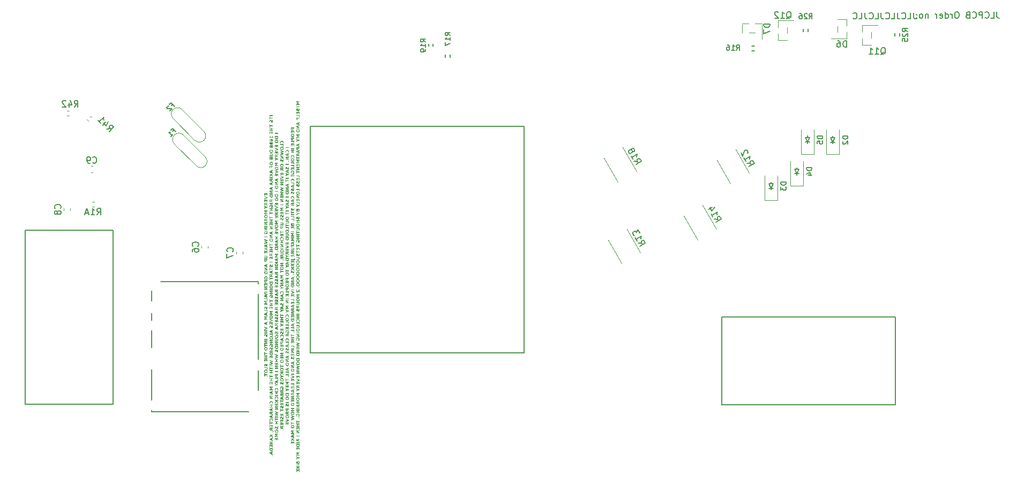
<source format=gbo>
G04 #@! TF.GenerationSoftware,KiCad,Pcbnew,8.0.7-8.0.7-0~ubuntu24.04.1*
G04 #@! TF.CreationDate,2025-01-06T00:19:50+00:00*
G04 #@! TF.ProjectId,VFRECU-VR,56465245-4355-42d5-9652-2e6b69636164,rev?*
G04 #@! TF.SameCoordinates,Original*
G04 #@! TF.FileFunction,Legend,Bot*
G04 #@! TF.FilePolarity,Positive*
%FSLAX46Y46*%
G04 Gerber Fmt 4.6, Leading zero omitted, Abs format (unit mm)*
G04 Created by KiCad (PCBNEW 8.0.7-8.0.7-0~ubuntu24.04.1) date 2025-01-06 00:19:50*
%MOMM*%
%LPD*%
G01*
G04 APERTURE LIST*
%ADD10C,0.150000*%
%ADD11C,0.125000*%
%ADD12C,0.127000*%
%ADD13C,0.170000*%
%ADD14C,0.200000*%
%ADD15C,0.120000*%
%ADD16C,0.203200*%
G04 APERTURE END LIST*
D10*
X154980447Y72738181D02*
X154980447Y72023896D01*
X154980447Y72023896D02*
X155028066Y71881039D01*
X155028066Y71881039D02*
X155123304Y71785800D01*
X155123304Y71785800D02*
X155266161Y71738181D01*
X155266161Y71738181D02*
X155361399Y71738181D01*
X154028066Y71738181D02*
X154504256Y71738181D01*
X154504256Y71738181D02*
X154504256Y72738181D01*
X153123304Y71833420D02*
X153170923Y71785800D01*
X153170923Y71785800D02*
X153313780Y71738181D01*
X153313780Y71738181D02*
X153409018Y71738181D01*
X153409018Y71738181D02*
X153551875Y71785800D01*
X153551875Y71785800D02*
X153647113Y71881039D01*
X153647113Y71881039D02*
X153694732Y71976277D01*
X153694732Y71976277D02*
X153742351Y72166753D01*
X153742351Y72166753D02*
X153742351Y72309610D01*
X153742351Y72309610D02*
X153694732Y72500086D01*
X153694732Y72500086D02*
X153647113Y72595324D01*
X153647113Y72595324D02*
X153551875Y72690562D01*
X153551875Y72690562D02*
X153409018Y72738181D01*
X153409018Y72738181D02*
X153313780Y72738181D01*
X153313780Y72738181D02*
X153170923Y72690562D01*
X153170923Y72690562D02*
X153123304Y72642943D01*
X152694732Y71738181D02*
X152694732Y72738181D01*
X152694732Y72738181D02*
X152313780Y72738181D01*
X152313780Y72738181D02*
X152218542Y72690562D01*
X152218542Y72690562D02*
X152170923Y72642943D01*
X152170923Y72642943D02*
X152123304Y72547705D01*
X152123304Y72547705D02*
X152123304Y72404848D01*
X152123304Y72404848D02*
X152170923Y72309610D01*
X152170923Y72309610D02*
X152218542Y72261991D01*
X152218542Y72261991D02*
X152313780Y72214372D01*
X152313780Y72214372D02*
X152694732Y72214372D01*
X151123304Y71833420D02*
X151170923Y71785800D01*
X151170923Y71785800D02*
X151313780Y71738181D01*
X151313780Y71738181D02*
X151409018Y71738181D01*
X151409018Y71738181D02*
X151551875Y71785800D01*
X151551875Y71785800D02*
X151647113Y71881039D01*
X151647113Y71881039D02*
X151694732Y71976277D01*
X151694732Y71976277D02*
X151742351Y72166753D01*
X151742351Y72166753D02*
X151742351Y72309610D01*
X151742351Y72309610D02*
X151694732Y72500086D01*
X151694732Y72500086D02*
X151647113Y72595324D01*
X151647113Y72595324D02*
X151551875Y72690562D01*
X151551875Y72690562D02*
X151409018Y72738181D01*
X151409018Y72738181D02*
X151313780Y72738181D01*
X151313780Y72738181D02*
X151170923Y72690562D01*
X151170923Y72690562D02*
X151123304Y72642943D01*
X150361399Y72261991D02*
X150218542Y72214372D01*
X150218542Y72214372D02*
X150170923Y72166753D01*
X150170923Y72166753D02*
X150123304Y72071515D01*
X150123304Y72071515D02*
X150123304Y71928658D01*
X150123304Y71928658D02*
X150170923Y71833420D01*
X150170923Y71833420D02*
X150218542Y71785800D01*
X150218542Y71785800D02*
X150313780Y71738181D01*
X150313780Y71738181D02*
X150694732Y71738181D01*
X150694732Y71738181D02*
X150694732Y72738181D01*
X150694732Y72738181D02*
X150361399Y72738181D01*
X150361399Y72738181D02*
X150266161Y72690562D01*
X150266161Y72690562D02*
X150218542Y72642943D01*
X150218542Y72642943D02*
X150170923Y72547705D01*
X150170923Y72547705D02*
X150170923Y72452467D01*
X150170923Y72452467D02*
X150218542Y72357229D01*
X150218542Y72357229D02*
X150266161Y72309610D01*
X150266161Y72309610D02*
X150361399Y72261991D01*
X150361399Y72261991D02*
X150694732Y72261991D01*
X148742351Y72738181D02*
X148551875Y72738181D01*
X148551875Y72738181D02*
X148456637Y72690562D01*
X148456637Y72690562D02*
X148361399Y72595324D01*
X148361399Y72595324D02*
X148313780Y72404848D01*
X148313780Y72404848D02*
X148313780Y72071515D01*
X148313780Y72071515D02*
X148361399Y71881039D01*
X148361399Y71881039D02*
X148456637Y71785800D01*
X148456637Y71785800D02*
X148551875Y71738181D01*
X148551875Y71738181D02*
X148742351Y71738181D01*
X148742351Y71738181D02*
X148837589Y71785800D01*
X148837589Y71785800D02*
X148932827Y71881039D01*
X148932827Y71881039D02*
X148980446Y72071515D01*
X148980446Y72071515D02*
X148980446Y72404848D01*
X148980446Y72404848D02*
X148932827Y72595324D01*
X148932827Y72595324D02*
X148837589Y72690562D01*
X148837589Y72690562D02*
X148742351Y72738181D01*
X147885208Y71738181D02*
X147885208Y72404848D01*
X147885208Y72214372D02*
X147837589Y72309610D01*
X147837589Y72309610D02*
X147789970Y72357229D01*
X147789970Y72357229D02*
X147694732Y72404848D01*
X147694732Y72404848D02*
X147599494Y72404848D01*
X146837589Y71738181D02*
X146837589Y72738181D01*
X146837589Y71785800D02*
X146932827Y71738181D01*
X146932827Y71738181D02*
X147123303Y71738181D01*
X147123303Y71738181D02*
X147218541Y71785800D01*
X147218541Y71785800D02*
X147266160Y71833420D01*
X147266160Y71833420D02*
X147313779Y71928658D01*
X147313779Y71928658D02*
X147313779Y72214372D01*
X147313779Y72214372D02*
X147266160Y72309610D01*
X147266160Y72309610D02*
X147218541Y72357229D01*
X147218541Y72357229D02*
X147123303Y72404848D01*
X147123303Y72404848D02*
X146932827Y72404848D01*
X146932827Y72404848D02*
X146837589Y72357229D01*
X145980446Y71785800D02*
X146075684Y71738181D01*
X146075684Y71738181D02*
X146266160Y71738181D01*
X146266160Y71738181D02*
X146361398Y71785800D01*
X146361398Y71785800D02*
X146409017Y71881039D01*
X146409017Y71881039D02*
X146409017Y72261991D01*
X146409017Y72261991D02*
X146361398Y72357229D01*
X146361398Y72357229D02*
X146266160Y72404848D01*
X146266160Y72404848D02*
X146075684Y72404848D01*
X146075684Y72404848D02*
X145980446Y72357229D01*
X145980446Y72357229D02*
X145932827Y72261991D01*
X145932827Y72261991D02*
X145932827Y72166753D01*
X145932827Y72166753D02*
X146409017Y72071515D01*
X145504255Y71738181D02*
X145504255Y72404848D01*
X145504255Y72214372D02*
X145456636Y72309610D01*
X145456636Y72309610D02*
X145409017Y72357229D01*
X145409017Y72357229D02*
X145313779Y72404848D01*
X145313779Y72404848D02*
X145218541Y72404848D01*
X144123302Y72404848D02*
X144123302Y71738181D01*
X144123302Y72309610D02*
X144075683Y72357229D01*
X144075683Y72357229D02*
X143980445Y72404848D01*
X143980445Y72404848D02*
X143837588Y72404848D01*
X143837588Y72404848D02*
X143742350Y72357229D01*
X143742350Y72357229D02*
X143694731Y72261991D01*
X143694731Y72261991D02*
X143694731Y71738181D01*
X143075683Y71738181D02*
X143170921Y71785800D01*
X143170921Y71785800D02*
X143218540Y71833420D01*
X143218540Y71833420D02*
X143266159Y71928658D01*
X143266159Y71928658D02*
X143266159Y72214372D01*
X143266159Y72214372D02*
X143218540Y72309610D01*
X143218540Y72309610D02*
X143170921Y72357229D01*
X143170921Y72357229D02*
X143075683Y72404848D01*
X143075683Y72404848D02*
X142932826Y72404848D01*
X142932826Y72404848D02*
X142837588Y72357229D01*
X142837588Y72357229D02*
X142789969Y72309610D01*
X142789969Y72309610D02*
X142742350Y72214372D01*
X142742350Y72214372D02*
X142742350Y71928658D01*
X142742350Y71928658D02*
X142789969Y71833420D01*
X142789969Y71833420D02*
X142837588Y71785800D01*
X142837588Y71785800D02*
X142932826Y71738181D01*
X142932826Y71738181D02*
X143075683Y71738181D01*
X142313778Y71833420D02*
X142266159Y71785800D01*
X142266159Y71785800D02*
X142313778Y71738181D01*
X142313778Y71738181D02*
X142361397Y71785800D01*
X142361397Y71785800D02*
X142313778Y71833420D01*
X142313778Y71833420D02*
X142313778Y71738181D01*
X142313778Y72357229D02*
X142266159Y72309610D01*
X142266159Y72309610D02*
X142313778Y72261991D01*
X142313778Y72261991D02*
X142361397Y72309610D01*
X142361397Y72309610D02*
X142313778Y72357229D01*
X142313778Y72357229D02*
X142313778Y72261991D01*
X141831590Y72608181D02*
X141831590Y71893896D01*
X141831590Y71893896D02*
X141879209Y71751039D01*
X141879209Y71751039D02*
X141974447Y71655800D01*
X141974447Y71655800D02*
X142117304Y71608181D01*
X142117304Y71608181D02*
X142212542Y71608181D01*
X140879209Y71608181D02*
X141355399Y71608181D01*
X141355399Y71608181D02*
X141355399Y72608181D01*
X139974447Y71703420D02*
X140022066Y71655800D01*
X140022066Y71655800D02*
X140164923Y71608181D01*
X140164923Y71608181D02*
X140260161Y71608181D01*
X140260161Y71608181D02*
X140403018Y71655800D01*
X140403018Y71655800D02*
X140498256Y71751039D01*
X140498256Y71751039D02*
X140545875Y71846277D01*
X140545875Y71846277D02*
X140593494Y72036753D01*
X140593494Y72036753D02*
X140593494Y72179610D01*
X140593494Y72179610D02*
X140545875Y72370086D01*
X140545875Y72370086D02*
X140498256Y72465324D01*
X140498256Y72465324D02*
X140403018Y72560562D01*
X140403018Y72560562D02*
X140260161Y72608181D01*
X140260161Y72608181D02*
X140164923Y72608181D01*
X140164923Y72608181D02*
X140022066Y72560562D01*
X140022066Y72560562D02*
X139974447Y72512943D01*
X139260161Y72608181D02*
X139260161Y71893896D01*
X139260161Y71893896D02*
X139307780Y71751039D01*
X139307780Y71751039D02*
X139403018Y71655800D01*
X139403018Y71655800D02*
X139545875Y71608181D01*
X139545875Y71608181D02*
X139641113Y71608181D01*
X138307780Y71608181D02*
X138783970Y71608181D01*
X138783970Y71608181D02*
X138783970Y72608181D01*
X137403018Y71703420D02*
X137450637Y71655800D01*
X137450637Y71655800D02*
X137593494Y71608181D01*
X137593494Y71608181D02*
X137688732Y71608181D01*
X137688732Y71608181D02*
X137831589Y71655800D01*
X137831589Y71655800D02*
X137926827Y71751039D01*
X137926827Y71751039D02*
X137974446Y71846277D01*
X137974446Y71846277D02*
X138022065Y72036753D01*
X138022065Y72036753D02*
X138022065Y72179610D01*
X138022065Y72179610D02*
X137974446Y72370086D01*
X137974446Y72370086D02*
X137926827Y72465324D01*
X137926827Y72465324D02*
X137831589Y72560562D01*
X137831589Y72560562D02*
X137688732Y72608181D01*
X137688732Y72608181D02*
X137593494Y72608181D01*
X137593494Y72608181D02*
X137450637Y72560562D01*
X137450637Y72560562D02*
X137403018Y72512943D01*
X136688732Y72608181D02*
X136688732Y71893896D01*
X136688732Y71893896D02*
X136736351Y71751039D01*
X136736351Y71751039D02*
X136831589Y71655800D01*
X136831589Y71655800D02*
X136974446Y71608181D01*
X136974446Y71608181D02*
X137069684Y71608181D01*
X135736351Y71608181D02*
X136212541Y71608181D01*
X136212541Y71608181D02*
X136212541Y72608181D01*
X134831589Y71703420D02*
X134879208Y71655800D01*
X134879208Y71655800D02*
X135022065Y71608181D01*
X135022065Y71608181D02*
X135117303Y71608181D01*
X135117303Y71608181D02*
X135260160Y71655800D01*
X135260160Y71655800D02*
X135355398Y71751039D01*
X135355398Y71751039D02*
X135403017Y71846277D01*
X135403017Y71846277D02*
X135450636Y72036753D01*
X135450636Y72036753D02*
X135450636Y72179610D01*
X135450636Y72179610D02*
X135403017Y72370086D01*
X135403017Y72370086D02*
X135355398Y72465324D01*
X135355398Y72465324D02*
X135260160Y72560562D01*
X135260160Y72560562D02*
X135117303Y72608181D01*
X135117303Y72608181D02*
X135022065Y72608181D01*
X135022065Y72608181D02*
X134879208Y72560562D01*
X134879208Y72560562D02*
X134831589Y72512943D01*
X134117303Y72608181D02*
X134117303Y71893896D01*
X134117303Y71893896D02*
X134164922Y71751039D01*
X134164922Y71751039D02*
X134260160Y71655800D01*
X134260160Y71655800D02*
X134403017Y71608181D01*
X134403017Y71608181D02*
X134498255Y71608181D01*
X133164922Y71608181D02*
X133641112Y71608181D01*
X133641112Y71608181D02*
X133641112Y72608181D01*
X132260160Y71703420D02*
X132307779Y71655800D01*
X132307779Y71655800D02*
X132450636Y71608181D01*
X132450636Y71608181D02*
X132545874Y71608181D01*
X132545874Y71608181D02*
X132688731Y71655800D01*
X132688731Y71655800D02*
X132783969Y71751039D01*
X132783969Y71751039D02*
X132831588Y71846277D01*
X132831588Y71846277D02*
X132879207Y72036753D01*
X132879207Y72036753D02*
X132879207Y72179610D01*
X132879207Y72179610D02*
X132831588Y72370086D01*
X132831588Y72370086D02*
X132783969Y72465324D01*
X132783969Y72465324D02*
X132688731Y72560562D01*
X132688731Y72560562D02*
X132545874Y72608181D01*
X132545874Y72608181D02*
X132450636Y72608181D01*
X132450636Y72608181D02*
X132307779Y72560562D01*
X132307779Y72560562D02*
X132260160Y72512943D01*
D11*
G36*
X39232159Y44047268D02*
G01*
X39232159Y43690429D01*
X39333764Y43690429D01*
X39333764Y43915011D01*
X39427553Y43915011D01*
X39427553Y43703863D01*
X39529158Y43703863D01*
X39529158Y43915011D01*
X39646394Y43915011D01*
X39646394Y43682858D01*
X39748000Y43682858D01*
X39748000Y44047268D01*
X39232159Y44047268D01*
G37*
G36*
X39232159Y43630224D02*
G01*
X39232159Y43497233D01*
X39612933Y43361312D01*
X39232159Y43225635D01*
X39232159Y43092645D01*
X39748000Y43282666D01*
X39748000Y43440325D01*
X39232159Y43630224D01*
G37*
G36*
X39232159Y43027310D02*
G01*
X39232159Y42670471D01*
X39333764Y42670471D01*
X39333764Y42895053D01*
X39427553Y42895053D01*
X39427553Y42683905D01*
X39529158Y42683905D01*
X39529158Y42895053D01*
X39646394Y42895053D01*
X39646394Y42662900D01*
X39748000Y42662900D01*
X39748000Y43027310D01*
X39232159Y43027310D01*
G37*
G36*
X39748000Y42416825D02*
G01*
X39552605Y42416825D01*
X39552605Y42379456D01*
X39552661Y42375476D01*
X39556147Y42350422D01*
X39566771Y42327799D01*
X39578022Y42315711D01*
X39597852Y42301331D01*
X39619650Y42289452D01*
X39748000Y42226926D01*
X39748000Y42086120D01*
X39601332Y42157928D01*
X39598538Y42159301D01*
X39575409Y42171619D01*
X39553971Y42185214D01*
X39534165Y42201403D01*
X39530138Y42205482D01*
X39515065Y42225825D01*
X39505711Y42250007D01*
X39501566Y42238032D01*
X39490288Y42213933D01*
X39476304Y42193776D01*
X39457595Y42176002D01*
X39449128Y42170220D01*
X39425474Y42159138D01*
X39401147Y42153284D01*
X39373942Y42151333D01*
X39356150Y42152072D01*
X39327990Y42156918D01*
X39303617Y42166287D01*
X39283030Y42180179D01*
X39266230Y42198594D01*
X39254651Y42218177D01*
X39245468Y42241573D01*
X39238680Y42268782D01*
X39234854Y42294367D01*
X39232691Y42322601D01*
X39232159Y42347094D01*
X39232159Y42361260D01*
X39325948Y42361260D01*
X39326321Y42348825D01*
X39330256Y42323700D01*
X39341213Y42301665D01*
X39344252Y42298435D01*
X39366444Y42286574D01*
X39391893Y42283591D01*
X39398404Y42283750D01*
X39422546Y42288109D01*
X39443184Y42301665D01*
X39449275Y42310652D01*
X39456969Y42335430D01*
X39458816Y42361260D01*
X39458816Y42416825D01*
X39325948Y42416825D01*
X39325948Y42361260D01*
X39232159Y42361260D01*
X39232159Y42549083D01*
X39748000Y42549083D01*
X39748000Y42416825D01*
G37*
G36*
X39232159Y42119826D02*
G01*
X39232159Y41975234D01*
X39415951Y41858486D01*
X39232159Y41741738D01*
X39232159Y41596780D01*
X39530623Y41792174D01*
X39748000Y41792174D01*
X39748000Y41924432D01*
X39530623Y41924432D01*
X39232159Y42119826D01*
G37*
G36*
X39232159Y41298071D02*
G01*
X39232159Y41129787D01*
X39506565Y41013039D01*
X39232159Y40895559D01*
X39232159Y40727642D01*
X39748000Y40727642D01*
X39748000Y40852572D01*
X39369912Y40852572D01*
X39646394Y40970785D01*
X39646394Y41054561D01*
X39369912Y41172774D01*
X39748000Y41172774D01*
X39748000Y41298071D01*
X39232159Y41298071D01*
G37*
G36*
X39520415Y40629946D02*
G01*
X39548957Y40626655D01*
X39575827Y40621169D01*
X39601026Y40613489D01*
X39624554Y40603614D01*
X39646410Y40591545D01*
X39666594Y40577282D01*
X39685107Y40560824D01*
X39701679Y40542439D01*
X39716042Y40522394D01*
X39728195Y40500688D01*
X39738138Y40477323D01*
X39745872Y40452298D01*
X39751396Y40425612D01*
X39754710Y40397267D01*
X39755815Y40367261D01*
X39754710Y40337174D01*
X39751396Y40308765D01*
X39745872Y40282036D01*
X39738138Y40256986D01*
X39728195Y40233615D01*
X39716042Y40211923D01*
X39701679Y40191910D01*
X39685107Y40173577D01*
X39666594Y40157148D01*
X39646410Y40142909D01*
X39624554Y40130861D01*
X39601026Y40121003D01*
X39575827Y40113337D01*
X39548957Y40107860D01*
X39520415Y40104574D01*
X39490201Y40103479D01*
X39459930Y40104574D01*
X39431339Y40107860D01*
X39404426Y40113337D01*
X39379193Y40121003D01*
X39355639Y40130861D01*
X39333764Y40142909D01*
X39313568Y40157148D01*
X39295051Y40173577D01*
X39278479Y40191910D01*
X39264116Y40211923D01*
X39251963Y40233615D01*
X39242020Y40256986D01*
X39234286Y40282036D01*
X39228762Y40308765D01*
X39225448Y40337174D01*
X39224343Y40367261D01*
X39318132Y40367261D01*
X39318176Y40363495D01*
X39320956Y40338624D01*
X39329428Y40313406D01*
X39343549Y40291607D01*
X39363317Y40273228D01*
X39366169Y40271177D01*
X39388146Y40258642D01*
X39413640Y40249298D01*
X39438293Y40243828D01*
X39465529Y40240703D01*
X39490201Y40239889D01*
X39519513Y40241061D01*
X39546266Y40244577D01*
X39570461Y40250437D01*
X39595453Y40260237D01*
X39616963Y40273228D01*
X39619736Y40275338D01*
X39638747Y40294145D01*
X39652125Y40316371D01*
X39659870Y40342017D01*
X39662026Y40367261D01*
X39661982Y40371013D01*
X39659210Y40395792D01*
X39650760Y40420934D01*
X39636678Y40442687D01*
X39616963Y40461051D01*
X39614104Y40463102D01*
X39592096Y40475636D01*
X39566606Y40484980D01*
X39541985Y40490450D01*
X39514806Y40493576D01*
X39490201Y40494390D01*
X39460810Y40493218D01*
X39434004Y40489701D01*
X39409783Y40483841D01*
X39384791Y40474041D01*
X39363317Y40461051D01*
X39360537Y40458940D01*
X39341475Y40440153D01*
X39328060Y40417976D01*
X39320294Y40392411D01*
X39318132Y40367261D01*
X39224343Y40367261D01*
X39225448Y40397267D01*
X39228762Y40425612D01*
X39234286Y40452298D01*
X39242020Y40477323D01*
X39251963Y40500688D01*
X39264116Y40522394D01*
X39278479Y40542439D01*
X39295051Y40560824D01*
X39313568Y40577282D01*
X39333764Y40591545D01*
X39355639Y40603614D01*
X39379193Y40613489D01*
X39404426Y40621169D01*
X39431339Y40626655D01*
X39459930Y40629946D01*
X39490201Y40631044D01*
X39520415Y40629946D01*
G37*
G36*
X39748000Y39874257D02*
G01*
X39552605Y39874257D01*
X39552605Y39836888D01*
X39552661Y39832908D01*
X39556147Y39807854D01*
X39566771Y39785231D01*
X39578022Y39773142D01*
X39597852Y39758763D01*
X39619650Y39746884D01*
X39748000Y39684358D01*
X39748000Y39543552D01*
X39601332Y39615360D01*
X39598538Y39616733D01*
X39575409Y39629051D01*
X39553971Y39642646D01*
X39534165Y39658835D01*
X39530138Y39662914D01*
X39515065Y39683257D01*
X39505711Y39707439D01*
X39501566Y39695464D01*
X39490288Y39671365D01*
X39476304Y39651208D01*
X39457595Y39633434D01*
X39449128Y39627652D01*
X39425474Y39616570D01*
X39401147Y39610716D01*
X39373942Y39608765D01*
X39356150Y39609504D01*
X39327990Y39614350D01*
X39303617Y39623719D01*
X39283030Y39637611D01*
X39266230Y39656026D01*
X39254651Y39675609D01*
X39245468Y39699005D01*
X39238680Y39726213D01*
X39234854Y39751799D01*
X39232691Y39780033D01*
X39232159Y39804526D01*
X39232159Y39818692D01*
X39325948Y39818692D01*
X39326321Y39806257D01*
X39330256Y39781132D01*
X39341213Y39759097D01*
X39344252Y39755867D01*
X39366444Y39744006D01*
X39391893Y39741023D01*
X39398404Y39741181D01*
X39422546Y39745541D01*
X39443184Y39759097D01*
X39449275Y39768084D01*
X39456969Y39792862D01*
X39458816Y39818692D01*
X39458816Y39874257D01*
X39325948Y39874257D01*
X39325948Y39818692D01*
X39232159Y39818692D01*
X39232159Y40006515D01*
X39748000Y40006515D01*
X39748000Y39874257D01*
G37*
G36*
X39232159Y39467715D02*
G01*
X39232159Y39320070D01*
X39585944Y39133591D01*
X39232159Y39133591D01*
X39232159Y39008172D01*
X39748000Y39008172D01*
X39748000Y39155817D01*
X39394214Y39342418D01*
X39748000Y39342418D01*
X39748000Y39467715D01*
X39232159Y39467715D01*
G37*
G36*
X39232159Y38882021D02*
G01*
X39232159Y38749763D01*
X39748000Y38749763D01*
X39748000Y38882021D01*
X39232159Y38882021D01*
G37*
G36*
X39232159Y38621658D02*
G01*
X39232159Y38474013D01*
X39585944Y38287533D01*
X39232159Y38287533D01*
X39232159Y38162115D01*
X39748000Y38162115D01*
X39748000Y38309760D01*
X39394214Y38496361D01*
X39748000Y38496361D01*
X39748000Y38621658D01*
X39232159Y38621658D01*
G37*
G36*
X39708799Y37575077D02*
G01*
X39719797Y37600043D01*
X39729345Y37625483D01*
X39737444Y37651395D01*
X39744092Y37677781D01*
X39749221Y37704617D01*
X39752884Y37731881D01*
X39755083Y37759572D01*
X39755804Y37784152D01*
X39755815Y37787690D01*
X39754697Y37818885D01*
X39751343Y37848415D01*
X39745752Y37876282D01*
X39737924Y37902485D01*
X39727861Y37927023D01*
X39715561Y37949898D01*
X39701025Y37971109D01*
X39684252Y37990656D01*
X39665566Y38008202D01*
X39645288Y38023408D01*
X39623418Y38036274D01*
X39599958Y38046802D01*
X39574906Y38054989D01*
X39548262Y38060838D01*
X39520027Y38064347D01*
X39490201Y38065517D01*
X39460070Y38064326D01*
X39431591Y38060754D01*
X39404764Y38054801D01*
X39379590Y38046466D01*
X39356068Y38035750D01*
X39334199Y38022652D01*
X39313982Y38007173D01*
X39295418Y37989313D01*
X39278759Y37969354D01*
X39264322Y37947639D01*
X39252106Y37924169D01*
X39242112Y37898943D01*
X39234338Y37871962D01*
X39228785Y37843225D01*
X39225453Y37812733D01*
X39224343Y37780485D01*
X39224931Y37755168D01*
X39226694Y37730385D01*
X39229632Y37706136D01*
X39233746Y37682422D01*
X39239760Y37656469D01*
X39247223Y37631365D01*
X39256135Y37607112D01*
X39261712Y37594006D01*
X39365027Y37594006D01*
X39352716Y37618138D01*
X39342298Y37642173D01*
X39333773Y37666111D01*
X39329856Y37679369D01*
X39324189Y37703225D01*
X39320067Y37729777D01*
X39318235Y37756376D01*
X39318132Y37764365D01*
X39319699Y37792720D01*
X39324400Y37818524D01*
X39332236Y37841778D01*
X39345338Y37865685D01*
X39362706Y37886120D01*
X39384043Y37902775D01*
X39409049Y37915339D01*
X39433403Y37922852D01*
X39460454Y37927360D01*
X39485056Y37928821D01*
X39490201Y37928863D01*
X39515008Y37927858D01*
X39542359Y37924000D01*
X39567074Y37917248D01*
X39592577Y37905713D01*
X39614492Y37890240D01*
X39617330Y37887708D01*
X39634745Y37867990D01*
X39647884Y37844952D01*
X39656745Y37818595D01*
X39660935Y37793362D01*
X39662026Y37770471D01*
X39661024Y37745818D01*
X39659461Y37732125D01*
X39653966Y37707625D01*
X39651401Y37700374D01*
X39552605Y37700374D01*
X39552605Y37781096D01*
X39466632Y37781096D01*
X39466632Y37575077D01*
X39708799Y37575077D01*
G37*
G36*
X39232159Y37217750D02*
G01*
X39232159Y37085492D01*
X39748000Y37085492D01*
X39748000Y37217750D01*
X39232159Y37217750D01*
G37*
G36*
X39232159Y36757230D02*
G01*
X39232159Y36630590D01*
X39607071Y36541930D01*
X39232159Y36454002D01*
X39232159Y36326630D01*
X39607071Y36238702D01*
X39232159Y36150042D01*
X39232159Y36024379D01*
X39748000Y36145279D01*
X39748000Y36297687D01*
X39355868Y36390743D01*
X39748000Y36482823D01*
X39748000Y36635353D01*
X39232159Y36757230D01*
G37*
G36*
X39748000Y35901281D02*
G01*
X39654210Y35868674D01*
X39654210Y35661923D01*
X39748000Y35629683D01*
X39748000Y35496693D01*
X39232159Y35686713D01*
X39232159Y35765360D01*
X39353914Y35765360D01*
X39560421Y35695262D01*
X39560421Y35835702D01*
X39353914Y35765360D01*
X39232159Y35765360D01*
X39232159Y35844372D01*
X39748000Y36034271D01*
X39748000Y35901281D01*
G37*
G36*
X39232159Y35431358D02*
G01*
X39232159Y35299100D01*
X39420470Y35299100D01*
X39232159Y35108469D01*
X39232159Y34954962D01*
X39476401Y35201891D01*
X39748000Y34929561D01*
X39748000Y35095157D01*
X39544789Y35299100D01*
X39748000Y35299100D01*
X39748000Y35431358D01*
X39232159Y35431358D01*
G37*
G36*
X39232159Y34889138D02*
G01*
X39232159Y34532300D01*
X39333764Y34532300D01*
X39333764Y34756881D01*
X39427553Y34756881D01*
X39427553Y34545733D01*
X39529158Y34545733D01*
X39529158Y34756881D01*
X39646394Y34756881D01*
X39646394Y34524728D01*
X39748000Y34524728D01*
X39748000Y34889138D01*
X39232159Y34889138D01*
G37*
G36*
X39232159Y34167157D02*
G01*
X39232159Y34034899D01*
X39536974Y34034899D01*
X39562825Y34033906D01*
X39588161Y34030337D01*
X39613520Y34022228D01*
X39627099Y34014138D01*
X39643620Y33994859D01*
X39652066Y33970668D01*
X39654210Y33946239D01*
X39652066Y33921692D01*
X39643620Y33897409D01*
X39627099Y33878095D01*
X39604218Y33866275D01*
X39579186Y33860254D01*
X39552166Y33857659D01*
X39536974Y33857335D01*
X39232159Y33857335D01*
X39232159Y33725199D01*
X39536974Y33725199D01*
X39563751Y33726052D01*
X39588761Y33728611D01*
X39617539Y33734208D01*
X39643556Y33742471D01*
X39666812Y33753400D01*
X39687307Y33766993D01*
X39701715Y33779787D01*
X39720101Y33802276D01*
X39732516Y33824099D01*
X39742290Y33848725D01*
X39749423Y33876153D01*
X39753913Y33906384D01*
X39755604Y33932587D01*
X39755815Y33946361D01*
X39754970Y33973375D01*
X39752434Y33998606D01*
X39746887Y34027639D01*
X39738698Y34053888D01*
X39727867Y34077351D01*
X39714395Y34098030D01*
X39701715Y34112568D01*
X39679440Y34131120D01*
X39657841Y34143647D01*
X39633480Y34153510D01*
X39606359Y34160706D01*
X39576477Y34165237D01*
X39550583Y34166943D01*
X39536974Y34167157D01*
X39232159Y34167157D01*
G37*
G36*
X39748000Y33466790D02*
G01*
X39568237Y33466790D01*
X39568237Y33379596D01*
X39567556Y33355851D01*
X39564788Y33328166D01*
X39559892Y33302699D01*
X39551207Y33275067D01*
X39539456Y33250630D01*
X39524639Y33229386D01*
X39519044Y33223042D01*
X39500505Y33206466D01*
X39479339Y33193573D01*
X39455545Y33184363D01*
X39429124Y33178838D01*
X39400076Y33176996D01*
X39390130Y33177201D01*
X39362035Y33180270D01*
X39336550Y33187024D01*
X39313675Y33197461D01*
X39293410Y33211582D01*
X39275756Y33229386D01*
X39263196Y33246867D01*
X39250934Y33270772D01*
X39241738Y33297872D01*
X39236416Y33322895D01*
X39233223Y33350136D01*
X39232159Y33379596D01*
X39232159Y33393640D01*
X39325948Y33393640D01*
X39326626Y33379832D01*
X39332053Y33355927D01*
X39345243Y33334289D01*
X39353013Y33327150D01*
X39375649Y33316237D01*
X39400076Y33313284D01*
X39410787Y33313796D01*
X39434955Y33319930D01*
X39455030Y33334289D01*
X39463525Y33345829D01*
X39472153Y33369271D01*
X39474448Y33393640D01*
X39474448Y33466790D01*
X39325948Y33466790D01*
X39325948Y33393640D01*
X39232159Y33393640D01*
X39232159Y33599048D01*
X39748000Y33599048D01*
X39748000Y33466790D01*
G37*
G36*
X39748000Y32770576D02*
G01*
X39654210Y32737970D01*
X39654210Y32531218D01*
X39748000Y32498978D01*
X39748000Y32365988D01*
X39232159Y32556009D01*
X39232159Y32634655D01*
X39353914Y32634655D01*
X39560421Y32564557D01*
X39560421Y32704997D01*
X39353914Y32634655D01*
X39232159Y32634655D01*
X39232159Y32713667D01*
X39748000Y32903566D01*
X39748000Y32770576D01*
G37*
G36*
X39232159Y32300653D02*
G01*
X39232159Y32153008D01*
X39585944Y31966529D01*
X39232159Y31966529D01*
X39232159Y31841110D01*
X39748000Y31841110D01*
X39748000Y31988755D01*
X39394214Y32175356D01*
X39748000Y32175356D01*
X39748000Y32300653D01*
X39232159Y32300653D01*
G37*
G36*
X39748000Y31575496D02*
G01*
X39747983Y31568339D01*
X39747591Y31540842D01*
X39746676Y31515150D01*
X39744797Y31485573D01*
X39742101Y31458816D01*
X39737788Y31430432D01*
X39731269Y31402450D01*
X39726720Y31388268D01*
X39716996Y31364700D01*
X39705028Y31342721D01*
X39690816Y31322331D01*
X39674360Y31303531D01*
X39663216Y31292726D01*
X39641803Y31275562D01*
X39618651Y31261334D01*
X39593760Y31250042D01*
X39590886Y31248960D01*
X39567005Y31241541D01*
X39541552Y31236321D01*
X39514527Y31233298D01*
X39489591Y31232457D01*
X39485992Y31232474D01*
X39461472Y31233556D01*
X39434880Y31236853D01*
X39409815Y31242349D01*
X39386276Y31250042D01*
X39369530Y31257244D01*
X39345845Y31270493D01*
X39323879Y31286679D01*
X39305798Y31303531D01*
X39296120Y31314013D01*
X39280946Y31333577D01*
X39268017Y31354695D01*
X39257331Y31377368D01*
X39248889Y31401595D01*
X39244968Y31416814D01*
X39240066Y31443135D01*
X39236880Y31468270D01*
X39234511Y31496315D01*
X39233204Y31520846D01*
X39232774Y31535318D01*
X39333764Y31535318D01*
X39335163Y31506142D01*
X39339362Y31479705D01*
X39346360Y31456007D01*
X39358063Y31431822D01*
X39373575Y31411365D01*
X39389784Y31396880D01*
X39411928Y31383770D01*
X39437555Y31374738D01*
X39462294Y31370243D01*
X39489591Y31368744D01*
X39512595Y31369788D01*
X39537863Y31373795D01*
X39564119Y31382268D01*
X39586903Y31394832D01*
X39606217Y31411487D01*
X39621872Y31432021D01*
X39633682Y31456226D01*
X39640744Y31479894D01*
X39644982Y31506258D01*
X39646394Y31535318D01*
X39646394Y31582701D01*
X39333764Y31582701D01*
X39333764Y31535318D01*
X39232774Y31535318D01*
X39232420Y31547240D01*
X39232159Y31575496D01*
X39232159Y31714958D01*
X39748000Y31714958D01*
X39748000Y31575496D01*
G37*
G36*
X39520415Y30918851D02*
G01*
X39548957Y30915559D01*
X39575827Y30910073D01*
X39601026Y30902393D01*
X39624554Y30892518D01*
X39646410Y30880449D01*
X39666594Y30866186D01*
X39685107Y30849728D01*
X39701679Y30831343D01*
X39716042Y30811298D01*
X39728195Y30789593D01*
X39738138Y30766228D01*
X39745872Y30741202D01*
X39751396Y30714517D01*
X39754710Y30686171D01*
X39755815Y30656166D01*
X39754710Y30626078D01*
X39751396Y30597670D01*
X39745872Y30570940D01*
X39738138Y30545890D01*
X39728195Y30522519D01*
X39716042Y30500827D01*
X39701679Y30480815D01*
X39685107Y30462481D01*
X39666594Y30446052D01*
X39646410Y30431813D01*
X39624554Y30419765D01*
X39601026Y30409908D01*
X39575827Y30402241D01*
X39548957Y30396765D01*
X39520415Y30393479D01*
X39490201Y30392383D01*
X39459930Y30393479D01*
X39431339Y30396765D01*
X39404426Y30402241D01*
X39379193Y30409908D01*
X39355639Y30419765D01*
X39333764Y30431813D01*
X39313568Y30446052D01*
X39295051Y30462481D01*
X39278479Y30480815D01*
X39264116Y30500827D01*
X39251963Y30522519D01*
X39242020Y30545890D01*
X39234286Y30570940D01*
X39228762Y30597670D01*
X39225448Y30626078D01*
X39224343Y30656166D01*
X39318132Y30656166D01*
X39318176Y30652399D01*
X39320956Y30627528D01*
X39329428Y30602310D01*
X39343549Y30580511D01*
X39363317Y30562132D01*
X39366169Y30560081D01*
X39388146Y30547546D01*
X39413640Y30538202D01*
X39438293Y30532733D01*
X39465529Y30529607D01*
X39490201Y30528793D01*
X39519513Y30529965D01*
X39546266Y30533481D01*
X39570461Y30539342D01*
X39595453Y30549142D01*
X39616963Y30562132D01*
X39619736Y30564243D01*
X39638747Y30583049D01*
X39652125Y30605275D01*
X39659870Y30630921D01*
X39662026Y30656166D01*
X39661982Y30659917D01*
X39659210Y30684696D01*
X39650760Y30709838D01*
X39636678Y30731591D01*
X39616963Y30749955D01*
X39614104Y30752006D01*
X39592096Y30764541D01*
X39566606Y30773885D01*
X39541985Y30779355D01*
X39514806Y30782480D01*
X39490201Y30783294D01*
X39460810Y30782122D01*
X39434004Y30778606D01*
X39409783Y30772745D01*
X39384791Y30762945D01*
X39363317Y30749955D01*
X39360537Y30747845D01*
X39341475Y30729057D01*
X39328060Y30706881D01*
X39320294Y30681315D01*
X39318132Y30656166D01*
X39224343Y30656166D01*
X39225448Y30686171D01*
X39228762Y30714517D01*
X39234286Y30741202D01*
X39242020Y30766228D01*
X39251963Y30789593D01*
X39264116Y30811298D01*
X39278479Y30831343D01*
X39295051Y30849728D01*
X39313568Y30866186D01*
X39333764Y30880449D01*
X39355639Y30892518D01*
X39379193Y30902393D01*
X39404426Y30910073D01*
X39431339Y30915559D01*
X39459930Y30918851D01*
X39490201Y30919948D01*
X39520415Y30918851D01*
G37*
G36*
X39748000Y30163161D02*
G01*
X39568237Y30163161D01*
X39568237Y30075967D01*
X39567556Y30052222D01*
X39564788Y30024537D01*
X39559892Y29999070D01*
X39551207Y29971438D01*
X39539456Y29947001D01*
X39524639Y29925757D01*
X39519044Y29919413D01*
X39500505Y29902837D01*
X39479339Y29889944D01*
X39455545Y29880735D01*
X39429124Y29875209D01*
X39400076Y29873367D01*
X39390130Y29873572D01*
X39362035Y29876642D01*
X39336550Y29883395D01*
X39313675Y29893832D01*
X39293410Y29907953D01*
X39275756Y29925757D01*
X39263196Y29943238D01*
X39250934Y29967144D01*
X39241738Y29994243D01*
X39236416Y30019266D01*
X39233223Y30046507D01*
X39232159Y30075967D01*
X39232159Y30090011D01*
X39325948Y30090011D01*
X39326626Y30076203D01*
X39332053Y30052298D01*
X39345243Y30030660D01*
X39353013Y30023521D01*
X39375649Y30012609D01*
X39400076Y30009655D01*
X39410787Y30010168D01*
X39434955Y30016301D01*
X39455030Y30030660D01*
X39463525Y30042200D01*
X39472153Y30065642D01*
X39474448Y30090011D01*
X39474448Y30163161D01*
X39325948Y30163161D01*
X39325948Y30090011D01*
X39232159Y30090011D01*
X39232159Y30295419D01*
X39748000Y30295419D01*
X39748000Y30163161D01*
G37*
G36*
X39232159Y29782509D02*
G01*
X39232159Y29425670D01*
X39333764Y29425670D01*
X39333764Y29650252D01*
X39427553Y29650252D01*
X39427553Y29439104D01*
X39529158Y29439104D01*
X39529158Y29650252D01*
X39646394Y29650252D01*
X39646394Y29418099D01*
X39748000Y29418099D01*
X39748000Y29782509D01*
X39232159Y29782509D01*
G37*
G36*
X39232159Y29304282D02*
G01*
X39232159Y29156637D01*
X39585944Y28970157D01*
X39232159Y28970157D01*
X39232159Y28844739D01*
X39748000Y28844739D01*
X39748000Y28992383D01*
X39394214Y29178985D01*
X39748000Y29178985D01*
X39748000Y29304282D01*
X39232159Y29304282D01*
G37*
G36*
X39748000Y28342575D02*
G01*
X39568237Y28342575D01*
X39568237Y28255381D01*
X39567556Y28231636D01*
X39564788Y28203951D01*
X39559892Y28178484D01*
X39551207Y28150852D01*
X39539456Y28126415D01*
X39524639Y28105171D01*
X39519044Y28098827D01*
X39500505Y28082251D01*
X39479339Y28069358D01*
X39455545Y28060149D01*
X39429124Y28054623D01*
X39400076Y28052781D01*
X39390130Y28052986D01*
X39362035Y28056056D01*
X39336550Y28062809D01*
X39313675Y28073246D01*
X39293410Y28087367D01*
X39275756Y28105171D01*
X39263196Y28122652D01*
X39250934Y28146558D01*
X39241738Y28173657D01*
X39236416Y28198680D01*
X39233223Y28225921D01*
X39232159Y28255381D01*
X39232159Y28269425D01*
X39325948Y28269425D01*
X39326626Y28255617D01*
X39332053Y28231712D01*
X39345243Y28210074D01*
X39353013Y28202935D01*
X39375649Y28192022D01*
X39400076Y28189069D01*
X39410787Y28189582D01*
X39434955Y28195715D01*
X39455030Y28210074D01*
X39463525Y28221614D01*
X39472153Y28245056D01*
X39474448Y28269425D01*
X39474448Y28342575D01*
X39325948Y28342575D01*
X39325948Y28269425D01*
X39232159Y28269425D01*
X39232159Y28474833D01*
X39748000Y28474833D01*
X39748000Y28342575D01*
G37*
G36*
X39748000Y27954596D02*
G01*
X39654210Y27921989D01*
X39654210Y27715238D01*
X39748000Y27682998D01*
X39748000Y27550007D01*
X39232159Y27740028D01*
X39232159Y27818674D01*
X39353914Y27818674D01*
X39560421Y27748577D01*
X39560421Y27889016D01*
X39353914Y27818674D01*
X39232159Y27818674D01*
X39232159Y27897687D01*
X39748000Y28087586D01*
X39748000Y27954596D01*
G37*
G36*
X39232159Y27484672D02*
G01*
X39232159Y27352415D01*
X39646394Y27352415D01*
X39646394Y27120262D01*
X39748000Y27120262D01*
X39748000Y27484672D01*
X39232159Y27484672D01*
G37*
G36*
X39232159Y27038685D02*
G01*
X39232159Y26870402D01*
X39506565Y26753653D01*
X39232159Y26636173D01*
X39232159Y26468256D01*
X39748000Y26468256D01*
X39748000Y26593186D01*
X39369912Y26593186D01*
X39646394Y26711399D01*
X39646394Y26795175D01*
X39369912Y26913388D01*
X39748000Y26913388D01*
X39748000Y27038685D01*
X39232159Y27038685D01*
G37*
G36*
X39249256Y25741511D02*
G01*
X39357211Y25741511D01*
X39347052Y25765115D01*
X39338419Y25788390D01*
X39330617Y25813866D01*
X39328024Y25823943D01*
X39322808Y25848625D01*
X39319301Y25874783D01*
X39318132Y25899903D01*
X39319175Y25924604D01*
X39323284Y25949495D01*
X39331321Y25970000D01*
X39349436Y25987629D01*
X39372232Y25992593D01*
X39396559Y25985378D01*
X39404716Y25977328D01*
X39416112Y25954077D01*
X39423036Y25929199D01*
X39424622Y25921884D01*
X39435979Y25865464D01*
X39441796Y25839958D01*
X39449924Y25812538D01*
X39459307Y25788595D01*
X39471837Y25765058D01*
X39488247Y25743954D01*
X39507626Y25728139D01*
X39530715Y25716843D01*
X39557513Y25710065D01*
X39584004Y25707841D01*
X39588020Y25707806D01*
X39613485Y25709034D01*
X39641249Y25713751D01*
X39665964Y25722006D01*
X39687631Y25733798D01*
X39709057Y25752027D01*
X39714416Y25758120D01*
X39728485Y25778855D01*
X39739644Y25803326D01*
X39747891Y25831531D01*
X39752541Y25857889D01*
X39755168Y25886841D01*
X39755815Y25911870D01*
X39755100Y25939318D01*
X39753265Y25963780D01*
X39750300Y25988304D01*
X39746778Y26009812D01*
X39741657Y26034358D01*
X39735452Y26058905D01*
X39728162Y26083451D01*
X39719789Y26107998D01*
X39607316Y26107998D01*
X39620093Y26083657D01*
X39631190Y26059729D01*
X39640609Y26036213D01*
X39648348Y26013109D01*
X39654960Y25987541D01*
X39659408Y25962495D01*
X39661692Y25937970D01*
X39662026Y25924571D01*
X39660595Y25899531D01*
X39655099Y25874710D01*
X39647371Y25858381D01*
X39629481Y25841071D01*
X39605362Y25835300D01*
X39581302Y25840246D01*
X39567504Y25850932D01*
X39555642Y25872402D01*
X39547728Y25896810D01*
X39543690Y25913214D01*
X39532333Y25964383D01*
X39525468Y25991783D01*
X39517238Y26016281D01*
X39505910Y26041193D01*
X39492724Y26062155D01*
X39479943Y26076979D01*
X39460373Y26092526D01*
X39437689Y26103632D01*
X39411891Y26110295D01*
X39386763Y26112481D01*
X39382979Y26112516D01*
X39355556Y26110777D01*
X39330623Y26105561D01*
X39304682Y26095080D01*
X39282130Y26079865D01*
X39265498Y26063057D01*
X39251512Y26042985D01*
X39240419Y26019866D01*
X39232220Y25993698D01*
X39227598Y25969563D01*
X39224986Y25943311D01*
X39224343Y25920785D01*
X39224951Y25894150D01*
X39226776Y25867061D01*
X39229458Y25842294D01*
X39230571Y25833957D01*
X39234567Y25808574D01*
X39239548Y25782708D01*
X39245515Y25756358D01*
X39249256Y25741511D01*
G37*
G36*
X39232159Y25594233D02*
G01*
X39232159Y25461975D01*
X39646394Y25461975D01*
X39646394Y25229822D01*
X39748000Y25229822D01*
X39748000Y25594233D01*
X39232159Y25594233D01*
G37*
G36*
X39748000Y25076438D02*
G01*
X39654210Y25043831D01*
X39654210Y24837080D01*
X39748000Y24804840D01*
X39748000Y24671850D01*
X39232159Y24861870D01*
X39232159Y24940517D01*
X39353914Y24940517D01*
X39560421Y24870419D01*
X39560421Y25010859D01*
X39353914Y24940517D01*
X39232159Y24940517D01*
X39232159Y25019529D01*
X39748000Y25209428D01*
X39748000Y25076438D01*
G37*
G36*
X39232159Y24606515D02*
G01*
X39232159Y24438231D01*
X39506565Y24321483D01*
X39232159Y24204002D01*
X39232159Y24036085D01*
X39748000Y24036085D01*
X39748000Y24161016D01*
X39369912Y24161016D01*
X39646394Y24279229D01*
X39646394Y24363004D01*
X39369912Y24481218D01*
X39748000Y24481218D01*
X39748000Y24606515D01*
X39232159Y24606515D01*
G37*
G36*
X39748000Y23594372D02*
G01*
X39654210Y23561766D01*
X39654210Y23355014D01*
X39748000Y23322774D01*
X39748000Y23189784D01*
X39232159Y23379805D01*
X39232159Y23458451D01*
X39353914Y23458451D01*
X39560421Y23388353D01*
X39560421Y23528793D01*
X39353914Y23458451D01*
X39232159Y23458451D01*
X39232159Y23537464D01*
X39748000Y23727362D01*
X39748000Y23594372D01*
G37*
G36*
X39232159Y22941877D02*
G01*
X39232159Y22808887D01*
X39612933Y22672966D01*
X39232159Y22537289D01*
X39232159Y22404299D01*
X39748000Y22594320D01*
X39748000Y22751979D01*
X39232159Y22941877D01*
G37*
G36*
X39232159Y22338964D02*
G01*
X39232159Y22206707D01*
X39427553Y22206707D01*
X39427553Y22011679D01*
X39232159Y22011679D01*
X39232159Y21879421D01*
X39748000Y21879421D01*
X39748000Y22011679D01*
X39529158Y22011679D01*
X39529158Y22206707D01*
X39748000Y22206707D01*
X39748000Y22338964D01*
X39232159Y22338964D01*
G37*
G36*
X39249256Y21396431D02*
G01*
X39357211Y21396431D01*
X39347052Y21420035D01*
X39338419Y21443310D01*
X39330617Y21468786D01*
X39328024Y21478863D01*
X39322808Y21503545D01*
X39319301Y21529703D01*
X39318132Y21554822D01*
X39319175Y21579524D01*
X39323284Y21604415D01*
X39331321Y21624920D01*
X39349436Y21642548D01*
X39372232Y21647513D01*
X39396559Y21640297D01*
X39404716Y21632247D01*
X39416112Y21608997D01*
X39423036Y21584119D01*
X39424622Y21576804D01*
X39435979Y21520384D01*
X39441796Y21494878D01*
X39449924Y21467457D01*
X39459307Y21443515D01*
X39471837Y21419977D01*
X39488247Y21398873D01*
X39507626Y21383059D01*
X39530715Y21371762D01*
X39557513Y21364985D01*
X39584004Y21362761D01*
X39588020Y21362725D01*
X39613485Y21363954D01*
X39641249Y21368671D01*
X39665964Y21376925D01*
X39687631Y21388718D01*
X39709057Y21406947D01*
X39714416Y21413039D01*
X39728485Y21433775D01*
X39739644Y21458245D01*
X39747891Y21486451D01*
X39752541Y21512809D01*
X39755168Y21541761D01*
X39755815Y21566790D01*
X39755100Y21594238D01*
X39753265Y21618700D01*
X39750300Y21643223D01*
X39746778Y21664732D01*
X39741657Y21689278D01*
X39735452Y21713824D01*
X39728162Y21738371D01*
X39719789Y21762917D01*
X39607316Y21762917D01*
X39620093Y21738577D01*
X39631190Y21714649D01*
X39640609Y21691133D01*
X39648348Y21668029D01*
X39654960Y21642461D01*
X39659408Y21617415D01*
X39661692Y21592890D01*
X39662026Y21579491D01*
X39660595Y21554451D01*
X39655099Y21529630D01*
X39647371Y21513301D01*
X39629481Y21495990D01*
X39605362Y21490220D01*
X39581302Y21495166D01*
X39567504Y21505852D01*
X39555642Y21527322D01*
X39547728Y21551730D01*
X39543690Y21568134D01*
X39532333Y21619302D01*
X39525468Y21646703D01*
X39517238Y21671200D01*
X39505910Y21696113D01*
X39492724Y21717075D01*
X39479943Y21731898D01*
X39460373Y21747446D01*
X39437689Y21758551D01*
X39411891Y21765215D01*
X39386763Y21767401D01*
X39382979Y21767436D01*
X39355556Y21765697D01*
X39330623Y21760481D01*
X39304682Y21749999D01*
X39282130Y21734785D01*
X39265498Y21717977D01*
X39251512Y21697905D01*
X39240419Y21674786D01*
X39232220Y21648618D01*
X39227598Y21624483D01*
X39224986Y21598231D01*
X39224343Y21575705D01*
X39224951Y21549070D01*
X39226776Y21521981D01*
X39229458Y21497214D01*
X39230571Y21488877D01*
X39234567Y21463494D01*
X39239548Y21437627D01*
X39245515Y21411278D01*
X39249256Y21396431D01*
G37*
G36*
X39232159Y21005398D02*
G01*
X39232159Y20873141D01*
X39748000Y20873141D01*
X39748000Y21005398D01*
X39232159Y21005398D01*
G37*
G36*
X39232159Y20745035D02*
G01*
X39232159Y20597390D01*
X39585944Y20410911D01*
X39232159Y20410911D01*
X39232159Y20285492D01*
X39748000Y20285492D01*
X39748000Y20433137D01*
X39394214Y20619739D01*
X39748000Y20619739D01*
X39748000Y20745035D01*
X39232159Y20745035D01*
G37*
G36*
X39232159Y20220524D02*
G01*
X39232159Y19747914D01*
X39333764Y19747914D01*
X39333764Y19917907D01*
X39748000Y19917907D01*
X39748000Y20050164D01*
X39333764Y20050164D01*
X39333764Y20220524D01*
X39232159Y20220524D01*
G37*
G36*
X39520415Y19710547D02*
G01*
X39548957Y19707255D01*
X39575827Y19701769D01*
X39601026Y19694089D01*
X39624554Y19684214D01*
X39646410Y19672145D01*
X39666594Y19657882D01*
X39685107Y19641424D01*
X39701679Y19623039D01*
X39716042Y19602994D01*
X39728195Y19581289D01*
X39738138Y19557923D01*
X39745872Y19532898D01*
X39751396Y19506213D01*
X39754710Y19477867D01*
X39755815Y19447861D01*
X39754710Y19417774D01*
X39751396Y19389365D01*
X39745872Y19362636D01*
X39738138Y19337586D01*
X39728195Y19314215D01*
X39716042Y19292523D01*
X39701679Y19272510D01*
X39685107Y19254177D01*
X39666594Y19237748D01*
X39646410Y19223509D01*
X39624554Y19211461D01*
X39601026Y19201604D01*
X39575827Y19193937D01*
X39548957Y19188460D01*
X39520415Y19185174D01*
X39490201Y19184079D01*
X39459930Y19185174D01*
X39431339Y19188460D01*
X39404426Y19193937D01*
X39379193Y19201604D01*
X39355639Y19211461D01*
X39333764Y19223509D01*
X39313568Y19237748D01*
X39295051Y19254177D01*
X39278479Y19272510D01*
X39264116Y19292523D01*
X39251963Y19314215D01*
X39242020Y19337586D01*
X39234286Y19362636D01*
X39228762Y19389365D01*
X39225448Y19417774D01*
X39224343Y19447861D01*
X39318132Y19447861D01*
X39318176Y19444095D01*
X39320956Y19419224D01*
X39329428Y19394006D01*
X39343549Y19372207D01*
X39363317Y19353828D01*
X39366169Y19351777D01*
X39388146Y19339242D01*
X39413640Y19329898D01*
X39438293Y19324428D01*
X39465529Y19321303D01*
X39490201Y19320489D01*
X39519513Y19321661D01*
X39546266Y19325177D01*
X39570461Y19331037D01*
X39595453Y19340837D01*
X39616963Y19353828D01*
X39619736Y19355938D01*
X39638747Y19374745D01*
X39652125Y19396971D01*
X39659870Y19422617D01*
X39662026Y19447861D01*
X39661982Y19451613D01*
X39659210Y19476392D01*
X39650760Y19501534D01*
X39636678Y19523287D01*
X39616963Y19541651D01*
X39614104Y19543702D01*
X39592096Y19556237D01*
X39566606Y19565581D01*
X39541985Y19571050D01*
X39514806Y19574176D01*
X39490201Y19574990D01*
X39460810Y19573818D01*
X39434004Y19570302D01*
X39409783Y19564441D01*
X39384791Y19554641D01*
X39363317Y19541651D01*
X39360537Y19539541D01*
X39341475Y19520753D01*
X39328060Y19498576D01*
X39320294Y19473011D01*
X39318132Y19447861D01*
X39224343Y19447861D01*
X39225448Y19477867D01*
X39228762Y19506213D01*
X39234286Y19532898D01*
X39242020Y19557923D01*
X39251963Y19581289D01*
X39264116Y19602994D01*
X39278479Y19623039D01*
X39295051Y19641424D01*
X39313568Y19657882D01*
X39333764Y19672145D01*
X39355639Y19684214D01*
X39379193Y19694089D01*
X39404426Y19701769D01*
X39431339Y19707255D01*
X39459930Y19710547D01*
X39490201Y19711644D01*
X39520415Y19710547D01*
G37*
G36*
X39232159Y18904543D02*
G01*
X39232159Y18431933D01*
X39333764Y18431933D01*
X39333764Y18601926D01*
X39748000Y18601926D01*
X39748000Y18734184D01*
X39333764Y18734184D01*
X39333764Y18904543D01*
X39232159Y18904543D01*
G37*
G36*
X39232159Y18366110D02*
G01*
X39232159Y18233852D01*
X39427553Y18233852D01*
X39427553Y18038824D01*
X39232159Y18038824D01*
X39232159Y17906567D01*
X39748000Y17906567D01*
X39748000Y18038824D01*
X39529158Y18038824D01*
X39529158Y18233852D01*
X39748000Y18233852D01*
X39748000Y18366110D01*
X39232159Y18366110D01*
G37*
G36*
X39232159Y17780416D02*
G01*
X39232159Y17423577D01*
X39333764Y17423577D01*
X39333764Y17648158D01*
X39427553Y17648158D01*
X39427553Y17437010D01*
X39529158Y17437010D01*
X39529158Y17648158D01*
X39646394Y17648158D01*
X39646394Y17416005D01*
X39748000Y17416005D01*
X39748000Y17780416D01*
X39232159Y17780416D01*
G37*
G36*
X39249256Y16701595D02*
G01*
X39357211Y16701595D01*
X39347052Y16725199D01*
X39338419Y16748474D01*
X39330617Y16773950D01*
X39328024Y16784027D01*
X39322808Y16808709D01*
X39319301Y16834867D01*
X39318132Y16859986D01*
X39319175Y16884688D01*
X39323284Y16909579D01*
X39331321Y16930084D01*
X39349436Y16947712D01*
X39372232Y16952677D01*
X39396559Y16945461D01*
X39404716Y16937411D01*
X39416112Y16914161D01*
X39423036Y16889283D01*
X39424622Y16881968D01*
X39435979Y16825548D01*
X39441796Y16800042D01*
X39449924Y16772621D01*
X39459307Y16748679D01*
X39471837Y16725141D01*
X39488247Y16704037D01*
X39507626Y16688223D01*
X39530715Y16676926D01*
X39557513Y16670149D01*
X39584004Y16667925D01*
X39588020Y16667889D01*
X39613485Y16669118D01*
X39641249Y16673835D01*
X39665964Y16682089D01*
X39687631Y16693882D01*
X39709057Y16712111D01*
X39714416Y16718203D01*
X39728485Y16738939D01*
X39739644Y16763409D01*
X39747891Y16791615D01*
X39752541Y16817973D01*
X39755168Y16846925D01*
X39755815Y16871954D01*
X39755100Y16899402D01*
X39753265Y16923864D01*
X39750300Y16948387D01*
X39746778Y16969896D01*
X39741657Y16994442D01*
X39735452Y17018988D01*
X39728162Y17043535D01*
X39719789Y17068081D01*
X39607316Y17068081D01*
X39620093Y17043741D01*
X39631190Y17019813D01*
X39640609Y16996297D01*
X39648348Y16973193D01*
X39654960Y16947625D01*
X39659408Y16922579D01*
X39661692Y16898054D01*
X39662026Y16884655D01*
X39660595Y16859615D01*
X39655099Y16834794D01*
X39647371Y16818465D01*
X39629481Y16801154D01*
X39605362Y16795384D01*
X39581302Y16800330D01*
X39567504Y16811016D01*
X39555642Y16832486D01*
X39547728Y16856894D01*
X39543690Y16873298D01*
X39532333Y16924466D01*
X39525468Y16951866D01*
X39517238Y16976364D01*
X39505910Y17001277D01*
X39492724Y17022239D01*
X39479943Y17037062D01*
X39460373Y17052610D01*
X39437689Y17063715D01*
X39411891Y17070379D01*
X39386763Y17072565D01*
X39382979Y17072600D01*
X39355556Y17070861D01*
X39330623Y17065645D01*
X39304682Y17055163D01*
X39282130Y17039949D01*
X39265498Y17023141D01*
X39251512Y17003069D01*
X39240419Y16979950D01*
X39232220Y16953782D01*
X39227598Y16929647D01*
X39224986Y16903395D01*
X39224343Y16880869D01*
X39224951Y16854234D01*
X39226776Y16827145D01*
X39229458Y16802378D01*
X39230571Y16794041D01*
X39234567Y16768658D01*
X39239548Y16742791D01*
X39245515Y16716442D01*
X39249256Y16701595D01*
G37*
G36*
X39232159Y16554316D02*
G01*
X39232159Y16422059D01*
X39646394Y16422059D01*
X39646394Y16189906D01*
X39748000Y16189906D01*
X39748000Y16554316D01*
X39232159Y16554316D01*
G37*
G36*
X39520415Y16161698D02*
G01*
X39548957Y16158406D01*
X39575827Y16152920D01*
X39601026Y16145240D01*
X39624554Y16135366D01*
X39646410Y16123296D01*
X39666594Y16109033D01*
X39685107Y16092575D01*
X39701679Y16074190D01*
X39716042Y16054145D01*
X39728195Y16032440D01*
X39738138Y16009075D01*
X39745872Y15984049D01*
X39751396Y15957364D01*
X39754710Y15929018D01*
X39755815Y15899013D01*
X39754710Y15868925D01*
X39751396Y15840517D01*
X39745872Y15813787D01*
X39738138Y15788737D01*
X39728195Y15765366D01*
X39716042Y15743674D01*
X39701679Y15723662D01*
X39685107Y15705328D01*
X39666594Y15688899D01*
X39646410Y15674661D01*
X39624554Y15662612D01*
X39601026Y15652755D01*
X39575827Y15645088D01*
X39548957Y15639612D01*
X39520415Y15636326D01*
X39490201Y15635231D01*
X39459930Y15636326D01*
X39431339Y15639612D01*
X39404426Y15645088D01*
X39379193Y15652755D01*
X39355639Y15662612D01*
X39333764Y15674661D01*
X39313568Y15688899D01*
X39295051Y15705328D01*
X39278479Y15723662D01*
X39264116Y15743674D01*
X39251963Y15765366D01*
X39242020Y15788737D01*
X39234286Y15813787D01*
X39228762Y15840517D01*
X39225448Y15868925D01*
X39224343Y15899013D01*
X39318132Y15899013D01*
X39318176Y15895246D01*
X39320956Y15870375D01*
X39329428Y15845157D01*
X39343549Y15823359D01*
X39363317Y15804979D01*
X39366169Y15802928D01*
X39388146Y15790393D01*
X39413640Y15781049D01*
X39438293Y15775580D01*
X39465529Y15772454D01*
X39490201Y15771640D01*
X39519513Y15772812D01*
X39546266Y15776329D01*
X39570461Y15782189D01*
X39595453Y15791989D01*
X39616963Y15804979D01*
X39619736Y15807090D01*
X39638747Y15825896D01*
X39652125Y15848123D01*
X39659870Y15873768D01*
X39662026Y15899013D01*
X39661982Y15902765D01*
X39659210Y15927543D01*
X39650760Y15952685D01*
X39636678Y15974438D01*
X39616963Y15992802D01*
X39614104Y15994853D01*
X39592096Y16007388D01*
X39566606Y16016732D01*
X39541985Y16022202D01*
X39514806Y16025327D01*
X39490201Y16026141D01*
X39460810Y16024969D01*
X39434004Y16021453D01*
X39409783Y16015593D01*
X39384791Y16005793D01*
X39363317Y15992802D01*
X39360537Y15990692D01*
X39341475Y15971904D01*
X39328060Y15949728D01*
X39320294Y15924162D01*
X39318132Y15899013D01*
X39224343Y15899013D01*
X39225448Y15929018D01*
X39228762Y15957364D01*
X39234286Y15984049D01*
X39242020Y16009075D01*
X39251963Y16032440D01*
X39264116Y16054145D01*
X39278479Y16074190D01*
X39295051Y16092575D01*
X39313568Y16109033D01*
X39333764Y16123296D01*
X39355639Y16135366D01*
X39379193Y16145240D01*
X39404426Y16152920D01*
X39431339Y16158406D01*
X39459930Y16161698D01*
X39490201Y16162795D01*
X39520415Y16161698D01*
G37*
G36*
X39232159Y15599449D02*
G01*
X39232159Y15126839D01*
X39333764Y15126839D01*
X39333764Y15296832D01*
X39748000Y15296832D01*
X39748000Y15429090D01*
X39333764Y15429090D01*
X39333764Y15599449D01*
X39232159Y15599449D01*
G37*
G36*
X39615131Y15159812D02*
G01*
X39615131Y15036225D01*
X39748000Y15036225D01*
X39748000Y15159812D01*
X39615131Y15159812D01*
G37*
G36*
X40072159Y56370053D02*
G01*
X40072159Y56237796D01*
X40588000Y56237796D01*
X40588000Y56370053D01*
X40072159Y56370053D01*
G37*
G36*
X40072159Y56170873D02*
G01*
X40072159Y55698263D01*
X40173764Y55698263D01*
X40173764Y55868256D01*
X40588000Y55868256D01*
X40588000Y56000514D01*
X40173764Y56000514D01*
X40173764Y56170873D01*
X40072159Y56170873D01*
G37*
G36*
X40089256Y55275601D02*
G01*
X40197211Y55275601D01*
X40187052Y55299205D01*
X40178419Y55322480D01*
X40170617Y55347956D01*
X40168024Y55358033D01*
X40162808Y55382715D01*
X40159301Y55408873D01*
X40158132Y55433993D01*
X40159175Y55458694D01*
X40163284Y55483585D01*
X40171321Y55504090D01*
X40189436Y55521719D01*
X40212232Y55526683D01*
X40236559Y55519468D01*
X40244716Y55511418D01*
X40256112Y55488167D01*
X40263036Y55463289D01*
X40264622Y55455974D01*
X40275979Y55399554D01*
X40281796Y55374048D01*
X40289924Y55346628D01*
X40299307Y55322685D01*
X40311837Y55299148D01*
X40328247Y55278043D01*
X40347626Y55262229D01*
X40370715Y55250933D01*
X40397513Y55244155D01*
X40424004Y55241931D01*
X40428020Y55241896D01*
X40453485Y55243124D01*
X40481249Y55247841D01*
X40505964Y55256096D01*
X40527631Y55267888D01*
X40549057Y55286117D01*
X40554416Y55292210D01*
X40568485Y55312945D01*
X40579644Y55337415D01*
X40587891Y55365621D01*
X40592541Y55391979D01*
X40595168Y55420931D01*
X40595815Y55445960D01*
X40595100Y55473408D01*
X40593265Y55497870D01*
X40590300Y55522394D01*
X40586778Y55543902D01*
X40581657Y55568448D01*
X40575452Y55592995D01*
X40568162Y55617541D01*
X40559789Y55642087D01*
X40447316Y55642087D01*
X40460093Y55617747D01*
X40471190Y55593819D01*
X40480609Y55570303D01*
X40488348Y55547199D01*
X40494960Y55521631D01*
X40499408Y55496585D01*
X40501692Y55472060D01*
X40502026Y55458661D01*
X40500595Y55433621D01*
X40495099Y55408800D01*
X40487371Y55392471D01*
X40469481Y55375161D01*
X40445362Y55369390D01*
X40421302Y55374336D01*
X40407504Y55385022D01*
X40395642Y55406492D01*
X40387728Y55430900D01*
X40383690Y55447304D01*
X40372333Y55498473D01*
X40365468Y55525873D01*
X40357238Y55550370D01*
X40345910Y55575283D01*
X40332724Y55596245D01*
X40319943Y55611069D01*
X40300373Y55626616D01*
X40277689Y55637722D01*
X40251891Y55644385D01*
X40226763Y55646571D01*
X40222979Y55646606D01*
X40195556Y55644867D01*
X40170623Y55639651D01*
X40144682Y55629170D01*
X40122130Y55613955D01*
X40105498Y55597147D01*
X40091512Y55577075D01*
X40080419Y55553956D01*
X40072220Y55527788D01*
X40067598Y55503653D01*
X40064986Y55477401D01*
X40064343Y55454875D01*
X40064951Y55428240D01*
X40066776Y55401151D01*
X40069458Y55376384D01*
X40070571Y55368047D01*
X40074567Y55342664D01*
X40079548Y55316797D01*
X40085515Y55290448D01*
X40089256Y55275601D01*
G37*
G36*
X40072159Y54945751D02*
G01*
X40072159Y54473141D01*
X40173764Y54473141D01*
X40173764Y54643134D01*
X40588000Y54643134D01*
X40588000Y54775392D01*
X40173764Y54775392D01*
X40173764Y54945751D01*
X40072159Y54945751D01*
G37*
G36*
X40072159Y54407318D02*
G01*
X40072159Y54275060D01*
X40267553Y54275060D01*
X40267553Y54080032D01*
X40072159Y54080032D01*
X40072159Y53947775D01*
X40588000Y53947775D01*
X40588000Y54080032D01*
X40369158Y54080032D01*
X40369158Y54275060D01*
X40588000Y54275060D01*
X40588000Y54407318D01*
X40072159Y54407318D01*
G37*
G36*
X40072159Y53821623D02*
G01*
X40072159Y53464785D01*
X40173764Y53464785D01*
X40173764Y53689366D01*
X40267553Y53689366D01*
X40267553Y53478218D01*
X40369158Y53478218D01*
X40369158Y53689366D01*
X40486394Y53689366D01*
X40486394Y53457213D01*
X40588000Y53457213D01*
X40588000Y53821623D01*
X40072159Y53821623D01*
G37*
G36*
X40494210Y53081812D02*
G01*
X40494210Y52965064D01*
X40165948Y52965064D01*
X40189395Y53084865D01*
X40095606Y53084865D01*
X40072159Y52965674D01*
X40072159Y52840011D01*
X40494210Y52840011D01*
X40494210Y52723263D01*
X40588000Y52723263D01*
X40588000Y53081812D01*
X40494210Y53081812D01*
G37*
G36*
X40252824Y52640784D02*
G01*
X40279758Y52638523D01*
X40304639Y52632870D01*
X40327468Y52623826D01*
X40351508Y52608987D01*
X40369891Y52592593D01*
X40375481Y52586445D01*
X40390086Y52566574D01*
X40401447Y52544565D01*
X40409561Y52520418D01*
X40414430Y52494133D01*
X40416053Y52465709D01*
X40415919Y52458027D01*
X40413348Y52432281D01*
X40407504Y52408312D01*
X40405203Y52401737D01*
X40395045Y52379504D01*
X40381614Y52358487D01*
X40407954Y52362348D01*
X40434394Y52369939D01*
X40456925Y52380919D01*
X40477602Y52397321D01*
X40491707Y52415433D01*
X40502758Y52439696D01*
X40508299Y52464718D01*
X40509842Y52489279D01*
X40509720Y52496341D01*
X40507369Y52521208D01*
X40502026Y52546309D01*
X40498233Y52559053D01*
X40489203Y52583432D01*
X40478579Y52606759D01*
X40572368Y52606759D01*
X40577863Y52590861D01*
X40584733Y52566698D01*
X40589953Y52542157D01*
X40592518Y52525480D01*
X40594991Y52499749D01*
X40595815Y52473159D01*
X40594680Y52445937D01*
X40591274Y52420204D01*
X40585597Y52395959D01*
X40575308Y52367746D01*
X40561471Y52341858D01*
X40544086Y52318296D01*
X40523153Y52297060D01*
X40504136Y52282004D01*
X40483418Y52268956D01*
X40460997Y52257916D01*
X40436874Y52248883D01*
X40411049Y52241857D01*
X40383522Y52236838D01*
X40354293Y52233827D01*
X40323362Y52232824D01*
X40315685Y52232877D01*
X40286072Y52234165D01*
X40258210Y52237171D01*
X40232100Y52241893D01*
X40207741Y52248333D01*
X40179757Y52258798D01*
X40154509Y52271947D01*
X40131998Y52287778D01*
X40123805Y52294825D01*
X40105636Y52313989D01*
X40090771Y52335366D01*
X40079208Y52358954D01*
X40070950Y52384756D01*
X40065995Y52412769D01*
X40064343Y52442995D01*
X40064365Y52443605D01*
X40150316Y52443605D01*
X40150516Y52437275D01*
X40156727Y52411710D01*
X40173031Y52391582D01*
X40189298Y52382308D01*
X40214485Y52375713D01*
X40240198Y52373996D01*
X40261264Y52375095D01*
X40285643Y52380196D01*
X40307609Y52391582D01*
X40312875Y52396215D01*
X40326371Y52418347D01*
X40330079Y52443605D01*
X40329882Y52449958D01*
X40323737Y52475630D01*
X40307609Y52495873D01*
X40291370Y52505082D01*
X40266091Y52511631D01*
X40240198Y52513337D01*
X40219284Y52512245D01*
X40195015Y52507180D01*
X40173031Y52495873D01*
X40167707Y52491210D01*
X40154065Y52468963D01*
X40150316Y52443605D01*
X40064365Y52443605D01*
X40065127Y52465015D01*
X40068313Y52490930D01*
X40073950Y52515056D01*
X40083949Y52541646D01*
X40097477Y52565660D01*
X40114535Y52587098D01*
X40124238Y52596701D01*
X40145395Y52613073D01*
X40168888Y52625666D01*
X40194717Y52634482D01*
X40222881Y52639520D01*
X40248136Y52640831D01*
X40252824Y52640784D01*
G37*
G36*
X40462408Y52145973D02*
G01*
X40487904Y52141199D01*
X40514297Y52131104D01*
X40537078Y52116135D01*
X40556248Y52096292D01*
X40567647Y52079144D01*
X40578775Y52055411D01*
X40587121Y52028234D01*
X40591951Y52002956D01*
X40594849Y51975288D01*
X40595815Y51945228D01*
X40595197Y51921109D01*
X40592685Y51893107D01*
X40588242Y51867490D01*
X40580359Y51839898D01*
X40569695Y51815741D01*
X40556248Y51795018D01*
X40540038Y51777795D01*
X40517772Y51762205D01*
X40491896Y51751465D01*
X40466841Y51746120D01*
X40439133Y51744338D01*
X40429852Y51744572D01*
X40403837Y51748082D01*
X40378148Y51756921D01*
X40355847Y51770960D01*
X40344126Y51781845D01*
X40328960Y51801554D01*
X40316691Y51825320D01*
X40308219Y51849851D01*
X40306437Y51844094D01*
X40296986Y51820408D01*
X40283743Y51798350D01*
X40265843Y51779265D01*
X40244523Y51765637D01*
X40219855Y51757666D01*
X40194524Y51755329D01*
X40186661Y51755518D01*
X40161032Y51759164D01*
X40135348Y51769012D01*
X40113511Y51784920D01*
X40097560Y51803811D01*
X40091624Y51813273D01*
X40080043Y51838413D01*
X40072647Y51863376D01*
X40067587Y51891490D01*
X40065154Y51917326D01*
X40064343Y51945350D01*
X40150316Y51945350D01*
X40153644Y51919470D01*
X40165459Y51897600D01*
X40183808Y51884961D01*
X40208812Y51880748D01*
X40231019Y51883973D01*
X40252288Y51897600D01*
X40253227Y51898667D01*
X40264631Y51921003D01*
X40267553Y51945350D01*
X40353526Y51945350D01*
X40354018Y51934283D01*
X40359902Y51909445D01*
X40373676Y51889052D01*
X40381822Y51882370D01*
X40405771Y51872155D01*
X40431806Y51869390D01*
X40443204Y51869870D01*
X40468793Y51875611D01*
X40489814Y51889052D01*
X40496620Y51896985D01*
X40507025Y51920202D01*
X40509842Y51945350D01*
X40509353Y51956531D01*
X40503505Y51981667D01*
X40489814Y52002381D01*
X40481635Y52009145D01*
X40457709Y52019487D01*
X40431806Y52022286D01*
X40420440Y52021800D01*
X40394879Y52015988D01*
X40373799Y52002381D01*
X40366909Y51994311D01*
X40356377Y51970772D01*
X40353526Y51945350D01*
X40267553Y51945350D01*
X40267538Y51947312D01*
X40264199Y51971782D01*
X40252288Y51993954D01*
X40233786Y52006685D01*
X40208812Y52010929D01*
X40186773Y52007680D01*
X40165581Y51993954D01*
X40164642Y51992879D01*
X40153238Y51970221D01*
X40150316Y51945350D01*
X40064343Y51945350D01*
X40064636Y51962537D01*
X40066427Y51989413D01*
X40069845Y52014076D01*
X40076096Y52040752D01*
X40084691Y52064242D01*
X40097682Y52087621D01*
X40101953Y52093477D01*
X40121412Y52113124D01*
X40144672Y52126725D01*
X40168143Y52133667D01*
X40194524Y52135981D01*
X40219855Y52133668D01*
X40244523Y52125778D01*
X40265843Y52112290D01*
X40269358Y52109238D01*
X40286623Y52089231D01*
X40299288Y52066310D01*
X40308219Y52041826D01*
X40313246Y52057498D01*
X40323149Y52079982D01*
X40337028Y52101463D01*
X40355847Y52120594D01*
X40364361Y52126834D01*
X40388017Y52138793D01*
X40412204Y52145111D01*
X40439133Y52147217D01*
X40462408Y52145973D01*
G37*
G36*
X40462408Y51658953D02*
G01*
X40487904Y51654179D01*
X40514297Y51644083D01*
X40537078Y51629114D01*
X40556248Y51609272D01*
X40567647Y51592124D01*
X40578775Y51568390D01*
X40587121Y51541214D01*
X40591951Y51515936D01*
X40594849Y51488267D01*
X40595815Y51458207D01*
X40595197Y51434089D01*
X40592685Y51406086D01*
X40588242Y51380470D01*
X40580359Y51352878D01*
X40569695Y51328721D01*
X40556248Y51307998D01*
X40540038Y51290775D01*
X40517772Y51275185D01*
X40491896Y51264445D01*
X40466841Y51259099D01*
X40439133Y51257318D01*
X40429852Y51257552D01*
X40403837Y51261062D01*
X40378148Y51269901D01*
X40355847Y51283940D01*
X40344126Y51294825D01*
X40328960Y51314534D01*
X40316691Y51338300D01*
X40308219Y51362831D01*
X40306437Y51357074D01*
X40296986Y51333387D01*
X40283743Y51311329D01*
X40265843Y51292244D01*
X40244523Y51278617D01*
X40219855Y51270646D01*
X40194524Y51268309D01*
X40186661Y51268498D01*
X40161032Y51272144D01*
X40135348Y51281992D01*
X40113511Y51297900D01*
X40097560Y51316791D01*
X40091624Y51326252D01*
X40080043Y51351393D01*
X40072647Y51376356D01*
X40067587Y51404470D01*
X40065154Y51430305D01*
X40064343Y51458330D01*
X40150316Y51458330D01*
X40153644Y51432450D01*
X40165459Y51410580D01*
X40183808Y51397941D01*
X40208812Y51393727D01*
X40231019Y51396953D01*
X40252288Y51410580D01*
X40253227Y51411647D01*
X40264631Y51433983D01*
X40267553Y51458330D01*
X40353526Y51458330D01*
X40354018Y51447263D01*
X40359902Y51422424D01*
X40373676Y51402032D01*
X40381822Y51395350D01*
X40405771Y51385135D01*
X40431806Y51382370D01*
X40443204Y51382850D01*
X40468793Y51388591D01*
X40489814Y51402032D01*
X40496620Y51409964D01*
X40507025Y51433182D01*
X40509842Y51458330D01*
X40509353Y51469511D01*
X40503505Y51494647D01*
X40489814Y51515360D01*
X40481635Y51522125D01*
X40457709Y51532467D01*
X40431806Y51535266D01*
X40420440Y51534780D01*
X40394879Y51528968D01*
X40373799Y51515360D01*
X40366909Y51507290D01*
X40356377Y51483752D01*
X40353526Y51458330D01*
X40267553Y51458330D01*
X40267538Y51460292D01*
X40264199Y51484762D01*
X40252288Y51506934D01*
X40233786Y51519665D01*
X40208812Y51523909D01*
X40186773Y51520660D01*
X40165581Y51506934D01*
X40164642Y51505859D01*
X40153238Y51483200D01*
X40150316Y51458330D01*
X40064343Y51458330D01*
X40064636Y51475517D01*
X40066427Y51502393D01*
X40069845Y51527056D01*
X40076096Y51553732D01*
X40084691Y51577222D01*
X40097682Y51600601D01*
X40101953Y51606457D01*
X40121412Y51626103D01*
X40144672Y51639705D01*
X40168143Y51646647D01*
X40194524Y51648961D01*
X40219855Y51646648D01*
X40244523Y51638758D01*
X40265843Y51625270D01*
X40269358Y51622218D01*
X40286623Y51602211D01*
X40299288Y51579289D01*
X40308219Y51554806D01*
X40313246Y51570478D01*
X40323149Y51592962D01*
X40337028Y51614442D01*
X40355847Y51633574D01*
X40364361Y51639813D01*
X40388017Y51651773D01*
X40412204Y51658090D01*
X40439133Y51660196D01*
X40462408Y51658953D01*
G37*
G36*
X40588000Y50768344D02*
G01*
X40587983Y50761187D01*
X40587591Y50733690D01*
X40586676Y50707998D01*
X40584797Y50678421D01*
X40582101Y50651664D01*
X40577788Y50623280D01*
X40571269Y50595298D01*
X40566720Y50581116D01*
X40556996Y50557548D01*
X40545028Y50535569D01*
X40530816Y50515179D01*
X40514360Y50496379D01*
X40503216Y50485574D01*
X40481803Y50468410D01*
X40458651Y50454181D01*
X40433760Y50442890D01*
X40430886Y50441808D01*
X40407005Y50434389D01*
X40381552Y50429168D01*
X40354527Y50426146D01*
X40329591Y50425304D01*
X40325992Y50425322D01*
X40301472Y50426404D01*
X40274880Y50429701D01*
X40249815Y50435196D01*
X40226276Y50442890D01*
X40209530Y50450091D01*
X40185845Y50463341D01*
X40163879Y50479526D01*
X40145798Y50496379D01*
X40136120Y50506861D01*
X40120946Y50526424D01*
X40108017Y50547543D01*
X40097331Y50570216D01*
X40088889Y50594443D01*
X40084968Y50609662D01*
X40080066Y50635983D01*
X40076880Y50661118D01*
X40074511Y50689163D01*
X40073204Y50713694D01*
X40072774Y50728166D01*
X40173764Y50728166D01*
X40175163Y50698990D01*
X40179362Y50672553D01*
X40186360Y50648855D01*
X40198063Y50624670D01*
X40213575Y50604212D01*
X40229784Y50589728D01*
X40251928Y50576617D01*
X40277555Y50567585D01*
X40302294Y50563090D01*
X40329591Y50561592D01*
X40352595Y50562636D01*
X40377863Y50566643D01*
X40404119Y50575116D01*
X40426903Y50587680D01*
X40446217Y50604334D01*
X40461872Y50624869D01*
X40473682Y50649074D01*
X40480744Y50672742D01*
X40484982Y50699105D01*
X40486394Y50728166D01*
X40486394Y50775549D01*
X40173764Y50775549D01*
X40173764Y50728166D01*
X40072774Y50728166D01*
X40072420Y50740088D01*
X40072159Y50768344D01*
X40072159Y50907806D01*
X40588000Y50907806D01*
X40588000Y50768344D01*
G37*
G36*
X40072159Y50326997D02*
G01*
X40072159Y50194739D01*
X40376974Y50194739D01*
X40402825Y50193746D01*
X40428161Y50190178D01*
X40453520Y50182068D01*
X40467099Y50173979D01*
X40483620Y50154699D01*
X40492066Y50130508D01*
X40494210Y50106079D01*
X40492066Y50081532D01*
X40483620Y50057250D01*
X40467099Y50037935D01*
X40444218Y50026116D01*
X40419186Y50020094D01*
X40392166Y50017499D01*
X40376974Y50017175D01*
X40072159Y50017175D01*
X40072159Y49885039D01*
X40376974Y49885039D01*
X40403751Y49885892D01*
X40428761Y49888451D01*
X40457539Y49894049D01*
X40483556Y49902311D01*
X40506812Y49913240D01*
X40527307Y49926833D01*
X40541715Y49939628D01*
X40560101Y49962116D01*
X40572516Y49983939D01*
X40582290Y50008565D01*
X40589423Y50035994D01*
X40593913Y50066225D01*
X40595604Y50092427D01*
X40595815Y50106201D01*
X40594970Y50133215D01*
X40592434Y50158446D01*
X40586887Y50187479D01*
X40578698Y50213728D01*
X40567867Y50237191D01*
X40554395Y50257870D01*
X40541715Y50272408D01*
X40519440Y50290960D01*
X40497841Y50303488D01*
X40473480Y50313350D01*
X40446359Y50320546D01*
X40416477Y50325078D01*
X40390583Y50326784D01*
X40376974Y50326997D01*
X40072159Y50326997D01*
G37*
G36*
X40588000Y49539436D02*
G01*
X40587680Y49520707D01*
X40585725Y49491534D01*
X40581993Y49464913D01*
X40575170Y49436336D01*
X40565787Y49411435D01*
X40551607Y49387028D01*
X40536629Y49369971D01*
X40515791Y49354531D01*
X40491329Y49343894D01*
X40467478Y49338601D01*
X40440965Y49336836D01*
X40432008Y49337041D01*
X40406733Y49340116D01*
X40381460Y49347861D01*
X40359144Y49360161D01*
X40355059Y49363152D01*
X40337093Y49380369D01*
X40323231Y49401354D01*
X40313471Y49426107D01*
X40307200Y49412281D01*
X40293379Y49392114D01*
X40274025Y49375304D01*
X40258161Y49366804D01*
X40234245Y49359797D01*
X40209545Y49357719D01*
X40196382Y49358141D01*
X40168365Y49362406D01*
X40144123Y49371264D01*
X40121040Y49387012D01*
X40104887Y49405713D01*
X40092135Y49429479D01*
X40083697Y49454343D01*
X40078423Y49478231D01*
X40074747Y49505000D01*
X40072670Y49534648D01*
X40072297Y49553480D01*
X40158132Y49553480D01*
X40161007Y49529023D01*
X40173153Y49506097D01*
X40191563Y49494007D01*
X40216750Y49489977D01*
X40239387Y49493062D01*
X40260592Y49506097D01*
X40261501Y49507119D01*
X40272540Y49529023D01*
X40274860Y49549083D01*
X40361342Y49549083D01*
X40361768Y49537023D01*
X40366271Y49512116D01*
X40378806Y49489000D01*
X40383444Y49484305D01*
X40405700Y49472277D01*
X40431196Y49468972D01*
X40439801Y49469286D01*
X40463922Y49474658D01*
X40484441Y49489122D01*
X40492134Y49500380D01*
X40499948Y49523981D01*
X40502026Y49549083D01*
X40502026Y49626630D01*
X40361342Y49626630D01*
X40361342Y49549083D01*
X40274860Y49549083D01*
X40275369Y49553480D01*
X40275369Y49626630D01*
X40158132Y49626630D01*
X40158132Y49553480D01*
X40072297Y49553480D01*
X40072159Y49560441D01*
X40072159Y49758888D01*
X40588000Y49758888D01*
X40588000Y49539436D01*
G37*
G36*
X40360415Y49010163D02*
G01*
X40388957Y49006872D01*
X40415827Y49001386D01*
X40441026Y48993706D01*
X40464554Y48983831D01*
X40486410Y48971762D01*
X40506594Y48957498D01*
X40525107Y48941041D01*
X40541679Y48922656D01*
X40556042Y48902611D01*
X40568195Y48880905D01*
X40578138Y48857540D01*
X40585872Y48832515D01*
X40591396Y48805829D01*
X40594710Y48777484D01*
X40595815Y48747478D01*
X40594710Y48717391D01*
X40591396Y48688982D01*
X40585872Y48662253D01*
X40578138Y48637203D01*
X40568195Y48613832D01*
X40556042Y48592140D01*
X40541679Y48572127D01*
X40525107Y48553794D01*
X40506594Y48537365D01*
X40486410Y48523126D01*
X40464554Y48511078D01*
X40441026Y48501220D01*
X40415827Y48493553D01*
X40388957Y48488077D01*
X40360415Y48484791D01*
X40330201Y48483696D01*
X40299930Y48484791D01*
X40271339Y48488077D01*
X40244426Y48493553D01*
X40219193Y48501220D01*
X40195639Y48511078D01*
X40173764Y48523126D01*
X40153568Y48537365D01*
X40135051Y48553794D01*
X40118479Y48572127D01*
X40104116Y48592140D01*
X40091963Y48613832D01*
X40082020Y48637203D01*
X40074286Y48662253D01*
X40068762Y48688982D01*
X40065448Y48717391D01*
X40064343Y48747478D01*
X40158132Y48747478D01*
X40158176Y48743712D01*
X40160956Y48718841D01*
X40169428Y48693623D01*
X40183549Y48671824D01*
X40203317Y48653445D01*
X40206169Y48651394D01*
X40228146Y48638859D01*
X40253640Y48629515D01*
X40278293Y48624045D01*
X40305529Y48620920D01*
X40330201Y48620106D01*
X40359513Y48621278D01*
X40386266Y48624794D01*
X40410461Y48630654D01*
X40435453Y48640454D01*
X40456963Y48653445D01*
X40459736Y48655555D01*
X40478747Y48674362D01*
X40492125Y48696588D01*
X40499870Y48722233D01*
X40502026Y48747478D01*
X40501982Y48751230D01*
X40499210Y48776009D01*
X40490760Y48801151D01*
X40476678Y48822903D01*
X40456963Y48841268D01*
X40454104Y48843319D01*
X40432096Y48855853D01*
X40406606Y48865197D01*
X40381985Y48870667D01*
X40354806Y48873793D01*
X40330201Y48874607D01*
X40300810Y48873435D01*
X40274004Y48869918D01*
X40249783Y48864058D01*
X40224791Y48854258D01*
X40203317Y48841268D01*
X40200537Y48839157D01*
X40181475Y48820370D01*
X40168060Y48798193D01*
X40160294Y48772628D01*
X40158132Y48747478D01*
X40064343Y48747478D01*
X40065448Y48777484D01*
X40068762Y48805829D01*
X40074286Y48832515D01*
X40082020Y48857540D01*
X40091963Y48880905D01*
X40104116Y48902611D01*
X40118479Y48922656D01*
X40135051Y48941041D01*
X40153568Y48957498D01*
X40173764Y48971762D01*
X40195639Y48983831D01*
X40219193Y48993706D01*
X40244426Y49001386D01*
X40271339Y49006872D01*
X40299930Y49010163D01*
X40330201Y49011261D01*
X40360415Y49010163D01*
G37*
G36*
X40072159Y48386732D02*
G01*
X40072159Y48029893D01*
X40173764Y48029893D01*
X40173764Y48254474D01*
X40267553Y48254474D01*
X40267553Y48043326D01*
X40369158Y48043326D01*
X40369158Y48254474D01*
X40588000Y48254474D01*
X40588000Y48386732D01*
X40072159Y48386732D01*
G37*
G36*
X40588000Y47592942D02*
G01*
X40494210Y47560336D01*
X40494210Y47353584D01*
X40588000Y47321344D01*
X40588000Y47188354D01*
X40072159Y47378375D01*
X40072159Y47457021D01*
X40193914Y47457021D01*
X40400421Y47386923D01*
X40400421Y47527363D01*
X40193914Y47457021D01*
X40072159Y47457021D01*
X40072159Y47536034D01*
X40588000Y47725933D01*
X40588000Y47592942D01*
G37*
G36*
X40072159Y47123019D02*
G01*
X40072159Y46990762D01*
X40260470Y46990762D01*
X40072159Y46800130D01*
X40072159Y46646623D01*
X40316401Y46893553D01*
X40588000Y46621222D01*
X40588000Y46786819D01*
X40384789Y46990762D01*
X40588000Y46990762D01*
X40588000Y47123019D01*
X40072159Y47123019D01*
G37*
G36*
X40072159Y46580800D02*
G01*
X40072159Y46448542D01*
X40588000Y46448542D01*
X40588000Y46580800D01*
X40072159Y46580800D01*
G37*
G36*
X40588000Y46188180D02*
G01*
X40392605Y46188180D01*
X40392605Y46150810D01*
X40392661Y46146831D01*
X40396147Y46121776D01*
X40406771Y46099153D01*
X40418022Y46087065D01*
X40437852Y46072685D01*
X40459650Y46060807D01*
X40588000Y45998281D01*
X40588000Y45857475D01*
X40441332Y45929282D01*
X40438538Y45930656D01*
X40415409Y45942973D01*
X40393971Y45956569D01*
X40374165Y45972757D01*
X40370138Y45976837D01*
X40355065Y45997180D01*
X40345711Y46021362D01*
X40341566Y46009386D01*
X40330288Y45985288D01*
X40316304Y45965131D01*
X40297595Y45947356D01*
X40289128Y45941574D01*
X40265474Y45930493D01*
X40241147Y45924639D01*
X40213942Y45922688D01*
X40196150Y45923426D01*
X40167990Y45928272D01*
X40143617Y45937641D01*
X40123030Y45951533D01*
X40106230Y45969949D01*
X40094651Y45989532D01*
X40085468Y46012928D01*
X40078680Y46040136D01*
X40074854Y46065722D01*
X40072691Y46093955D01*
X40072159Y46118448D01*
X40072159Y46132614D01*
X40165948Y46132614D01*
X40166321Y46120179D01*
X40170256Y46095055D01*
X40181213Y46073019D01*
X40184252Y46069789D01*
X40206444Y46057928D01*
X40231893Y46054945D01*
X40238404Y46055104D01*
X40262546Y46059464D01*
X40283184Y46073019D01*
X40289275Y46082007D01*
X40296969Y46106784D01*
X40298816Y46132614D01*
X40298816Y46188180D01*
X40165948Y46188180D01*
X40165948Y46132614D01*
X40072159Y46132614D01*
X40072159Y46320437D01*
X40588000Y46320437D01*
X40588000Y46188180D01*
G37*
G36*
X40588000Y45709830D02*
G01*
X40494210Y45677224D01*
X40494210Y45470472D01*
X40588000Y45438232D01*
X40588000Y45305242D01*
X40072159Y45495263D01*
X40072159Y45573909D01*
X40193914Y45573909D01*
X40400421Y45503811D01*
X40400421Y45644251D01*
X40193914Y45573909D01*
X40072159Y45573909D01*
X40072159Y45652921D01*
X40588000Y45842820D01*
X40588000Y45709830D01*
G37*
G36*
X40588000Y44924345D02*
G01*
X40494210Y44891739D01*
X40494210Y44684987D01*
X40588000Y44652747D01*
X40588000Y44519757D01*
X40072159Y44709778D01*
X40072159Y44788424D01*
X40193914Y44788424D01*
X40400421Y44718326D01*
X40400421Y44858766D01*
X40193914Y44788424D01*
X40072159Y44788424D01*
X40072159Y44867436D01*
X40588000Y45057335D01*
X40588000Y44924345D01*
G37*
G36*
X40072159Y44454422D02*
G01*
X40072159Y44306777D01*
X40425944Y44120298D01*
X40072159Y44120298D01*
X40072159Y43994879D01*
X40588000Y43994879D01*
X40588000Y44142524D01*
X40234214Y44329125D01*
X40588000Y44329125D01*
X40588000Y44454422D01*
X40072159Y44454422D01*
G37*
G36*
X40588000Y43729265D02*
G01*
X40587983Y43722108D01*
X40587591Y43694611D01*
X40586676Y43668919D01*
X40584797Y43639342D01*
X40582101Y43612585D01*
X40577788Y43584201D01*
X40571269Y43556219D01*
X40566720Y43542037D01*
X40556996Y43518469D01*
X40545028Y43496490D01*
X40530816Y43476100D01*
X40514360Y43457300D01*
X40503216Y43446495D01*
X40481803Y43429331D01*
X40458651Y43415103D01*
X40433760Y43403811D01*
X40430886Y43402729D01*
X40407005Y43395310D01*
X40381552Y43390090D01*
X40354527Y43387067D01*
X40329591Y43386226D01*
X40325992Y43386243D01*
X40301472Y43387325D01*
X40274880Y43390622D01*
X40249815Y43396117D01*
X40226276Y43403811D01*
X40209530Y43411012D01*
X40185845Y43424262D01*
X40163879Y43440448D01*
X40145798Y43457300D01*
X40136120Y43467782D01*
X40120946Y43487346D01*
X40108017Y43508464D01*
X40097331Y43531137D01*
X40088889Y43555364D01*
X40084968Y43570583D01*
X40080066Y43596904D01*
X40076880Y43622039D01*
X40074511Y43650084D01*
X40073204Y43674615D01*
X40072774Y43689087D01*
X40173764Y43689087D01*
X40175163Y43659911D01*
X40179362Y43633474D01*
X40186360Y43609776D01*
X40198063Y43585591D01*
X40213575Y43565134D01*
X40229784Y43550649D01*
X40251928Y43537538D01*
X40277555Y43528507D01*
X40302294Y43524012D01*
X40329591Y43522513D01*
X40352595Y43523557D01*
X40377863Y43527564D01*
X40404119Y43536037D01*
X40426903Y43548601D01*
X40446217Y43565256D01*
X40461872Y43585790D01*
X40473682Y43609995D01*
X40480744Y43633663D01*
X40484982Y43660027D01*
X40486394Y43689087D01*
X40486394Y43736470D01*
X40173764Y43736470D01*
X40173764Y43689087D01*
X40072774Y43689087D01*
X40072420Y43701009D01*
X40072159Y43729265D01*
X40072159Y43868727D01*
X40588000Y43868727D01*
X40588000Y43729265D01*
G37*
G36*
X40588000Y42911906D02*
G01*
X40392605Y42911906D01*
X40392605Y42874537D01*
X40392661Y42870557D01*
X40396147Y42845502D01*
X40406771Y42822880D01*
X40418022Y42810791D01*
X40437852Y42796412D01*
X40459650Y42784533D01*
X40588000Y42722007D01*
X40588000Y42581201D01*
X40441332Y42653009D01*
X40438538Y42654382D01*
X40415409Y42666700D01*
X40393971Y42680295D01*
X40374165Y42696484D01*
X40370138Y42700563D01*
X40355065Y42720906D01*
X40345711Y42745088D01*
X40341566Y42733113D01*
X40330288Y42709014D01*
X40316304Y42688857D01*
X40297595Y42671083D01*
X40289128Y42665301D01*
X40265474Y42654219D01*
X40241147Y42648365D01*
X40213942Y42646414D01*
X40196150Y42647153D01*
X40167990Y42651999D01*
X40143617Y42661368D01*
X40123030Y42675260D01*
X40106230Y42693675D01*
X40094651Y42713258D01*
X40085468Y42736654D01*
X40078680Y42763862D01*
X40074854Y42789448D01*
X40072691Y42817682D01*
X40072159Y42842175D01*
X40072159Y42856341D01*
X40165948Y42856341D01*
X40166321Y42843906D01*
X40170256Y42818781D01*
X40181213Y42796746D01*
X40184252Y42793516D01*
X40206444Y42781654D01*
X40231893Y42778672D01*
X40238404Y42778830D01*
X40262546Y42783190D01*
X40283184Y42796746D01*
X40289275Y42805733D01*
X40296969Y42830510D01*
X40298816Y42856341D01*
X40298816Y42911906D01*
X40165948Y42911906D01*
X40165948Y42856341D01*
X40072159Y42856341D01*
X40072159Y43044164D01*
X40588000Y43044164D01*
X40588000Y42911906D01*
G37*
G36*
X40072159Y42505364D02*
G01*
X40072159Y42373106D01*
X40588000Y42373106D01*
X40588000Y42505364D01*
X40072159Y42505364D01*
G37*
G36*
X40548799Y41784115D02*
G01*
X40559797Y41809081D01*
X40569345Y41834520D01*
X40577444Y41860433D01*
X40584092Y41886819D01*
X40589221Y41913655D01*
X40592884Y41940919D01*
X40595083Y41968610D01*
X40595804Y41993190D01*
X40595815Y41996728D01*
X40594697Y42027922D01*
X40591343Y42057453D01*
X40585752Y42085320D01*
X40577924Y42111522D01*
X40567861Y42136061D01*
X40555561Y42158936D01*
X40541025Y42180147D01*
X40524252Y42199694D01*
X40505566Y42217239D01*
X40485288Y42232445D01*
X40463418Y42245312D01*
X40439958Y42255839D01*
X40414906Y42264027D01*
X40388262Y42269876D01*
X40360027Y42273385D01*
X40330201Y42274554D01*
X40300070Y42273364D01*
X40271591Y42269792D01*
X40244764Y42263838D01*
X40219590Y42255503D01*
X40196068Y42244787D01*
X40174199Y42231690D01*
X40153982Y42216211D01*
X40135418Y42198351D01*
X40118759Y42178391D01*
X40104322Y42156677D01*
X40092106Y42133206D01*
X40082112Y42107981D01*
X40074338Y42080999D01*
X40068785Y42052263D01*
X40065453Y42021771D01*
X40064343Y41989523D01*
X40064931Y41964206D01*
X40066694Y41939423D01*
X40069632Y41915174D01*
X40073746Y41891459D01*
X40079760Y41865506D01*
X40087223Y41840403D01*
X40096135Y41816150D01*
X40101712Y41803043D01*
X40205027Y41803043D01*
X40192716Y41827175D01*
X40182298Y41851210D01*
X40173773Y41875149D01*
X40169856Y41888406D01*
X40164189Y41912262D01*
X40160067Y41938814D01*
X40158235Y41965414D01*
X40158132Y41973403D01*
X40159699Y42001757D01*
X40164400Y42027562D01*
X40172236Y42050816D01*
X40185338Y42074723D01*
X40202706Y42095158D01*
X40224043Y42111812D01*
X40249049Y42124376D01*
X40273403Y42131890D01*
X40300454Y42136398D01*
X40325056Y42137859D01*
X40330201Y42137900D01*
X40355008Y42136896D01*
X40382359Y42133037D01*
X40407074Y42126285D01*
X40432577Y42114751D01*
X40454492Y42099278D01*
X40457330Y42096746D01*
X40474745Y42077027D01*
X40487884Y42053990D01*
X40496745Y42027633D01*
X40500935Y42002400D01*
X40502026Y41979509D01*
X40501024Y41954856D01*
X40499461Y41941163D01*
X40493966Y41916662D01*
X40491401Y41909411D01*
X40392605Y41909411D01*
X40392605Y41990134D01*
X40306632Y41990134D01*
X40306632Y41784115D01*
X40548799Y41784115D01*
G37*
G36*
X40072159Y41670542D02*
G01*
X40072159Y41538284D01*
X40267553Y41538284D01*
X40267553Y41343256D01*
X40072159Y41343256D01*
X40072159Y41210999D01*
X40588000Y41210999D01*
X40588000Y41343256D01*
X40369158Y41343256D01*
X40369158Y41538284D01*
X40588000Y41538284D01*
X40588000Y41670542D01*
X40072159Y41670542D01*
G37*
G36*
X40072159Y41146030D02*
G01*
X40072159Y40673420D01*
X40173764Y40673420D01*
X40173764Y40843413D01*
X40588000Y40843413D01*
X40588000Y40975671D01*
X40173764Y40975671D01*
X40173764Y41146030D01*
X40072159Y41146030D01*
G37*
G36*
X40072159Y40425025D02*
G01*
X40072159Y39952415D01*
X40173764Y39952415D01*
X40173764Y40122408D01*
X40588000Y40122408D01*
X40588000Y40254666D01*
X40173764Y40254666D01*
X40173764Y40425025D01*
X40072159Y40425025D01*
G37*
G36*
X40072159Y39886592D02*
G01*
X40072159Y39754334D01*
X40267553Y39754334D01*
X40267553Y39559307D01*
X40072159Y39559307D01*
X40072159Y39427049D01*
X40588000Y39427049D01*
X40588000Y39559307D01*
X40369158Y39559307D01*
X40369158Y39754334D01*
X40588000Y39754334D01*
X40588000Y39886592D01*
X40072159Y39886592D01*
G37*
G36*
X40072159Y39300898D02*
G01*
X40072159Y38944059D01*
X40173764Y38944059D01*
X40173764Y39168640D01*
X40267553Y39168640D01*
X40267553Y38957492D01*
X40369158Y38957492D01*
X40369158Y39168640D01*
X40486394Y39168640D01*
X40486394Y38936487D01*
X40588000Y38936487D01*
X40588000Y39300898D01*
X40072159Y39300898D01*
G37*
G36*
X40072159Y38822670D02*
G01*
X40072159Y38675025D01*
X40425944Y38488546D01*
X40072159Y38488546D01*
X40072159Y38363127D01*
X40588000Y38363127D01*
X40588000Y38510772D01*
X40234214Y38697374D01*
X40588000Y38697374D01*
X40588000Y38822670D01*
X40072159Y38822670D01*
G37*
G36*
X40588000Y37921414D02*
G01*
X40494210Y37888808D01*
X40494210Y37682056D01*
X40588000Y37649816D01*
X40588000Y37516826D01*
X40072159Y37706847D01*
X40072159Y37785493D01*
X40193914Y37785493D01*
X40400421Y37715395D01*
X40400421Y37855835D01*
X40193914Y37785493D01*
X40072159Y37785493D01*
X40072159Y37864505D01*
X40588000Y38054404D01*
X40588000Y37921414D01*
G37*
G36*
X40072159Y37451491D02*
G01*
X40072159Y37303846D01*
X40425944Y37117367D01*
X40072159Y37117367D01*
X40072159Y36991948D01*
X40588000Y36991948D01*
X40588000Y37139593D01*
X40234214Y37326194D01*
X40588000Y37326194D01*
X40588000Y37451491D01*
X40072159Y37451491D01*
G37*
G36*
X40588000Y36726334D02*
G01*
X40587983Y36719177D01*
X40587591Y36691680D01*
X40586676Y36665988D01*
X40584797Y36636411D01*
X40582101Y36609655D01*
X40577788Y36581270D01*
X40571269Y36553288D01*
X40566720Y36539106D01*
X40556996Y36515538D01*
X40545028Y36493559D01*
X40530816Y36473169D01*
X40514360Y36454369D01*
X40503216Y36443565D01*
X40481803Y36426400D01*
X40458651Y36412172D01*
X40433760Y36400880D01*
X40430886Y36399798D01*
X40407005Y36392379D01*
X40381552Y36387159D01*
X40354527Y36384136D01*
X40329591Y36383295D01*
X40325992Y36383312D01*
X40301472Y36384394D01*
X40274880Y36387691D01*
X40249815Y36393187D01*
X40226276Y36400880D01*
X40209530Y36408082D01*
X40185845Y36421331D01*
X40163879Y36437517D01*
X40145798Y36454369D01*
X40136120Y36464851D01*
X40120946Y36484415D01*
X40108017Y36505533D01*
X40097331Y36528206D01*
X40088889Y36552433D01*
X40084968Y36567652D01*
X40080066Y36593973D01*
X40076880Y36619108D01*
X40074511Y36647153D01*
X40073204Y36671684D01*
X40072774Y36686156D01*
X40173764Y36686156D01*
X40175163Y36656980D01*
X40179362Y36630543D01*
X40186360Y36606845D01*
X40198063Y36582660D01*
X40213575Y36562203D01*
X40229784Y36547718D01*
X40251928Y36534608D01*
X40277555Y36525576D01*
X40302294Y36521081D01*
X40329591Y36519582D01*
X40352595Y36520626D01*
X40377863Y36524633D01*
X40404119Y36533106D01*
X40426903Y36545670D01*
X40446217Y36562325D01*
X40461872Y36582859D01*
X40473682Y36607064D01*
X40480744Y36630732D01*
X40484982Y36657096D01*
X40486394Y36686156D01*
X40486394Y36733539D01*
X40173764Y36733539D01*
X40173764Y36686156D01*
X40072774Y36686156D01*
X40072420Y36698078D01*
X40072159Y36726334D01*
X40072159Y36865796D01*
X40588000Y36865796D01*
X40588000Y36726334D01*
G37*
G36*
X40072159Y36102415D02*
G01*
X40072159Y35629806D01*
X40173764Y35629806D01*
X40173764Y35799799D01*
X40588000Y35799799D01*
X40588000Y35932056D01*
X40173764Y35932056D01*
X40173764Y36102415D01*
X40072159Y36102415D01*
G37*
G36*
X40072159Y35563982D02*
G01*
X40072159Y35431725D01*
X40267553Y35431725D01*
X40267553Y35236697D01*
X40072159Y35236697D01*
X40072159Y35104439D01*
X40588000Y35104439D01*
X40588000Y35236697D01*
X40369158Y35236697D01*
X40369158Y35431725D01*
X40588000Y35431725D01*
X40588000Y35563982D01*
X40072159Y35563982D01*
G37*
G36*
X40072159Y34978288D02*
G01*
X40072159Y34621449D01*
X40173764Y34621449D01*
X40173764Y34846030D01*
X40267553Y34846030D01*
X40267553Y34634882D01*
X40369158Y34634882D01*
X40369158Y34846030D01*
X40486394Y34846030D01*
X40486394Y34613877D01*
X40588000Y34613877D01*
X40588000Y34978288D01*
X40072159Y34978288D01*
G37*
G36*
X40588000Y34367803D02*
G01*
X40392605Y34367803D01*
X40392605Y34330434D01*
X40392661Y34326454D01*
X40396147Y34301399D01*
X40406771Y34278776D01*
X40418022Y34266688D01*
X40437852Y34252308D01*
X40459650Y34240430D01*
X40588000Y34177904D01*
X40588000Y34037098D01*
X40441332Y34108905D01*
X40438538Y34110279D01*
X40415409Y34122596D01*
X40393971Y34136192D01*
X40374165Y34152381D01*
X40370138Y34156460D01*
X40355065Y34176803D01*
X40345711Y34200985D01*
X40341566Y34189009D01*
X40330288Y34164911D01*
X40316304Y34144754D01*
X40297595Y34126979D01*
X40289128Y34121198D01*
X40265474Y34110116D01*
X40241147Y34104262D01*
X40213942Y34102311D01*
X40196150Y34103049D01*
X40167990Y34107895D01*
X40143617Y34117264D01*
X40123030Y34131157D01*
X40106230Y34149572D01*
X40094651Y34169155D01*
X40085468Y34192551D01*
X40078680Y34219759D01*
X40074854Y34245345D01*
X40072691Y34273578D01*
X40072159Y34298071D01*
X40072159Y34312237D01*
X40165948Y34312237D01*
X40166321Y34299802D01*
X40170256Y34274678D01*
X40181213Y34252642D01*
X40184252Y34249412D01*
X40206444Y34237551D01*
X40231893Y34234568D01*
X40238404Y34234727D01*
X40262546Y34239087D01*
X40283184Y34252642D01*
X40289275Y34261630D01*
X40296969Y34286407D01*
X40298816Y34312237D01*
X40298816Y34367803D01*
X40165948Y34367803D01*
X40165948Y34312237D01*
X40072159Y34312237D01*
X40072159Y34500060D01*
X40588000Y34500060D01*
X40588000Y34367803D01*
G37*
G36*
X40072159Y33961261D02*
G01*
X40072159Y33604422D01*
X40173764Y33604422D01*
X40173764Y33829003D01*
X40267553Y33829003D01*
X40267553Y33617855D01*
X40369158Y33617855D01*
X40369158Y33829003D01*
X40486394Y33829003D01*
X40486394Y33596850D01*
X40588000Y33596850D01*
X40588000Y33961261D01*
X40072159Y33961261D01*
G37*
G36*
X40072159Y33239279D02*
G01*
X40072159Y33107021D01*
X40588000Y33107021D01*
X40588000Y33239279D01*
X40072159Y33239279D01*
G37*
G36*
X40089256Y32378323D02*
G01*
X40197211Y32378323D01*
X40187052Y32401926D01*
X40178419Y32425202D01*
X40170617Y32450678D01*
X40168024Y32460755D01*
X40162808Y32485436D01*
X40159301Y32511595D01*
X40158132Y32536714D01*
X40159175Y32561416D01*
X40163284Y32586307D01*
X40171321Y32606812D01*
X40189436Y32624440D01*
X40212232Y32629404D01*
X40236559Y32622189D01*
X40244716Y32614139D01*
X40256112Y32590889D01*
X40263036Y32566010D01*
X40264622Y32558696D01*
X40275979Y32502276D01*
X40281796Y32476769D01*
X40289924Y32449349D01*
X40299307Y32425407D01*
X40311837Y32401869D01*
X40328247Y32380765D01*
X40347626Y32364950D01*
X40370715Y32353654D01*
X40397513Y32346876D01*
X40424004Y32344652D01*
X40428020Y32344617D01*
X40453485Y32345845D01*
X40481249Y32350562D01*
X40505964Y32358817D01*
X40527631Y32370609D01*
X40549057Y32388838D01*
X40554416Y32394931D01*
X40568485Y32415667D01*
X40579644Y32440137D01*
X40587891Y32468343D01*
X40592541Y32494701D01*
X40595168Y32523653D01*
X40595815Y32548682D01*
X40595100Y32576129D01*
X40593265Y32600592D01*
X40590300Y32625115D01*
X40586778Y32646623D01*
X40581657Y32671170D01*
X40575452Y32695716D01*
X40568162Y32720263D01*
X40559789Y32744809D01*
X40447316Y32744809D01*
X40460093Y32720469D01*
X40471190Y32696541D01*
X40480609Y32673025D01*
X40488348Y32649921D01*
X40494960Y32624353D01*
X40499408Y32599307D01*
X40501692Y32574782D01*
X40502026Y32561383D01*
X40500595Y32536343D01*
X40495099Y32511522D01*
X40487371Y32495193D01*
X40469481Y32477882D01*
X40445362Y32472112D01*
X40421302Y32477058D01*
X40407504Y32487743D01*
X40395642Y32509214D01*
X40387728Y32533622D01*
X40383690Y32550025D01*
X40372333Y32601194D01*
X40365468Y32628594D01*
X40357238Y32653092D01*
X40345910Y32678005D01*
X40332724Y32698967D01*
X40319943Y32713790D01*
X40300373Y32729338D01*
X40277689Y32740443D01*
X40251891Y32747106D01*
X40226763Y32749293D01*
X40222979Y32749328D01*
X40195556Y32747589D01*
X40170623Y32742372D01*
X40144682Y32731891D01*
X40122130Y32716677D01*
X40105498Y32699868D01*
X40091512Y32679797D01*
X40080419Y32656677D01*
X40072220Y32630510D01*
X40067598Y32606374D01*
X40064986Y32580123D01*
X40064343Y32557597D01*
X40064951Y32530962D01*
X40066776Y32503873D01*
X40069458Y32479106D01*
X40070571Y32470769D01*
X40074567Y32445385D01*
X40079548Y32419519D01*
X40085515Y32393170D01*
X40089256Y32378323D01*
G37*
G36*
X40072159Y32292227D02*
G01*
X40072159Y31819617D01*
X40173764Y31819617D01*
X40173764Y31989610D01*
X40588000Y31989610D01*
X40588000Y32121868D01*
X40173764Y32121868D01*
X40173764Y32292227D01*
X40072159Y32292227D01*
G37*
G36*
X40588000Y31736208D02*
G01*
X40494210Y31703602D01*
X40494210Y31496850D01*
X40588000Y31464610D01*
X40588000Y31331620D01*
X40072159Y31521641D01*
X40072159Y31600287D01*
X40193914Y31600287D01*
X40400421Y31530189D01*
X40400421Y31670629D01*
X40193914Y31600287D01*
X40072159Y31600287D01*
X40072159Y31679300D01*
X40588000Y31869198D01*
X40588000Y31736208D01*
G37*
G36*
X40588000Y31134027D02*
G01*
X40392605Y31134027D01*
X40392605Y31096658D01*
X40392661Y31092678D01*
X40396147Y31067624D01*
X40406771Y31045001D01*
X40418022Y31032913D01*
X40437852Y31018533D01*
X40459650Y31006655D01*
X40588000Y30944129D01*
X40588000Y30803323D01*
X40441332Y30875130D01*
X40438538Y30876503D01*
X40415409Y30888821D01*
X40393971Y30902417D01*
X40374165Y30918605D01*
X40370138Y30922685D01*
X40355065Y30943027D01*
X40345711Y30967210D01*
X40341566Y30955234D01*
X40330288Y30931136D01*
X40316304Y30910978D01*
X40297595Y30893204D01*
X40289128Y30887422D01*
X40265474Y30876341D01*
X40241147Y30870487D01*
X40213942Y30868535D01*
X40196150Y30869274D01*
X40167990Y30874120D01*
X40143617Y30883489D01*
X40123030Y30897381D01*
X40106230Y30915796D01*
X40094651Y30935380D01*
X40085468Y30958776D01*
X40078680Y30985984D01*
X40074854Y31011570D01*
X40072691Y31039803D01*
X40072159Y31064296D01*
X40072159Y31078462D01*
X40165948Y31078462D01*
X40166321Y31066027D01*
X40170256Y31040902D01*
X40181213Y31018867D01*
X40184252Y31015637D01*
X40206444Y31003776D01*
X40231893Y31000793D01*
X40238404Y31000952D01*
X40262546Y31005311D01*
X40283184Y31018867D01*
X40289275Y31027855D01*
X40296969Y31052632D01*
X40298816Y31078462D01*
X40298816Y31134027D01*
X40165948Y31134027D01*
X40165948Y31078462D01*
X40072159Y31078462D01*
X40072159Y31266285D01*
X40588000Y31266285D01*
X40588000Y31134027D01*
G37*
G36*
X40072159Y30819931D02*
G01*
X40072159Y30347321D01*
X40173764Y30347321D01*
X40173764Y30517314D01*
X40588000Y30517314D01*
X40588000Y30649572D01*
X40173764Y30649572D01*
X40173764Y30819931D01*
X40072159Y30819931D01*
G37*
G36*
X40588000Y29898281D02*
G01*
X40587983Y29891124D01*
X40587591Y29863627D01*
X40586676Y29837935D01*
X40584797Y29808358D01*
X40582101Y29781601D01*
X40577788Y29753217D01*
X40571269Y29725235D01*
X40566720Y29711053D01*
X40556996Y29687485D01*
X40545028Y29665506D01*
X40530816Y29645116D01*
X40514360Y29626316D01*
X40503216Y29615511D01*
X40481803Y29598347D01*
X40458651Y29584119D01*
X40433760Y29572827D01*
X40430886Y29571745D01*
X40407005Y29564326D01*
X40381552Y29559106D01*
X40354527Y29556083D01*
X40329591Y29555242D01*
X40325992Y29555259D01*
X40301472Y29556341D01*
X40274880Y29559638D01*
X40249815Y29565134D01*
X40226276Y29572827D01*
X40209530Y29580029D01*
X40185845Y29593278D01*
X40163879Y29609464D01*
X40145798Y29626316D01*
X40136120Y29636798D01*
X40120946Y29656362D01*
X40108017Y29677480D01*
X40097331Y29700153D01*
X40088889Y29724380D01*
X40084968Y29739599D01*
X40080066Y29765920D01*
X40076880Y29791055D01*
X40074511Y29819100D01*
X40073204Y29843631D01*
X40072774Y29858103D01*
X40173764Y29858103D01*
X40175163Y29828927D01*
X40179362Y29802490D01*
X40186360Y29778792D01*
X40198063Y29754607D01*
X40213575Y29734150D01*
X40229784Y29719665D01*
X40251928Y29706555D01*
X40277555Y29697523D01*
X40302294Y29693028D01*
X40329591Y29691529D01*
X40352595Y29692573D01*
X40377863Y29696580D01*
X40404119Y29705053D01*
X40426903Y29717617D01*
X40446217Y29734272D01*
X40461872Y29754806D01*
X40473682Y29779011D01*
X40480744Y29802679D01*
X40484982Y29829043D01*
X40486394Y29858103D01*
X40486394Y29905486D01*
X40173764Y29905486D01*
X40173764Y29858103D01*
X40072774Y29858103D01*
X40072420Y29870025D01*
X40072159Y29898281D01*
X40072159Y30037743D01*
X40588000Y30037743D01*
X40588000Y29898281D01*
G37*
G36*
X40360415Y29485390D02*
G01*
X40388957Y29482099D01*
X40415827Y29476613D01*
X40441026Y29468932D01*
X40464554Y29459058D01*
X40486410Y29446989D01*
X40506594Y29432725D01*
X40525107Y29416268D01*
X40541679Y29397883D01*
X40556042Y29377837D01*
X40568195Y29356132D01*
X40578138Y29332767D01*
X40585872Y29307742D01*
X40591396Y29281056D01*
X40594710Y29252711D01*
X40595815Y29222705D01*
X40594710Y29192617D01*
X40591396Y29164209D01*
X40585872Y29137480D01*
X40578138Y29112429D01*
X40568195Y29089058D01*
X40556042Y29067367D01*
X40541679Y29047354D01*
X40525107Y29029020D01*
X40506594Y29012591D01*
X40486410Y28998353D01*
X40464554Y28986305D01*
X40441026Y28976447D01*
X40415827Y28968780D01*
X40388957Y28963304D01*
X40360415Y28960018D01*
X40330201Y28958923D01*
X40299930Y28960018D01*
X40271339Y28963304D01*
X40244426Y28968780D01*
X40219193Y28976447D01*
X40195639Y28986305D01*
X40173764Y28998353D01*
X40153568Y29012591D01*
X40135051Y29029020D01*
X40118479Y29047354D01*
X40104116Y29067367D01*
X40091963Y29089058D01*
X40082020Y29112429D01*
X40074286Y29137480D01*
X40068762Y29164209D01*
X40065448Y29192617D01*
X40064343Y29222705D01*
X40158132Y29222705D01*
X40158176Y29218938D01*
X40160956Y29194068D01*
X40169428Y29168849D01*
X40183549Y29147051D01*
X40203317Y29128672D01*
X40206169Y29126620D01*
X40228146Y29114086D01*
X40253640Y29104742D01*
X40278293Y29099272D01*
X40305529Y29096146D01*
X40330201Y29095332D01*
X40359513Y29096504D01*
X40386266Y29100021D01*
X40410461Y29105881D01*
X40435453Y29115681D01*
X40456963Y29128672D01*
X40459736Y29130782D01*
X40478747Y29149589D01*
X40492125Y29171815D01*
X40499870Y29197460D01*
X40502026Y29222705D01*
X40501982Y29226457D01*
X40499210Y29251236D01*
X40490760Y29276377D01*
X40476678Y29298130D01*
X40456963Y29316494D01*
X40454104Y29318545D01*
X40432096Y29331080D01*
X40406606Y29340424D01*
X40381985Y29345894D01*
X40354806Y29349020D01*
X40330201Y29349833D01*
X40300810Y29348661D01*
X40274004Y29345145D01*
X40249783Y29339285D01*
X40224791Y29329485D01*
X40203317Y29316494D01*
X40200537Y29314384D01*
X40181475Y29295597D01*
X40168060Y29273420D01*
X40160294Y29247855D01*
X40158132Y29222705D01*
X40064343Y29222705D01*
X40065448Y29252711D01*
X40068762Y29281056D01*
X40074286Y29307742D01*
X40082020Y29332767D01*
X40091963Y29356132D01*
X40104116Y29377837D01*
X40118479Y29397883D01*
X40135051Y29416268D01*
X40153568Y29432725D01*
X40173764Y29446989D01*
X40195639Y29459058D01*
X40219193Y29468932D01*
X40244426Y29476613D01*
X40271339Y29482099D01*
X40299930Y29485390D01*
X40330201Y29486487D01*
X40360415Y29485390D01*
G37*
G36*
X40072159Y28861958D02*
G01*
X40072159Y28729701D01*
X40588000Y28729701D01*
X40588000Y28861958D01*
X40072159Y28861958D01*
G37*
G36*
X40072159Y28601595D02*
G01*
X40072159Y28453951D01*
X40425944Y28267471D01*
X40072159Y28267471D01*
X40072159Y28142053D01*
X40588000Y28142053D01*
X40588000Y28289697D01*
X40234214Y28476299D01*
X40588000Y28476299D01*
X40588000Y28601595D01*
X40072159Y28601595D01*
G37*
G36*
X40548799Y27555015D02*
G01*
X40559797Y27579981D01*
X40569345Y27605421D01*
X40577444Y27631333D01*
X40584092Y27657719D01*
X40589221Y27684555D01*
X40592884Y27711819D01*
X40595083Y27739510D01*
X40595804Y27764090D01*
X40595815Y27767628D01*
X40594697Y27798823D01*
X40591343Y27828353D01*
X40585752Y27856220D01*
X40577924Y27882422D01*
X40567861Y27906961D01*
X40555561Y27929836D01*
X40541025Y27951047D01*
X40524252Y27970594D01*
X40505566Y27988140D01*
X40485288Y28003346D01*
X40463418Y28016212D01*
X40439958Y28026739D01*
X40414906Y28034927D01*
X40388262Y28040776D01*
X40360027Y28044285D01*
X40330201Y28045455D01*
X40300070Y28044264D01*
X40271591Y28040692D01*
X40244764Y28034738D01*
X40219590Y28026404D01*
X40196068Y28015687D01*
X40174199Y28002590D01*
X40153982Y27987111D01*
X40135418Y27969251D01*
X40118759Y27949292D01*
X40104322Y27927577D01*
X40092106Y27904107D01*
X40082112Y27878881D01*
X40074338Y27851900D01*
X40068785Y27823163D01*
X40065453Y27792671D01*
X40064343Y27760423D01*
X40064931Y27735106D01*
X40066694Y27710323D01*
X40069632Y27686074D01*
X40073746Y27662360D01*
X40079760Y27636406D01*
X40087223Y27611303D01*
X40096135Y27587050D01*
X40101712Y27573944D01*
X40205027Y27573944D01*
X40192716Y27598075D01*
X40182298Y27622111D01*
X40173773Y27646049D01*
X40169856Y27659307D01*
X40164189Y27683162D01*
X40160067Y27709714D01*
X40158235Y27736314D01*
X40158132Y27744303D01*
X40159699Y27772658D01*
X40164400Y27798462D01*
X40172236Y27821716D01*
X40185338Y27845623D01*
X40202706Y27866058D01*
X40224043Y27882713D01*
X40249049Y27895277D01*
X40273403Y27902790D01*
X40300454Y27907298D01*
X40325056Y27908759D01*
X40330201Y27908801D01*
X40355008Y27907796D01*
X40382359Y27903938D01*
X40407074Y27897186D01*
X40432577Y27885651D01*
X40454492Y27870178D01*
X40457330Y27867646D01*
X40474745Y27847927D01*
X40487884Y27824890D01*
X40496745Y27798533D01*
X40500935Y27773300D01*
X40502026Y27750409D01*
X40501024Y27725756D01*
X40499461Y27712063D01*
X40493966Y27687562D01*
X40491401Y27680311D01*
X40392605Y27680311D01*
X40392605Y27761034D01*
X40306632Y27761034D01*
X40306632Y27555015D01*
X40548799Y27555015D01*
G37*
G36*
X40072159Y27258870D02*
G01*
X40072159Y26786261D01*
X40173764Y26786261D01*
X40173764Y26956254D01*
X40588000Y26956254D01*
X40588000Y27088511D01*
X40173764Y27088511D01*
X40173764Y27258870D01*
X40072159Y27258870D01*
G37*
G36*
X40072159Y26720437D02*
G01*
X40072159Y26588180D01*
X40267553Y26588180D01*
X40267553Y26393152D01*
X40072159Y26393152D01*
X40072159Y26260894D01*
X40588000Y26260894D01*
X40588000Y26393152D01*
X40369158Y26393152D01*
X40369158Y26588180D01*
X40588000Y26588180D01*
X40588000Y26720437D01*
X40072159Y26720437D01*
G37*
G36*
X40072159Y26134743D02*
G01*
X40072159Y25777904D01*
X40173764Y25777904D01*
X40173764Y26002485D01*
X40267553Y26002485D01*
X40267553Y25791337D01*
X40369158Y25791337D01*
X40369158Y26002485D01*
X40486394Y26002485D01*
X40486394Y25770332D01*
X40588000Y25770332D01*
X40588000Y26134743D01*
X40072159Y26134743D01*
G37*
G36*
X40072159Y25412761D02*
G01*
X40072159Y25244478D01*
X40346565Y25127729D01*
X40072159Y25010249D01*
X40072159Y24842332D01*
X40588000Y24842332D01*
X40588000Y24967262D01*
X40209912Y24967262D01*
X40486394Y25085475D01*
X40486394Y25169251D01*
X40209912Y25287464D01*
X40588000Y25287464D01*
X40588000Y25412761D01*
X40072159Y25412761D01*
G37*
G36*
X40360415Y24744636D02*
G01*
X40388957Y24741345D01*
X40415827Y24735859D01*
X40441026Y24728179D01*
X40464554Y24718304D01*
X40486410Y24706235D01*
X40506594Y24691972D01*
X40525107Y24675514D01*
X40541679Y24657129D01*
X40556042Y24637084D01*
X40568195Y24615379D01*
X40578138Y24592013D01*
X40585872Y24566988D01*
X40591396Y24540303D01*
X40594710Y24511957D01*
X40595815Y24481951D01*
X40594710Y24451864D01*
X40591396Y24423455D01*
X40585872Y24396726D01*
X40578138Y24371676D01*
X40568195Y24348305D01*
X40556042Y24326613D01*
X40541679Y24306600D01*
X40525107Y24288267D01*
X40506594Y24271838D01*
X40486410Y24257599D01*
X40464554Y24245551D01*
X40441026Y24235694D01*
X40415827Y24228027D01*
X40388957Y24222550D01*
X40360415Y24219264D01*
X40330201Y24218169D01*
X40299930Y24219264D01*
X40271339Y24222550D01*
X40244426Y24228027D01*
X40219193Y24235694D01*
X40195639Y24245551D01*
X40173764Y24257599D01*
X40153568Y24271838D01*
X40135051Y24288267D01*
X40118479Y24306600D01*
X40104116Y24326613D01*
X40091963Y24348305D01*
X40082020Y24371676D01*
X40074286Y24396726D01*
X40068762Y24423455D01*
X40065448Y24451864D01*
X40064343Y24481951D01*
X40158132Y24481951D01*
X40158176Y24478185D01*
X40160956Y24453314D01*
X40169428Y24428096D01*
X40183549Y24406297D01*
X40203317Y24387918D01*
X40206169Y24385867D01*
X40228146Y24373332D01*
X40253640Y24363988D01*
X40278293Y24358518D01*
X40305529Y24355393D01*
X40330201Y24354579D01*
X40359513Y24355751D01*
X40386266Y24359267D01*
X40410461Y24365127D01*
X40435453Y24374927D01*
X40456963Y24387918D01*
X40459736Y24390028D01*
X40478747Y24408835D01*
X40492125Y24431061D01*
X40499870Y24456707D01*
X40502026Y24481951D01*
X40501982Y24485703D01*
X40499210Y24510482D01*
X40490760Y24535624D01*
X40476678Y24557377D01*
X40456963Y24575741D01*
X40454104Y24577792D01*
X40432096Y24590327D01*
X40406606Y24599671D01*
X40381985Y24605140D01*
X40354806Y24608266D01*
X40330201Y24609080D01*
X40300810Y24607908D01*
X40274004Y24604391D01*
X40249783Y24598531D01*
X40224791Y24588731D01*
X40203317Y24575741D01*
X40200537Y24573630D01*
X40181475Y24554843D01*
X40168060Y24532666D01*
X40160294Y24507101D01*
X40158132Y24481951D01*
X40064343Y24481951D01*
X40065448Y24511957D01*
X40068762Y24540303D01*
X40074286Y24566988D01*
X40082020Y24592013D01*
X40091963Y24615379D01*
X40104116Y24637084D01*
X40118479Y24657129D01*
X40135051Y24675514D01*
X40153568Y24691972D01*
X40173764Y24706235D01*
X40195639Y24718304D01*
X40219193Y24728179D01*
X40244426Y24735859D01*
X40271339Y24741345D01*
X40299930Y24744636D01*
X40330201Y24745734D01*
X40360415Y24744636D01*
G37*
G36*
X40072159Y24201438D02*
G01*
X40072159Y24068448D01*
X40452933Y23932527D01*
X40072159Y23796850D01*
X40072159Y23663860D01*
X40588000Y23853881D01*
X40588000Y24011540D01*
X40072159Y24201438D01*
G37*
G36*
X40072159Y23598525D02*
G01*
X40072159Y23241686D01*
X40173764Y23241686D01*
X40173764Y23466268D01*
X40267553Y23466268D01*
X40267553Y23255120D01*
X40369158Y23255120D01*
X40369158Y23466268D01*
X40486394Y23466268D01*
X40486394Y23234115D01*
X40588000Y23234115D01*
X40588000Y23598525D01*
X40072159Y23598525D01*
G37*
G36*
X40089256Y22763459D02*
G01*
X40197211Y22763459D01*
X40187052Y22787062D01*
X40178419Y22810338D01*
X40170617Y22835814D01*
X40168024Y22845891D01*
X40162808Y22870573D01*
X40159301Y22896731D01*
X40158132Y22921850D01*
X40159175Y22946552D01*
X40163284Y22971443D01*
X40171321Y22991948D01*
X40189436Y23009576D01*
X40212232Y23014540D01*
X40236559Y23007325D01*
X40244716Y22999275D01*
X40256112Y22976025D01*
X40263036Y22951146D01*
X40264622Y22943832D01*
X40275979Y22887412D01*
X40281796Y22861905D01*
X40289924Y22834485D01*
X40299307Y22810543D01*
X40311837Y22787005D01*
X40328247Y22765901D01*
X40347626Y22750086D01*
X40370715Y22738790D01*
X40397513Y22732012D01*
X40424004Y22729788D01*
X40428020Y22729753D01*
X40453485Y22730982D01*
X40481249Y22735699D01*
X40505964Y22743953D01*
X40527631Y22755746D01*
X40549057Y22773975D01*
X40554416Y22780067D01*
X40568485Y22800803D01*
X40579644Y22825273D01*
X40587891Y22853479D01*
X40592541Y22879837D01*
X40595168Y22908789D01*
X40595815Y22933818D01*
X40595100Y22961265D01*
X40593265Y22985728D01*
X40590300Y23010251D01*
X40586778Y23031759D01*
X40581657Y23056306D01*
X40575452Y23080852D01*
X40568162Y23105399D01*
X40559789Y23129945D01*
X40447316Y23129945D01*
X40460093Y23105605D01*
X40471190Y23081677D01*
X40480609Y23058161D01*
X40488348Y23035057D01*
X40494960Y23009489D01*
X40499408Y22984443D01*
X40501692Y22959918D01*
X40502026Y22946519D01*
X40500595Y22921479D01*
X40495099Y22896658D01*
X40487371Y22880329D01*
X40469481Y22863018D01*
X40445362Y22857248D01*
X40421302Y22862194D01*
X40407504Y22872880D01*
X40395642Y22894350D01*
X40387728Y22918758D01*
X40383690Y22935161D01*
X40372333Y22986330D01*
X40365468Y23013730D01*
X40357238Y23038228D01*
X40345910Y23063141D01*
X40332724Y23084103D01*
X40319943Y23098926D01*
X40300373Y23114474D01*
X40277689Y23125579D01*
X40251891Y23132243D01*
X40226763Y23134429D01*
X40222979Y23134464D01*
X40195556Y23132725D01*
X40170623Y23127508D01*
X40144682Y23117027D01*
X40122130Y23101813D01*
X40105498Y23085004D01*
X40091512Y23064933D01*
X40080419Y23041814D01*
X40072220Y23015646D01*
X40067598Y22991511D01*
X40064986Y22965259D01*
X40064343Y22942733D01*
X40064951Y22916098D01*
X40066776Y22889009D01*
X40069458Y22864242D01*
X40070571Y22855905D01*
X40074567Y22830521D01*
X40079548Y22804655D01*
X40085515Y22778306D01*
X40089256Y22763459D01*
G37*
G36*
X40588000Y22300619D02*
G01*
X40494210Y22268012D01*
X40494210Y22061261D01*
X40588000Y22029020D01*
X40588000Y21896030D01*
X40072159Y22086051D01*
X40072159Y22164697D01*
X40193914Y22164697D01*
X40400421Y22094600D01*
X40400421Y22235039D01*
X40193914Y22164697D01*
X40072159Y22164697D01*
X40072159Y22243710D01*
X40588000Y22433609D01*
X40588000Y22300619D01*
G37*
G36*
X40072159Y21830695D02*
G01*
X40072159Y21698438D01*
X40486394Y21698438D01*
X40486394Y21466285D01*
X40588000Y21466285D01*
X40588000Y21830695D01*
X40072159Y21830695D01*
G37*
G36*
X40360415Y21438077D02*
G01*
X40388957Y21434785D01*
X40415827Y21429299D01*
X40441026Y21421619D01*
X40464554Y21411744D01*
X40486410Y21399675D01*
X40506594Y21385412D01*
X40525107Y21368954D01*
X40541679Y21350569D01*
X40556042Y21330524D01*
X40568195Y21308819D01*
X40578138Y21285454D01*
X40585872Y21260428D01*
X40591396Y21233743D01*
X40594710Y21205397D01*
X40595815Y21175392D01*
X40594710Y21145304D01*
X40591396Y21116896D01*
X40585872Y21090166D01*
X40578138Y21065116D01*
X40568195Y21041745D01*
X40556042Y21020053D01*
X40541679Y21000041D01*
X40525107Y20981707D01*
X40506594Y20965278D01*
X40486410Y20951039D01*
X40464554Y20938991D01*
X40441026Y20929134D01*
X40415827Y20921467D01*
X40388957Y20915991D01*
X40360415Y20912705D01*
X40330201Y20911609D01*
X40299930Y20912705D01*
X40271339Y20915991D01*
X40244426Y20921467D01*
X40219193Y20929134D01*
X40195639Y20938991D01*
X40173764Y20951039D01*
X40153568Y20965278D01*
X40135051Y20981707D01*
X40118479Y21000041D01*
X40104116Y21020053D01*
X40091963Y21041745D01*
X40082020Y21065116D01*
X40074286Y21090166D01*
X40068762Y21116896D01*
X40065448Y21145304D01*
X40064343Y21175392D01*
X40158132Y21175392D01*
X40158176Y21171625D01*
X40160956Y21146754D01*
X40169428Y21121536D01*
X40183549Y21099737D01*
X40203317Y21081358D01*
X40206169Y21079307D01*
X40228146Y21066772D01*
X40253640Y21057428D01*
X40278293Y21051959D01*
X40305529Y21048833D01*
X40330201Y21048019D01*
X40359513Y21049191D01*
X40386266Y21052707D01*
X40410461Y21058568D01*
X40435453Y21068368D01*
X40456963Y21081358D01*
X40459736Y21083469D01*
X40478747Y21102275D01*
X40492125Y21124501D01*
X40499870Y21150147D01*
X40502026Y21175392D01*
X40501982Y21179143D01*
X40499210Y21203922D01*
X40490760Y21229064D01*
X40476678Y21250817D01*
X40456963Y21269181D01*
X40454104Y21271232D01*
X40432096Y21283767D01*
X40406606Y21293111D01*
X40381985Y21298581D01*
X40354806Y21301706D01*
X40330201Y21302520D01*
X40300810Y21301348D01*
X40274004Y21297832D01*
X40249783Y21291971D01*
X40224791Y21282172D01*
X40203317Y21269181D01*
X40200537Y21267071D01*
X40181475Y21248283D01*
X40168060Y21226107D01*
X40160294Y21200541D01*
X40158132Y21175392D01*
X40064343Y21175392D01*
X40065448Y21205397D01*
X40068762Y21233743D01*
X40074286Y21260428D01*
X40082020Y21285454D01*
X40091963Y21308819D01*
X40104116Y21330524D01*
X40118479Y21350569D01*
X40135051Y21368954D01*
X40153568Y21385412D01*
X40173764Y21399675D01*
X40195639Y21411744D01*
X40219193Y21421619D01*
X40244426Y21429299D01*
X40271339Y21434785D01*
X40299930Y21438077D01*
X40330201Y21439174D01*
X40360415Y21438077D01*
G37*
G36*
X40072159Y20814645D02*
G01*
X40072159Y20667000D01*
X40425944Y20480521D01*
X40072159Y20480521D01*
X40072159Y20355102D01*
X40588000Y20355102D01*
X40588000Y20502747D01*
X40234214Y20689348D01*
X40588000Y20689348D01*
X40588000Y20814645D01*
X40072159Y20814645D01*
G37*
G36*
X40548799Y19768064D02*
G01*
X40559797Y19793031D01*
X40569345Y19818470D01*
X40577444Y19844383D01*
X40584092Y19870769D01*
X40589221Y19897605D01*
X40592884Y19924868D01*
X40595083Y19952559D01*
X40595804Y19977140D01*
X40595815Y19980678D01*
X40594697Y20011872D01*
X40591343Y20041403D01*
X40585752Y20069269D01*
X40577924Y20095472D01*
X40567861Y20120011D01*
X40555561Y20142886D01*
X40541025Y20164097D01*
X40524252Y20183644D01*
X40505566Y20201189D01*
X40485288Y20216395D01*
X40463418Y20229262D01*
X40439958Y20239789D01*
X40414906Y20247977D01*
X40388262Y20253825D01*
X40360027Y20257334D01*
X40330201Y20258504D01*
X40300070Y20257313D01*
X40271591Y20253741D01*
X40244764Y20247788D01*
X40219590Y20239453D01*
X40196068Y20228737D01*
X40174199Y20215639D01*
X40153982Y20200161D01*
X40135418Y20182300D01*
X40118759Y20162341D01*
X40104322Y20140626D01*
X40092106Y20117156D01*
X40082112Y20091930D01*
X40074338Y20064949D01*
X40068785Y20036213D01*
X40065453Y20005720D01*
X40064343Y19973473D01*
X40064931Y19948155D01*
X40066694Y19923372D01*
X40069632Y19899124D01*
X40073746Y19875409D01*
X40079760Y19849456D01*
X40087223Y19824353D01*
X40096135Y19800100D01*
X40101712Y19786993D01*
X40205027Y19786993D01*
X40192716Y19811125D01*
X40182298Y19835160D01*
X40173773Y19859099D01*
X40169856Y19872356D01*
X40164189Y19896212D01*
X40160067Y19922764D01*
X40158235Y19949363D01*
X40158132Y19957353D01*
X40159699Y19985707D01*
X40164400Y20011512D01*
X40172236Y20034766D01*
X40185338Y20058672D01*
X40202706Y20079108D01*
X40224043Y20095762D01*
X40249049Y20108326D01*
X40273403Y20115840D01*
X40300454Y20120348D01*
X40325056Y20121808D01*
X40330201Y20121850D01*
X40355008Y20120845D01*
X40382359Y20116987D01*
X40407074Y20110235D01*
X40432577Y20098701D01*
X40454492Y20083227D01*
X40457330Y20080695D01*
X40474745Y20060977D01*
X40487884Y20037939D01*
X40496745Y20011583D01*
X40500935Y19986349D01*
X40502026Y19963459D01*
X40501024Y19938805D01*
X40499461Y19925113D01*
X40493966Y19900612D01*
X40491401Y19893361D01*
X40392605Y19893361D01*
X40392605Y19974083D01*
X40306632Y19974083D01*
X40306632Y19768064D01*
X40548799Y19768064D01*
G37*
G36*
X40089256Y19297653D02*
G01*
X40197211Y19297653D01*
X40187052Y19321256D01*
X40178419Y19344532D01*
X40170617Y19370008D01*
X40168024Y19380085D01*
X40162808Y19404767D01*
X40159301Y19430925D01*
X40158132Y19456044D01*
X40159175Y19480746D01*
X40163284Y19505637D01*
X40171321Y19526142D01*
X40189436Y19543770D01*
X40212232Y19548734D01*
X40236559Y19541519D01*
X40244716Y19533469D01*
X40256112Y19510219D01*
X40263036Y19485340D01*
X40264622Y19478026D01*
X40275979Y19421606D01*
X40281796Y19396099D01*
X40289924Y19368679D01*
X40299307Y19344737D01*
X40311837Y19321199D01*
X40328247Y19300095D01*
X40347626Y19284280D01*
X40370715Y19272984D01*
X40397513Y19266206D01*
X40424004Y19263982D01*
X40428020Y19263947D01*
X40453485Y19265176D01*
X40481249Y19269893D01*
X40505964Y19278147D01*
X40527631Y19289940D01*
X40549057Y19308169D01*
X40554416Y19314261D01*
X40568485Y19334997D01*
X40579644Y19359467D01*
X40587891Y19387673D01*
X40592541Y19414031D01*
X40595168Y19442983D01*
X40595815Y19468012D01*
X40595100Y19495459D01*
X40593265Y19519922D01*
X40590300Y19544445D01*
X40586778Y19565953D01*
X40581657Y19590500D01*
X40575452Y19615046D01*
X40568162Y19639593D01*
X40559789Y19664139D01*
X40447316Y19664139D01*
X40460093Y19639799D01*
X40471190Y19615871D01*
X40480609Y19592355D01*
X40488348Y19569251D01*
X40494960Y19543683D01*
X40499408Y19518637D01*
X40501692Y19494112D01*
X40502026Y19480713D01*
X40500595Y19455673D01*
X40495099Y19430852D01*
X40487371Y19414523D01*
X40469481Y19397212D01*
X40445362Y19391442D01*
X40421302Y19396388D01*
X40407504Y19407074D01*
X40395642Y19428544D01*
X40387728Y19452952D01*
X40383690Y19469355D01*
X40372333Y19520524D01*
X40365468Y19547924D01*
X40357238Y19572422D01*
X40345910Y19597335D01*
X40332724Y19618297D01*
X40319943Y19633120D01*
X40300373Y19648668D01*
X40277689Y19659773D01*
X40251891Y19666437D01*
X40226763Y19668623D01*
X40222979Y19668658D01*
X40195556Y19666919D01*
X40170623Y19661702D01*
X40144682Y19651221D01*
X40122130Y19636007D01*
X40105498Y19619198D01*
X40091512Y19599127D01*
X40080419Y19576008D01*
X40072220Y19549840D01*
X40067598Y19525705D01*
X40064986Y19499453D01*
X40064343Y19476927D01*
X40064951Y19450292D01*
X40066776Y19423203D01*
X40069458Y19398436D01*
X40070571Y19390099D01*
X40074567Y19364715D01*
X40079548Y19338849D01*
X40085515Y19312500D01*
X40089256Y19297653D01*
G37*
G36*
X40072159Y19150374D02*
G01*
X40072159Y19018117D01*
X40588000Y19018117D01*
X40588000Y19150374D01*
X40072159Y19150374D01*
G37*
G36*
X40588000Y18750549D02*
G01*
X40587983Y18743392D01*
X40587591Y18715895D01*
X40586676Y18690203D01*
X40584797Y18660626D01*
X40582101Y18633869D01*
X40577788Y18605485D01*
X40571269Y18577503D01*
X40566720Y18563321D01*
X40556996Y18539753D01*
X40545028Y18517774D01*
X40530816Y18497384D01*
X40514360Y18478584D01*
X40503216Y18467779D01*
X40481803Y18450615D01*
X40458651Y18436387D01*
X40433760Y18425095D01*
X40430886Y18424013D01*
X40407005Y18416594D01*
X40381552Y18411374D01*
X40354527Y18408351D01*
X40329591Y18407510D01*
X40325992Y18407527D01*
X40301472Y18408609D01*
X40274880Y18411906D01*
X40249815Y18417401D01*
X40226276Y18425095D01*
X40209530Y18432296D01*
X40185845Y18445546D01*
X40163879Y18461732D01*
X40145798Y18478584D01*
X40136120Y18489066D01*
X40120946Y18508630D01*
X40108017Y18529748D01*
X40097331Y18552421D01*
X40088889Y18576648D01*
X40084968Y18591867D01*
X40080066Y18618188D01*
X40076880Y18643323D01*
X40074511Y18671368D01*
X40073204Y18695899D01*
X40072774Y18710371D01*
X40173764Y18710371D01*
X40175163Y18681195D01*
X40179362Y18654758D01*
X40186360Y18631060D01*
X40198063Y18606875D01*
X40213575Y18586418D01*
X40229784Y18571933D01*
X40251928Y18558823D01*
X40277555Y18549791D01*
X40302294Y18545296D01*
X40329591Y18543797D01*
X40352595Y18544841D01*
X40377863Y18548848D01*
X40404119Y18557321D01*
X40426903Y18569885D01*
X40446217Y18586540D01*
X40461872Y18607074D01*
X40473682Y18631279D01*
X40480744Y18654947D01*
X40484982Y18681311D01*
X40486394Y18710371D01*
X40486394Y18757754D01*
X40173764Y18757754D01*
X40173764Y18710371D01*
X40072774Y18710371D01*
X40072420Y18722293D01*
X40072159Y18750549D01*
X40072159Y18890011D01*
X40588000Y18890011D01*
X40588000Y18750549D01*
G37*
G36*
X40072159Y18309202D02*
G01*
X40072159Y17952363D01*
X40173764Y17952363D01*
X40173764Y18176944D01*
X40267553Y18176944D01*
X40267553Y17965796D01*
X40369158Y17965796D01*
X40369158Y18176944D01*
X40486394Y18176944D01*
X40486394Y17944792D01*
X40588000Y17944792D01*
X40588000Y18309202D01*
X40072159Y18309202D01*
G37*
G36*
X40072159Y17630817D02*
G01*
X40072159Y17504177D01*
X40447071Y17415517D01*
X40072159Y17327590D01*
X40072159Y17200217D01*
X40447071Y17112290D01*
X40072159Y17023630D01*
X40072159Y16897967D01*
X40588000Y17018867D01*
X40588000Y17171274D01*
X40195868Y17264331D01*
X40588000Y17356411D01*
X40588000Y17508940D01*
X40072159Y17630817D01*
G37*
G36*
X40072159Y16815413D02*
G01*
X40072159Y16683155D01*
X40588000Y16683155D01*
X40588000Y16815413D01*
X40072159Y16815413D01*
G37*
G36*
X40072159Y16616233D02*
G01*
X40072159Y16143623D01*
X40173764Y16143623D01*
X40173764Y16313616D01*
X40588000Y16313616D01*
X40588000Y16445873D01*
X40173764Y16445873D01*
X40173764Y16616233D01*
X40072159Y16616233D01*
G37*
G36*
X40072159Y16077799D02*
G01*
X40072159Y15945542D01*
X40267553Y15945542D01*
X40267553Y15750514D01*
X40072159Y15750514D01*
X40072159Y15618256D01*
X40588000Y15618256D01*
X40588000Y15750514D01*
X40369158Y15750514D01*
X40369158Y15945542D01*
X40588000Y15945542D01*
X40588000Y16077799D01*
X40072159Y16077799D01*
G37*
G36*
X40072159Y15309533D02*
G01*
X40072159Y14836923D01*
X40173764Y14836923D01*
X40173764Y15006916D01*
X40588000Y15006916D01*
X40588000Y15139174D01*
X40173764Y15139174D01*
X40173764Y15309533D01*
X40072159Y15309533D01*
G37*
G36*
X40072159Y14771100D02*
G01*
X40072159Y14638843D01*
X40267553Y14638843D01*
X40267553Y14443815D01*
X40072159Y14443815D01*
X40072159Y14311557D01*
X40588000Y14311557D01*
X40588000Y14443815D01*
X40369158Y14443815D01*
X40369158Y14638843D01*
X40588000Y14638843D01*
X40588000Y14771100D01*
X40072159Y14771100D01*
G37*
G36*
X40072159Y14185406D02*
G01*
X40072159Y13828567D01*
X40173764Y13828567D01*
X40173764Y14053148D01*
X40267553Y14053148D01*
X40267553Y13842000D01*
X40369158Y13842000D01*
X40369158Y14053148D01*
X40486394Y14053148D01*
X40486394Y13820995D01*
X40588000Y13820995D01*
X40588000Y14185406D01*
X40072159Y14185406D01*
G37*
G36*
X40072159Y13463424D02*
G01*
X40072159Y13295140D01*
X40346565Y13178392D01*
X40072159Y13060912D01*
X40072159Y12892995D01*
X40588000Y12892995D01*
X40588000Y13017925D01*
X40209912Y13017925D01*
X40486394Y13136138D01*
X40486394Y13219914D01*
X40209912Y13338127D01*
X40588000Y13338127D01*
X40588000Y13463424D01*
X40072159Y13463424D01*
G37*
G36*
X40588000Y12695036D02*
G01*
X40494210Y12662429D01*
X40494210Y12455678D01*
X40588000Y12423438D01*
X40588000Y12290448D01*
X40072159Y12480468D01*
X40072159Y12559115D01*
X40193914Y12559115D01*
X40400421Y12489017D01*
X40400421Y12629457D01*
X40193914Y12559115D01*
X40072159Y12559115D01*
X40072159Y12638127D01*
X40588000Y12828026D01*
X40588000Y12695036D01*
G37*
G36*
X40072159Y12225113D02*
G01*
X40072159Y12092855D01*
X40588000Y12092855D01*
X40588000Y12225113D01*
X40072159Y12225113D01*
G37*
G36*
X40072159Y11964750D02*
G01*
X40072159Y11817105D01*
X40425944Y11630625D01*
X40072159Y11630625D01*
X40072159Y11505207D01*
X40588000Y11505207D01*
X40588000Y11652852D01*
X40234214Y11839453D01*
X40588000Y11839453D01*
X40588000Y11964750D01*
X40072159Y11964750D01*
G37*
G36*
X40558446Y10728637D02*
G01*
X40569153Y10751692D01*
X40578071Y10775367D01*
X40585201Y10799663D01*
X40586412Y10804596D01*
X40591371Y10829595D01*
X40594493Y10855286D01*
X40595779Y10881669D01*
X40595815Y10887028D01*
X40594697Y10918223D01*
X40591343Y10947753D01*
X40585752Y10975620D01*
X40577924Y11001822D01*
X40567861Y11026361D01*
X40555561Y11049236D01*
X40541025Y11070447D01*
X40524252Y11089994D01*
X40505566Y11107539D01*
X40485288Y11122745D01*
X40463418Y11135612D01*
X40439958Y11146139D01*
X40414906Y11154327D01*
X40388262Y11160176D01*
X40360027Y11163685D01*
X40330201Y11164854D01*
X40300318Y11163685D01*
X40272033Y11160176D01*
X40245348Y11154327D01*
X40220261Y11146139D01*
X40196774Y11135612D01*
X40174886Y11122745D01*
X40154596Y11107539D01*
X40135906Y11089994D01*
X40119133Y11070447D01*
X40104597Y11049236D01*
X40092297Y11026361D01*
X40082234Y11001822D01*
X40074406Y10975620D01*
X40068816Y10947753D01*
X40065461Y10918223D01*
X40064343Y10887028D01*
X40065261Y10860507D01*
X40068016Y10834678D01*
X40072607Y10809541D01*
X40073746Y10804596D01*
X40080518Y10780177D01*
X40089078Y10756377D01*
X40099427Y10733198D01*
X40101712Y10728637D01*
X40205027Y10728637D01*
X40191114Y10751515D01*
X40179753Y10774203D01*
X40170204Y10798939D01*
X40169489Y10801177D01*
X40163023Y10826154D01*
X40159241Y10852056D01*
X40158132Y10876404D01*
X40159742Y10901859D01*
X40165690Y10928876D01*
X40176021Y10953006D01*
X40190735Y10974250D01*
X40203928Y10987656D01*
X40225623Y11003454D01*
X40250637Y11015372D01*
X40274720Y11022499D01*
X40301241Y11026775D01*
X40330201Y11028201D01*
X40359078Y11026775D01*
X40385534Y11022499D01*
X40409568Y11015372D01*
X40434547Y11003454D01*
X40456230Y10987656D01*
X40474075Y10968475D01*
X40487536Y10946406D01*
X40496615Y10921451D01*
X40501310Y10893609D01*
X40502026Y10876404D01*
X40500698Y10849663D01*
X40496716Y10823846D01*
X40490791Y10801177D01*
X40481453Y10776462D01*
X40470310Y10753793D01*
X40456638Y10730933D01*
X40455131Y10728637D01*
X40558446Y10728637D01*
G37*
G36*
X40072159Y10621903D02*
G01*
X40072159Y10489645D01*
X40267553Y10489645D01*
X40267553Y10294617D01*
X40072159Y10294617D01*
X40072159Y10162360D01*
X40588000Y10162360D01*
X40588000Y10294617D01*
X40369158Y10294617D01*
X40369158Y10489645D01*
X40588000Y10489645D01*
X40588000Y10621903D01*
X40072159Y10621903D01*
G37*
G36*
X40588000Y9964401D02*
G01*
X40494210Y9931794D01*
X40494210Y9725043D01*
X40588000Y9692803D01*
X40588000Y9559813D01*
X40072159Y9749833D01*
X40072159Y9828480D01*
X40193914Y9828480D01*
X40400421Y9758382D01*
X40400421Y9898822D01*
X40193914Y9828480D01*
X40072159Y9828480D01*
X40072159Y9907492D01*
X40588000Y10097391D01*
X40588000Y9964401D01*
G37*
G36*
X40588000Y9362220D02*
G01*
X40392605Y9362220D01*
X40392605Y9324851D01*
X40392661Y9320871D01*
X40396147Y9295817D01*
X40406771Y9273194D01*
X40418022Y9261105D01*
X40437852Y9246726D01*
X40459650Y9234847D01*
X40588000Y9172321D01*
X40588000Y9031515D01*
X40441332Y9103323D01*
X40438538Y9104696D01*
X40415409Y9117014D01*
X40393971Y9130609D01*
X40374165Y9146798D01*
X40370138Y9150877D01*
X40355065Y9171220D01*
X40345711Y9195402D01*
X40341566Y9183427D01*
X40330288Y9159328D01*
X40316304Y9139171D01*
X40297595Y9121397D01*
X40289128Y9115615D01*
X40265474Y9104533D01*
X40241147Y9098679D01*
X40213942Y9096728D01*
X40196150Y9097467D01*
X40167990Y9102313D01*
X40143617Y9111682D01*
X40123030Y9125574D01*
X40106230Y9143989D01*
X40094651Y9163572D01*
X40085468Y9186968D01*
X40078680Y9214176D01*
X40074854Y9239762D01*
X40072691Y9267996D01*
X40072159Y9292489D01*
X40072159Y9306655D01*
X40165948Y9306655D01*
X40166321Y9294220D01*
X40170256Y9269095D01*
X40181213Y9247060D01*
X40184252Y9243830D01*
X40206444Y9231968D01*
X40231893Y9228986D01*
X40238404Y9229144D01*
X40262546Y9233504D01*
X40283184Y9247060D01*
X40289275Y9256047D01*
X40296969Y9280824D01*
X40298816Y9306655D01*
X40298816Y9362220D01*
X40165948Y9362220D01*
X40165948Y9306655D01*
X40072159Y9306655D01*
X40072159Y9494478D01*
X40588000Y9494478D01*
X40588000Y9362220D01*
G37*
G36*
X40588000Y8883870D02*
G01*
X40494210Y8851264D01*
X40494210Y8644512D01*
X40588000Y8612272D01*
X40588000Y8479282D01*
X40072159Y8669303D01*
X40072159Y8747949D01*
X40193914Y8747949D01*
X40400421Y8677852D01*
X40400421Y8818291D01*
X40193914Y8747949D01*
X40072159Y8747949D01*
X40072159Y8826962D01*
X40588000Y9016861D01*
X40588000Y8883870D01*
G37*
G36*
X40558446Y8007283D02*
G01*
X40569153Y8030338D01*
X40578071Y8054013D01*
X40585201Y8078309D01*
X40586412Y8083242D01*
X40591371Y8108241D01*
X40594493Y8133932D01*
X40595779Y8160315D01*
X40595815Y8165674D01*
X40594697Y8196869D01*
X40591343Y8226399D01*
X40585752Y8254266D01*
X40577924Y8280468D01*
X40567861Y8305007D01*
X40555561Y8327882D01*
X40541025Y8349093D01*
X40524252Y8368640D01*
X40505566Y8386186D01*
X40485288Y8401392D01*
X40463418Y8414258D01*
X40439958Y8424785D01*
X40414906Y8432973D01*
X40388262Y8438822D01*
X40360027Y8442331D01*
X40330201Y8443501D01*
X40300318Y8442331D01*
X40272033Y8438822D01*
X40245348Y8432973D01*
X40220261Y8424785D01*
X40196774Y8414258D01*
X40174886Y8401392D01*
X40154596Y8386186D01*
X40135906Y8368640D01*
X40119133Y8349093D01*
X40104597Y8327882D01*
X40092297Y8305007D01*
X40082234Y8280468D01*
X40074406Y8254266D01*
X40068816Y8226399D01*
X40065461Y8196869D01*
X40064343Y8165674D01*
X40065261Y8139153D01*
X40068016Y8113324D01*
X40072607Y8088187D01*
X40073746Y8083242D01*
X40080518Y8058823D01*
X40089078Y8035023D01*
X40099427Y8011844D01*
X40101712Y8007283D01*
X40205027Y8007283D01*
X40191114Y8030162D01*
X40179753Y8052849D01*
X40170204Y8077586D01*
X40169489Y8079823D01*
X40163023Y8104801D01*
X40159241Y8130702D01*
X40158132Y8155050D01*
X40159742Y8180505D01*
X40165690Y8207522D01*
X40176021Y8231652D01*
X40190735Y8252896D01*
X40203928Y8266302D01*
X40225623Y8282100D01*
X40250637Y8294018D01*
X40274720Y8301145D01*
X40301241Y8305421D01*
X40330201Y8306847D01*
X40359078Y8305421D01*
X40385534Y8301145D01*
X40409568Y8294018D01*
X40434547Y8282100D01*
X40456230Y8266302D01*
X40474075Y8247121D01*
X40487536Y8225053D01*
X40496615Y8200097D01*
X40501310Y8172256D01*
X40502026Y8155050D01*
X40500698Y8128309D01*
X40496716Y8102492D01*
X40490791Y8079823D01*
X40481453Y8055108D01*
X40470310Y8032439D01*
X40456638Y8009579D01*
X40455131Y8007283D01*
X40558446Y8007283D01*
G37*
G36*
X40072159Y7961732D02*
G01*
X40072159Y7489122D01*
X40173764Y7489122D01*
X40173764Y7659115D01*
X40588000Y7659115D01*
X40588000Y7791372D01*
X40173764Y7791372D01*
X40173764Y7961732D01*
X40072159Y7961732D01*
G37*
G36*
X40072159Y7423298D02*
G01*
X40072159Y7066459D01*
X40173764Y7066459D01*
X40173764Y7291041D01*
X40267553Y7291041D01*
X40267553Y7079893D01*
X40369158Y7079893D01*
X40369158Y7291041D01*
X40486394Y7291041D01*
X40486394Y7058888D01*
X40588000Y7058888D01*
X40588000Y7423298D01*
X40072159Y7423298D01*
G37*
G36*
X40588000Y6812813D02*
G01*
X40392605Y6812813D01*
X40392605Y6775444D01*
X40392661Y6771464D01*
X40396147Y6746410D01*
X40406771Y6723787D01*
X40418022Y6711699D01*
X40437852Y6697319D01*
X40459650Y6685441D01*
X40588000Y6622914D01*
X40588000Y6482108D01*
X40441332Y6553916D01*
X40438538Y6555289D01*
X40415409Y6567607D01*
X40393971Y6581202D01*
X40374165Y6597391D01*
X40370138Y6601470D01*
X40355065Y6621813D01*
X40345711Y6645995D01*
X40341566Y6634020D01*
X40330288Y6609921D01*
X40316304Y6589764D01*
X40297595Y6571990D01*
X40289128Y6566208D01*
X40265474Y6555127D01*
X40241147Y6549273D01*
X40213942Y6547321D01*
X40196150Y6548060D01*
X40167990Y6552906D01*
X40143617Y6562275D01*
X40123030Y6576167D01*
X40106230Y6594582D01*
X40094651Y6614166D01*
X40085468Y6637561D01*
X40078680Y6664770D01*
X40074854Y6690355D01*
X40072691Y6718589D01*
X40072159Y6743082D01*
X40072159Y6757248D01*
X40165948Y6757248D01*
X40166321Y6744813D01*
X40170256Y6719688D01*
X40181213Y6697653D01*
X40184252Y6694423D01*
X40206444Y6682562D01*
X40231893Y6679579D01*
X40238404Y6679738D01*
X40262546Y6684097D01*
X40283184Y6697653D01*
X40289275Y6706640D01*
X40296969Y6731418D01*
X40298816Y6757248D01*
X40298816Y6812813D01*
X40165948Y6812813D01*
X40165948Y6757248D01*
X40072159Y6757248D01*
X40072159Y6945071D01*
X40588000Y6945071D01*
X40588000Y6812813D01*
G37*
G36*
X40455131Y6385877D02*
G01*
X40455131Y6262290D01*
X40560644Y6262290D01*
X40689605Y6347042D01*
X40689605Y6420193D01*
X40560644Y6385877D01*
X40455131Y6385877D01*
G37*
G36*
X40072159Y5883591D02*
G01*
X40072159Y5751334D01*
X40260470Y5751334D01*
X40072159Y5560702D01*
X40072159Y5407196D01*
X40316401Y5654125D01*
X40588000Y5381794D01*
X40588000Y5547391D01*
X40384789Y5751334D01*
X40588000Y5751334D01*
X40588000Y5883591D01*
X40072159Y5883591D01*
G37*
G36*
X40588000Y5269565D02*
G01*
X40494210Y5236958D01*
X40494210Y5030207D01*
X40588000Y4997967D01*
X40588000Y4864977D01*
X40072159Y5054997D01*
X40072159Y5133644D01*
X40193914Y5133644D01*
X40400421Y5063546D01*
X40400421Y5203986D01*
X40193914Y5133644D01*
X40072159Y5133644D01*
X40072159Y5212656D01*
X40588000Y5402555D01*
X40588000Y5269565D01*
G37*
G36*
X40072159Y4799642D02*
G01*
X40072159Y4651997D01*
X40425944Y4465517D01*
X40072159Y4465517D01*
X40072159Y4340099D01*
X40588000Y4340099D01*
X40588000Y4487743D01*
X40234214Y4674345D01*
X40588000Y4674345D01*
X40588000Y4799642D01*
X40072159Y4799642D01*
G37*
G36*
X40072159Y4213947D02*
G01*
X40072159Y3857108D01*
X40173764Y3857108D01*
X40173764Y4081690D01*
X40267553Y4081690D01*
X40267553Y3870542D01*
X40369158Y3870542D01*
X40369158Y4081690D01*
X40486394Y4081690D01*
X40486394Y3849537D01*
X40588000Y3849537D01*
X40588000Y4213947D01*
X40072159Y4213947D01*
G37*
G36*
X40588000Y3596257D02*
G01*
X40587983Y3589101D01*
X40587591Y3561603D01*
X40586676Y3535911D01*
X40584797Y3506334D01*
X40582101Y3479578D01*
X40577788Y3451193D01*
X40571269Y3423211D01*
X40566720Y3409030D01*
X40556996Y3385461D01*
X40545028Y3363482D01*
X40530816Y3343093D01*
X40514360Y3324293D01*
X40503216Y3313488D01*
X40481803Y3296323D01*
X40458651Y3282095D01*
X40433760Y3270803D01*
X40430886Y3269722D01*
X40407005Y3262303D01*
X40381552Y3257082D01*
X40354527Y3254059D01*
X40329591Y3253218D01*
X40325992Y3253235D01*
X40301472Y3254317D01*
X40274880Y3257614D01*
X40249815Y3263110D01*
X40226276Y3270803D01*
X40209530Y3278005D01*
X40185845Y3291254D01*
X40163879Y3307440D01*
X40145798Y3324293D01*
X40136120Y3334774D01*
X40120946Y3354338D01*
X40108017Y3375456D01*
X40097331Y3398129D01*
X40088889Y3422356D01*
X40084968Y3437576D01*
X40080066Y3463896D01*
X40076880Y3489032D01*
X40074511Y3517077D01*
X40073204Y3541608D01*
X40072774Y3556079D01*
X40173764Y3556079D01*
X40175163Y3526903D01*
X40179362Y3500466D01*
X40186360Y3476768D01*
X40198063Y3452583D01*
X40213575Y3432126D01*
X40229784Y3417642D01*
X40251928Y3404531D01*
X40277555Y3395499D01*
X40302294Y3391004D01*
X40329591Y3389505D01*
X40352595Y3390549D01*
X40377863Y3394556D01*
X40404119Y3403029D01*
X40426903Y3415593D01*
X40446217Y3432248D01*
X40461872Y3452783D01*
X40473682Y3476987D01*
X40480744Y3500655D01*
X40484982Y3527019D01*
X40486394Y3556079D01*
X40486394Y3603462D01*
X40173764Y3603462D01*
X40173764Y3556079D01*
X40072774Y3556079D01*
X40072420Y3568001D01*
X40072159Y3596257D01*
X40072159Y3735720D01*
X40588000Y3735720D01*
X40588000Y3596257D01*
G37*
G36*
X40588000Y3083103D02*
G01*
X40494210Y3050496D01*
X40494210Y2843745D01*
X40588000Y2811505D01*
X40588000Y2678515D01*
X40072159Y2868535D01*
X40072159Y2947182D01*
X40193914Y2947182D01*
X40400421Y2877084D01*
X40400421Y3017524D01*
X40193914Y2947182D01*
X40072159Y2947182D01*
X40072159Y3026194D01*
X40588000Y3216093D01*
X40588000Y3083103D01*
G37*
G36*
X40455131Y2593274D02*
G01*
X40455131Y2469687D01*
X40588000Y2469687D01*
X40588000Y2593274D01*
X40455131Y2593274D01*
G37*
G36*
X40912159Y53572740D02*
G01*
X40912159Y53440482D01*
X41428000Y53440482D01*
X41428000Y53572740D01*
X40912159Y53572740D01*
G37*
G36*
X41428000Y52929160D02*
G01*
X41427983Y52922004D01*
X41427591Y52894506D01*
X41426676Y52868814D01*
X41424797Y52839237D01*
X41422101Y52812481D01*
X41417788Y52784096D01*
X41411269Y52756114D01*
X41406720Y52741933D01*
X41396996Y52718364D01*
X41385028Y52696385D01*
X41370816Y52675996D01*
X41354360Y52657196D01*
X41343216Y52646391D01*
X41321803Y52629226D01*
X41298651Y52614998D01*
X41273760Y52603706D01*
X41270886Y52602624D01*
X41247005Y52595206D01*
X41221552Y52589985D01*
X41194527Y52586962D01*
X41169591Y52586121D01*
X41165992Y52586138D01*
X41141472Y52587220D01*
X41114880Y52590517D01*
X41089815Y52596013D01*
X41066276Y52603706D01*
X41049530Y52610908D01*
X41025845Y52624157D01*
X41003879Y52640343D01*
X40985798Y52657196D01*
X40976120Y52667677D01*
X40960946Y52687241D01*
X40948017Y52708359D01*
X40937331Y52731032D01*
X40928889Y52755259D01*
X40924968Y52770478D01*
X40920066Y52796799D01*
X40916880Y52821935D01*
X40914511Y52849980D01*
X40913204Y52874511D01*
X40912774Y52888982D01*
X41013764Y52888982D01*
X41015163Y52859806D01*
X41019362Y52833369D01*
X41026360Y52809671D01*
X41038063Y52785486D01*
X41053575Y52765029D01*
X41069784Y52750545D01*
X41091928Y52737434D01*
X41117555Y52728402D01*
X41142294Y52723907D01*
X41169591Y52722408D01*
X41192595Y52723452D01*
X41217863Y52727459D01*
X41244119Y52735932D01*
X41266903Y52748496D01*
X41286217Y52765151D01*
X41301872Y52785686D01*
X41313682Y52809890D01*
X41320744Y52833558D01*
X41324982Y52859922D01*
X41326394Y52888982D01*
X41326394Y52936365D01*
X41013764Y52936365D01*
X41013764Y52888982D01*
X40912774Y52888982D01*
X40912420Y52900904D01*
X40912159Y52929160D01*
X40912159Y53068623D01*
X41428000Y53068623D01*
X41428000Y52929160D01*
G37*
G36*
X41200415Y52516269D02*
G01*
X41228957Y52512978D01*
X41255827Y52507492D01*
X41281026Y52499812D01*
X41304554Y52489937D01*
X41326410Y52477868D01*
X41346594Y52463605D01*
X41365107Y52447147D01*
X41381679Y52428762D01*
X41396042Y52408717D01*
X41408195Y52387011D01*
X41418138Y52363646D01*
X41425872Y52338621D01*
X41431396Y52311935D01*
X41434710Y52283590D01*
X41435815Y52253584D01*
X41434710Y52223497D01*
X41431396Y52195088D01*
X41425872Y52168359D01*
X41418138Y52143309D01*
X41408195Y52119938D01*
X41396042Y52098246D01*
X41381679Y52078233D01*
X41365107Y52059900D01*
X41346594Y52043471D01*
X41326410Y52029232D01*
X41304554Y52017184D01*
X41281026Y52007326D01*
X41255827Y51999660D01*
X41228957Y51994183D01*
X41200415Y51990897D01*
X41170201Y51989802D01*
X41139930Y51990897D01*
X41111339Y51994183D01*
X41084426Y51999660D01*
X41059193Y52007326D01*
X41035639Y52017184D01*
X41013764Y52029232D01*
X40993568Y52043471D01*
X40975051Y52059900D01*
X40958479Y52078233D01*
X40944116Y52098246D01*
X40931963Y52119938D01*
X40922020Y52143309D01*
X40914286Y52168359D01*
X40908762Y52195088D01*
X40905448Y52223497D01*
X40904343Y52253584D01*
X40998132Y52253584D01*
X40998176Y52249818D01*
X41000956Y52224947D01*
X41009428Y52199729D01*
X41023549Y52177930D01*
X41043317Y52159551D01*
X41046169Y52157500D01*
X41068146Y52144965D01*
X41093640Y52135621D01*
X41118293Y52130151D01*
X41145529Y52127026D01*
X41170201Y52126212D01*
X41199513Y52127384D01*
X41226266Y52130900D01*
X41250461Y52136760D01*
X41275453Y52146560D01*
X41296963Y52159551D01*
X41299736Y52161661D01*
X41318747Y52180468D01*
X41332125Y52202694D01*
X41339870Y52228339D01*
X41342026Y52253584D01*
X41341982Y52257336D01*
X41339210Y52282115D01*
X41330760Y52307257D01*
X41316678Y52329010D01*
X41296963Y52347374D01*
X41294104Y52349425D01*
X41272096Y52361959D01*
X41246606Y52371303D01*
X41221985Y52376773D01*
X41194806Y52379899D01*
X41170201Y52380713D01*
X41140810Y52379541D01*
X41114004Y52376024D01*
X41089783Y52370164D01*
X41064791Y52360364D01*
X41043317Y52347374D01*
X41040537Y52345263D01*
X41021475Y52326476D01*
X41008060Y52304299D01*
X41000294Y52278734D01*
X40998132Y52253584D01*
X40904343Y52253584D01*
X40905448Y52283590D01*
X40908762Y52311935D01*
X40914286Y52338621D01*
X40922020Y52363646D01*
X40931963Y52387011D01*
X40944116Y52408717D01*
X40958479Y52428762D01*
X40975051Y52447147D01*
X40993568Y52463605D01*
X41013764Y52477868D01*
X41035639Y52489937D01*
X41059193Y52499812D01*
X41084426Y52507492D01*
X41111339Y52512978D01*
X41139930Y52516269D01*
X41170201Y52517367D01*
X41200415Y52516269D01*
G37*
G36*
X40912159Y51649083D02*
G01*
X40912159Y51292244D01*
X41013764Y51292244D01*
X41013764Y51516826D01*
X41107553Y51516826D01*
X41107553Y51305678D01*
X41209158Y51305678D01*
X41209158Y51516826D01*
X41326394Y51516826D01*
X41326394Y51284673D01*
X41428000Y51284673D01*
X41428000Y51649083D01*
X40912159Y51649083D01*
G37*
G36*
X40912159Y51232039D02*
G01*
X40912159Y51099048D01*
X41292933Y50963127D01*
X40912159Y50827450D01*
X40912159Y50694460D01*
X41428000Y50884481D01*
X41428000Y51042140D01*
X40912159Y51232039D01*
G37*
G36*
X40912159Y50629125D02*
G01*
X40912159Y50272286D01*
X41013764Y50272286D01*
X41013764Y50496868D01*
X41107553Y50496868D01*
X41107553Y50285720D01*
X41209158Y50285720D01*
X41209158Y50496868D01*
X41326394Y50496868D01*
X41326394Y50264715D01*
X41428000Y50264715D01*
X41428000Y50629125D01*
X40912159Y50629125D01*
G37*
G36*
X41428000Y50018640D02*
G01*
X41232605Y50018640D01*
X41232605Y49981271D01*
X41232661Y49977291D01*
X41236147Y49952237D01*
X41246771Y49929614D01*
X41258022Y49917525D01*
X41277852Y49903146D01*
X41299650Y49891267D01*
X41428000Y49828741D01*
X41428000Y49687935D01*
X41281332Y49759743D01*
X41278538Y49761116D01*
X41255409Y49773434D01*
X41233971Y49787029D01*
X41214165Y49803218D01*
X41210138Y49807297D01*
X41195065Y49827640D01*
X41185711Y49851822D01*
X41181566Y49839847D01*
X41170288Y49815748D01*
X41156304Y49795591D01*
X41137595Y49777817D01*
X41129128Y49772035D01*
X41105474Y49760953D01*
X41081147Y49755099D01*
X41053942Y49753148D01*
X41036150Y49753887D01*
X41007990Y49758733D01*
X40983617Y49768102D01*
X40963030Y49781994D01*
X40946230Y49800409D01*
X40934651Y49819992D01*
X40925468Y49843388D01*
X40918680Y49870597D01*
X40914854Y49896182D01*
X40912691Y49924416D01*
X40912159Y49948909D01*
X40912159Y49963075D01*
X41005948Y49963075D01*
X41006321Y49950640D01*
X41010256Y49925515D01*
X41021213Y49903480D01*
X41024252Y49900250D01*
X41046444Y49888389D01*
X41071893Y49885406D01*
X41078404Y49885564D01*
X41102546Y49889924D01*
X41123184Y49903480D01*
X41129275Y49912467D01*
X41136969Y49937245D01*
X41138816Y49963075D01*
X41138816Y50018640D01*
X41005948Y50018640D01*
X41005948Y49963075D01*
X40912159Y49963075D01*
X40912159Y50150898D01*
X41428000Y50150898D01*
X41428000Y50018640D01*
G37*
G36*
X40912159Y49721641D02*
G01*
X40912159Y49577049D01*
X41095951Y49460301D01*
X40912159Y49343553D01*
X40912159Y49198595D01*
X41210623Y49393989D01*
X41428000Y49393989D01*
X41428000Y49526247D01*
X41210623Y49526247D01*
X40912159Y49721641D01*
G37*
G36*
X40912159Y48899886D02*
G01*
X40912159Y48731602D01*
X41186565Y48614854D01*
X40912159Y48497374D01*
X40912159Y48329457D01*
X41428000Y48329457D01*
X41428000Y48454387D01*
X41049912Y48454387D01*
X41326394Y48572600D01*
X41326394Y48656376D01*
X41049912Y48774589D01*
X41428000Y48774589D01*
X41428000Y48899886D01*
X40912159Y48899886D01*
G37*
G36*
X41200415Y48231761D02*
G01*
X41228957Y48228470D01*
X41255827Y48222984D01*
X41281026Y48215304D01*
X41304554Y48205429D01*
X41326410Y48193360D01*
X41346594Y48179096D01*
X41365107Y48162639D01*
X41381679Y48144254D01*
X41396042Y48124209D01*
X41408195Y48102503D01*
X41418138Y48079138D01*
X41425872Y48054113D01*
X41431396Y48027427D01*
X41434710Y47999082D01*
X41435815Y47969076D01*
X41434710Y47938989D01*
X41431396Y47910580D01*
X41425872Y47883851D01*
X41418138Y47858801D01*
X41408195Y47835430D01*
X41396042Y47813738D01*
X41381679Y47793725D01*
X41365107Y47775392D01*
X41346594Y47758963D01*
X41326410Y47744724D01*
X41304554Y47732676D01*
X41281026Y47722818D01*
X41255827Y47715151D01*
X41228957Y47709675D01*
X41200415Y47706389D01*
X41170201Y47705294D01*
X41139930Y47706389D01*
X41111339Y47709675D01*
X41084426Y47715151D01*
X41059193Y47722818D01*
X41035639Y47732676D01*
X41013764Y47744724D01*
X40993568Y47758963D01*
X40975051Y47775392D01*
X40958479Y47793725D01*
X40944116Y47813738D01*
X40931963Y47835430D01*
X40922020Y47858801D01*
X40914286Y47883851D01*
X40908762Y47910580D01*
X40905448Y47938989D01*
X40904343Y47969076D01*
X40998132Y47969076D01*
X40998176Y47965310D01*
X41000956Y47940439D01*
X41009428Y47915221D01*
X41023549Y47893422D01*
X41043317Y47875043D01*
X41046169Y47872992D01*
X41068146Y47860457D01*
X41093640Y47851113D01*
X41118293Y47845643D01*
X41145529Y47842518D01*
X41170201Y47841704D01*
X41199513Y47842876D01*
X41226266Y47846392D01*
X41250461Y47852252D01*
X41275453Y47862052D01*
X41296963Y47875043D01*
X41299736Y47877153D01*
X41318747Y47895960D01*
X41332125Y47918186D01*
X41339870Y47943831D01*
X41342026Y47969076D01*
X41341982Y47972828D01*
X41339210Y47997607D01*
X41330760Y48022749D01*
X41316678Y48044502D01*
X41296963Y48062866D01*
X41294104Y48064917D01*
X41272096Y48077451D01*
X41246606Y48086795D01*
X41221985Y48092265D01*
X41194806Y48095391D01*
X41170201Y48096205D01*
X41140810Y48095033D01*
X41114004Y48091516D01*
X41089783Y48085656D01*
X41064791Y48075856D01*
X41043317Y48062866D01*
X41040537Y48060755D01*
X41021475Y48041968D01*
X41008060Y48019791D01*
X41000294Y47994226D01*
X40998132Y47969076D01*
X40904343Y47969076D01*
X40905448Y47999082D01*
X40908762Y48027427D01*
X40914286Y48054113D01*
X40922020Y48079138D01*
X40931963Y48102503D01*
X40944116Y48124209D01*
X40958479Y48144254D01*
X40975051Y48162639D01*
X40993568Y48179096D01*
X41013764Y48193360D01*
X41035639Y48205429D01*
X41059193Y48215304D01*
X41084426Y48222984D01*
X41111339Y48228470D01*
X41139930Y48231761D01*
X41170201Y48232859D01*
X41200415Y48231761D01*
G37*
G36*
X40912159Y47688563D02*
G01*
X40912159Y47555573D01*
X41292933Y47419652D01*
X40912159Y47283975D01*
X40912159Y47150985D01*
X41428000Y47341006D01*
X41428000Y47498665D01*
X40912159Y47688563D01*
G37*
G36*
X40912159Y47085650D02*
G01*
X40912159Y46728811D01*
X41013764Y46728811D01*
X41013764Y46953392D01*
X41107553Y46953392D01*
X41107553Y46742244D01*
X41209158Y46742244D01*
X41209158Y46953392D01*
X41326394Y46953392D01*
X41326394Y46721240D01*
X41428000Y46721240D01*
X41428000Y47085650D01*
X40912159Y47085650D01*
G37*
G36*
X41428000Y46291861D02*
G01*
X41334210Y46259254D01*
X41334210Y46052503D01*
X41428000Y46020263D01*
X41428000Y45887272D01*
X40912159Y46077293D01*
X40912159Y46155939D01*
X41033914Y46155939D01*
X41240421Y46085842D01*
X41240421Y46226281D01*
X41033914Y46155939D01*
X40912159Y46155939D01*
X40912159Y46234952D01*
X41428000Y46424851D01*
X41428000Y46291861D01*
G37*
G36*
X40912159Y45821937D02*
G01*
X40912159Y45674293D01*
X41265944Y45487813D01*
X40912159Y45487813D01*
X40912159Y45362394D01*
X41428000Y45362394D01*
X41428000Y45510039D01*
X41074214Y45696641D01*
X41428000Y45696641D01*
X41428000Y45821937D01*
X40912159Y45821937D01*
G37*
G36*
X41428000Y45096780D02*
G01*
X41427983Y45089624D01*
X41427591Y45062127D01*
X41426676Y45036434D01*
X41424797Y45006858D01*
X41422101Y44980101D01*
X41417788Y44951716D01*
X41411269Y44923734D01*
X41406720Y44909553D01*
X41396996Y44885984D01*
X41385028Y44864005D01*
X41370816Y44843616D01*
X41354360Y44824816D01*
X41343216Y44814011D01*
X41321803Y44796846D01*
X41298651Y44782618D01*
X41273760Y44771327D01*
X41270886Y44770245D01*
X41247005Y44762826D01*
X41221552Y44757605D01*
X41194527Y44754583D01*
X41169591Y44753741D01*
X41165992Y44753758D01*
X41141472Y44754840D01*
X41114880Y44758138D01*
X41089815Y44763633D01*
X41066276Y44771327D01*
X41049530Y44778528D01*
X41025845Y44791777D01*
X41003879Y44807963D01*
X40985798Y44824816D01*
X40976120Y44835297D01*
X40960946Y44854861D01*
X40948017Y44875980D01*
X40937331Y44898652D01*
X40928889Y44922879D01*
X40924968Y44938099D01*
X40920066Y44964420D01*
X40916880Y44989555D01*
X40914511Y45017600D01*
X40913204Y45042131D01*
X40912774Y45056602D01*
X41013764Y45056602D01*
X41015163Y45027426D01*
X41019362Y45000989D01*
X41026360Y44977292D01*
X41038063Y44953106D01*
X41053575Y44932649D01*
X41069784Y44918165D01*
X41091928Y44905054D01*
X41117555Y44896022D01*
X41142294Y44891527D01*
X41169591Y44890029D01*
X41192595Y44891072D01*
X41217863Y44895079D01*
X41244119Y44903553D01*
X41266903Y44916117D01*
X41286217Y44932771D01*
X41301872Y44953306D01*
X41313682Y44977511D01*
X41320744Y45001178D01*
X41324982Y45027542D01*
X41326394Y45056602D01*
X41326394Y45103986D01*
X41013764Y45103986D01*
X41013764Y45056602D01*
X40912774Y45056602D01*
X40912420Y45068525D01*
X40912159Y45096780D01*
X40912159Y45236243D01*
X41428000Y45236243D01*
X41428000Y45096780D01*
G37*
G36*
X40912159Y44411679D02*
G01*
X40912159Y44279422D01*
X41428000Y44279422D01*
X41428000Y44411679D01*
X40912159Y44411679D01*
G37*
G36*
X41428000Y43768099D02*
G01*
X41427983Y43760943D01*
X41427591Y43733446D01*
X41426676Y43707753D01*
X41424797Y43678176D01*
X41422101Y43651420D01*
X41417788Y43623035D01*
X41411269Y43595053D01*
X41406720Y43580872D01*
X41396996Y43557303D01*
X41385028Y43535324D01*
X41370816Y43514935D01*
X41354360Y43496135D01*
X41343216Y43485330D01*
X41321803Y43468165D01*
X41298651Y43453937D01*
X41273760Y43442646D01*
X41270886Y43441564D01*
X41247005Y43434145D01*
X41221552Y43428924D01*
X41194527Y43425902D01*
X41169591Y43425060D01*
X41165992Y43425077D01*
X41141472Y43426159D01*
X41114880Y43429457D01*
X41089815Y43434952D01*
X41066276Y43442646D01*
X41049530Y43449847D01*
X41025845Y43463096D01*
X41003879Y43479282D01*
X40985798Y43496135D01*
X40976120Y43506616D01*
X40960946Y43526180D01*
X40948017Y43547299D01*
X40937331Y43569971D01*
X40928889Y43594198D01*
X40924968Y43609418D01*
X40920066Y43635739D01*
X40916880Y43660874D01*
X40914511Y43688919D01*
X40913204Y43713450D01*
X40912774Y43727921D01*
X41013764Y43727921D01*
X41015163Y43698745D01*
X41019362Y43672308D01*
X41026360Y43648611D01*
X41038063Y43624425D01*
X41053575Y43603968D01*
X41069784Y43589484D01*
X41091928Y43576373D01*
X41117555Y43567341D01*
X41142294Y43562846D01*
X41169591Y43561348D01*
X41192595Y43562391D01*
X41217863Y43566398D01*
X41244119Y43574872D01*
X41266903Y43587436D01*
X41286217Y43604090D01*
X41301872Y43624625D01*
X41313682Y43648830D01*
X41320744Y43672497D01*
X41324982Y43698861D01*
X41326394Y43727921D01*
X41326394Y43775304D01*
X41013764Y43775304D01*
X41013764Y43727921D01*
X40912774Y43727921D01*
X40912420Y43739843D01*
X40912159Y43768099D01*
X40912159Y43907562D01*
X41428000Y43907562D01*
X41428000Y43768099D01*
G37*
G36*
X41200415Y43355209D02*
G01*
X41228957Y43351917D01*
X41255827Y43346431D01*
X41281026Y43338751D01*
X41304554Y43328876D01*
X41326410Y43316807D01*
X41346594Y43302544D01*
X41365107Y43286086D01*
X41381679Y43267701D01*
X41396042Y43247656D01*
X41408195Y43225951D01*
X41418138Y43202586D01*
X41425872Y43177560D01*
X41431396Y43150875D01*
X41434710Y43122529D01*
X41435815Y43092524D01*
X41434710Y43062436D01*
X41431396Y43034027D01*
X41425872Y43007298D01*
X41418138Y42982248D01*
X41408195Y42958877D01*
X41396042Y42937185D01*
X41381679Y42917172D01*
X41365107Y42898839D01*
X41346594Y42882410D01*
X41326410Y42868171D01*
X41304554Y42856123D01*
X41281026Y42846266D01*
X41255827Y42838599D01*
X41228957Y42833122D01*
X41200415Y42829837D01*
X41170201Y42828741D01*
X41139930Y42829837D01*
X41111339Y42833122D01*
X41084426Y42838599D01*
X41059193Y42846266D01*
X41035639Y42856123D01*
X41013764Y42868171D01*
X40993568Y42882410D01*
X40975051Y42898839D01*
X40958479Y42917172D01*
X40944116Y42937185D01*
X40931963Y42958877D01*
X40922020Y42982248D01*
X40914286Y43007298D01*
X40908762Y43034027D01*
X40905448Y43062436D01*
X40904343Y43092524D01*
X40998132Y43092524D01*
X40998176Y43088757D01*
X41000956Y43063886D01*
X41009428Y43038668D01*
X41023549Y43016869D01*
X41043317Y42998490D01*
X41046169Y42996439D01*
X41068146Y42983904D01*
X41093640Y42974560D01*
X41118293Y42969090D01*
X41145529Y42965965D01*
X41170201Y42965151D01*
X41199513Y42966323D01*
X41226266Y42969839D01*
X41250461Y42975700D01*
X41275453Y42985500D01*
X41296963Y42998490D01*
X41299736Y43000600D01*
X41318747Y43019407D01*
X41332125Y43041633D01*
X41339870Y43067279D01*
X41342026Y43092524D01*
X41341982Y43096275D01*
X41339210Y43121054D01*
X41330760Y43146196D01*
X41316678Y43167949D01*
X41296963Y43186313D01*
X41294104Y43188364D01*
X41272096Y43200899D01*
X41246606Y43210243D01*
X41221985Y43215712D01*
X41194806Y43218838D01*
X41170201Y43219652D01*
X41140810Y43218480D01*
X41114004Y43214964D01*
X41089783Y43209103D01*
X41064791Y43199303D01*
X41043317Y43186313D01*
X41040537Y43184203D01*
X41021475Y43165415D01*
X41008060Y43143239D01*
X41000294Y43117673D01*
X40998132Y43092524D01*
X40904343Y43092524D01*
X40905448Y43122529D01*
X40908762Y43150875D01*
X40914286Y43177560D01*
X40922020Y43202586D01*
X40931963Y43225951D01*
X40944116Y43247656D01*
X40958479Y43267701D01*
X40975051Y43286086D01*
X40993568Y43302544D01*
X41013764Y43316807D01*
X41035639Y43328876D01*
X41059193Y43338751D01*
X41084426Y43346431D01*
X41111339Y43351917D01*
X41139930Y43355209D01*
X41170201Y43356306D01*
X41200415Y43355209D01*
G37*
G36*
X40912159Y42488023D02*
G01*
X40912159Y42131184D01*
X41013764Y42131184D01*
X41013764Y42355765D01*
X41107553Y42355765D01*
X41107553Y42144617D01*
X41209158Y42144617D01*
X41209158Y42355765D01*
X41326394Y42355765D01*
X41326394Y42123612D01*
X41428000Y42123612D01*
X41428000Y42488023D01*
X40912159Y42488023D01*
G37*
G36*
X40912159Y42070978D02*
G01*
X40912159Y41937988D01*
X41292933Y41802066D01*
X40912159Y41666390D01*
X40912159Y41533399D01*
X41428000Y41723420D01*
X41428000Y41881079D01*
X40912159Y42070978D01*
G37*
G36*
X40912159Y41468064D02*
G01*
X40912159Y41111226D01*
X41013764Y41111226D01*
X41013764Y41335807D01*
X41107553Y41335807D01*
X41107553Y41124659D01*
X41209158Y41124659D01*
X41209158Y41335807D01*
X41326394Y41335807D01*
X41326394Y41103654D01*
X41428000Y41103654D01*
X41428000Y41468064D01*
X40912159Y41468064D01*
G37*
G36*
X41428000Y40857579D02*
G01*
X41232605Y40857579D01*
X41232605Y40820210D01*
X41232661Y40816230D01*
X41236147Y40791176D01*
X41246771Y40768553D01*
X41258022Y40756465D01*
X41277852Y40742085D01*
X41299650Y40730207D01*
X41428000Y40667681D01*
X41428000Y40526875D01*
X41281332Y40598682D01*
X41278538Y40600055D01*
X41255409Y40612373D01*
X41233971Y40625968D01*
X41214165Y40642157D01*
X41210138Y40646237D01*
X41195065Y40666579D01*
X41185711Y40690762D01*
X41181566Y40678786D01*
X41170288Y40654688D01*
X41156304Y40634530D01*
X41137595Y40616756D01*
X41129128Y40610974D01*
X41105474Y40599893D01*
X41081147Y40594039D01*
X41053942Y40592087D01*
X41036150Y40592826D01*
X41007990Y40597672D01*
X40983617Y40607041D01*
X40963030Y40620933D01*
X40946230Y40639348D01*
X40934651Y40658932D01*
X40925468Y40682328D01*
X40918680Y40709536D01*
X40914854Y40735122D01*
X40912691Y40763355D01*
X40912159Y40787848D01*
X40912159Y40802014D01*
X41005948Y40802014D01*
X41006321Y40789579D01*
X41010256Y40764454D01*
X41021213Y40742419D01*
X41024252Y40739189D01*
X41046444Y40727328D01*
X41071893Y40724345D01*
X41078404Y40724504D01*
X41102546Y40728863D01*
X41123184Y40742419D01*
X41129275Y40751407D01*
X41136969Y40776184D01*
X41138816Y40802014D01*
X41138816Y40857579D01*
X41005948Y40857579D01*
X41005948Y40802014D01*
X40912159Y40802014D01*
X40912159Y40989837D01*
X41428000Y40989837D01*
X41428000Y40857579D01*
G37*
G36*
X40912159Y40560580D02*
G01*
X40912159Y40415988D01*
X41095951Y40299240D01*
X40912159Y40182492D01*
X40912159Y40037534D01*
X41210623Y40232928D01*
X41428000Y40232928D01*
X41428000Y40365186D01*
X41210623Y40365186D01*
X40912159Y40560580D01*
G37*
G36*
X40912159Y39738825D02*
G01*
X40912159Y39570542D01*
X41186565Y39453794D01*
X40912159Y39336313D01*
X40912159Y39168396D01*
X41428000Y39168396D01*
X41428000Y39293326D01*
X41049912Y39293326D01*
X41326394Y39411540D01*
X41326394Y39495315D01*
X41049912Y39613528D01*
X41428000Y39613528D01*
X41428000Y39738825D01*
X40912159Y39738825D01*
G37*
G36*
X41200415Y39070701D02*
G01*
X41228957Y39067409D01*
X41255827Y39061923D01*
X41281026Y39054243D01*
X41304554Y39044368D01*
X41326410Y39032299D01*
X41346594Y39018036D01*
X41365107Y39001578D01*
X41381679Y38983193D01*
X41396042Y38963148D01*
X41408195Y38941443D01*
X41418138Y38918077D01*
X41425872Y38893052D01*
X41431396Y38866367D01*
X41434710Y38838021D01*
X41435815Y38808016D01*
X41434710Y38777928D01*
X41431396Y38749519D01*
X41425872Y38722790D01*
X41418138Y38697740D01*
X41408195Y38674369D01*
X41396042Y38652677D01*
X41381679Y38632664D01*
X41365107Y38614331D01*
X41346594Y38597902D01*
X41326410Y38583663D01*
X41304554Y38571615D01*
X41281026Y38561758D01*
X41255827Y38554091D01*
X41228957Y38548614D01*
X41200415Y38545329D01*
X41170201Y38544233D01*
X41139930Y38545329D01*
X41111339Y38548614D01*
X41084426Y38554091D01*
X41059193Y38561758D01*
X41035639Y38571615D01*
X41013764Y38583663D01*
X40993568Y38597902D01*
X40975051Y38614331D01*
X40958479Y38632664D01*
X40944116Y38652677D01*
X40931963Y38674369D01*
X40922020Y38697740D01*
X40914286Y38722790D01*
X40908762Y38749519D01*
X40905448Y38777928D01*
X40904343Y38808016D01*
X40998132Y38808016D01*
X40998176Y38804249D01*
X41000956Y38779378D01*
X41009428Y38754160D01*
X41023549Y38732361D01*
X41043317Y38713982D01*
X41046169Y38711931D01*
X41068146Y38699396D01*
X41093640Y38690052D01*
X41118293Y38684582D01*
X41145529Y38681457D01*
X41170201Y38680643D01*
X41199513Y38681815D01*
X41226266Y38685331D01*
X41250461Y38691192D01*
X41275453Y38700992D01*
X41296963Y38713982D01*
X41299736Y38716092D01*
X41318747Y38734899D01*
X41332125Y38757125D01*
X41339870Y38782771D01*
X41342026Y38808016D01*
X41341982Y38811767D01*
X41339210Y38836546D01*
X41330760Y38861688D01*
X41316678Y38883441D01*
X41296963Y38901805D01*
X41294104Y38903856D01*
X41272096Y38916391D01*
X41246606Y38925735D01*
X41221985Y38931204D01*
X41194806Y38934330D01*
X41170201Y38935144D01*
X41140810Y38933972D01*
X41114004Y38930456D01*
X41089783Y38924595D01*
X41064791Y38914795D01*
X41043317Y38901805D01*
X41040537Y38899695D01*
X41021475Y38880907D01*
X41008060Y38858731D01*
X41000294Y38833165D01*
X40998132Y38808016D01*
X40904343Y38808016D01*
X40905448Y38838021D01*
X40908762Y38866367D01*
X40914286Y38893052D01*
X40922020Y38918077D01*
X40931963Y38941443D01*
X40944116Y38963148D01*
X40958479Y38983193D01*
X40975051Y39001578D01*
X40993568Y39018036D01*
X41013764Y39032299D01*
X41035639Y39044368D01*
X41059193Y39054243D01*
X41084426Y39061923D01*
X41111339Y39067409D01*
X41139930Y39070701D01*
X41170201Y39071798D01*
X41200415Y39070701D01*
G37*
G36*
X40912159Y38527503D02*
G01*
X40912159Y38394512D01*
X41292933Y38258591D01*
X40912159Y38122914D01*
X40912159Y37989924D01*
X41428000Y38179945D01*
X41428000Y38337604D01*
X40912159Y38527503D01*
G37*
G36*
X40912159Y37924589D02*
G01*
X40912159Y37567750D01*
X41013764Y37567750D01*
X41013764Y37792332D01*
X41107553Y37792332D01*
X41107553Y37581184D01*
X41209158Y37581184D01*
X41209158Y37792332D01*
X41326394Y37792332D01*
X41326394Y37560179D01*
X41428000Y37560179D01*
X41428000Y37924589D01*
X40912159Y37924589D01*
G37*
G36*
X40912159Y37202607D02*
G01*
X40912159Y37070350D01*
X41107553Y37070350D01*
X41107553Y36875322D01*
X40912159Y36875322D01*
X40912159Y36743064D01*
X41428000Y36743064D01*
X41428000Y36875322D01*
X41209158Y36875322D01*
X41209158Y37070350D01*
X41428000Y37070350D01*
X41428000Y37202607D01*
X40912159Y37202607D01*
G37*
G36*
X41428000Y36545106D02*
G01*
X41334210Y36512499D01*
X41334210Y36305748D01*
X41428000Y36273508D01*
X41428000Y36140517D01*
X40912159Y36330538D01*
X40912159Y36409184D01*
X41033914Y36409184D01*
X41240421Y36339087D01*
X41240421Y36479526D01*
X41033914Y36409184D01*
X40912159Y36409184D01*
X40912159Y36488197D01*
X41428000Y36678096D01*
X41428000Y36545106D01*
G37*
G36*
X41428000Y35942925D02*
G01*
X41232605Y35942925D01*
X41232605Y35905556D01*
X41232661Y35901576D01*
X41236147Y35876521D01*
X41246771Y35853898D01*
X41258022Y35841810D01*
X41277852Y35827430D01*
X41299650Y35815552D01*
X41428000Y35753026D01*
X41428000Y35612220D01*
X41281332Y35684027D01*
X41278538Y35685401D01*
X41255409Y35697718D01*
X41233971Y35711314D01*
X41214165Y35727503D01*
X41210138Y35731582D01*
X41195065Y35751925D01*
X41185711Y35776107D01*
X41181566Y35764131D01*
X41170288Y35740033D01*
X41156304Y35719876D01*
X41137595Y35702101D01*
X41129128Y35696320D01*
X41105474Y35685238D01*
X41081147Y35679384D01*
X41053942Y35677433D01*
X41036150Y35678171D01*
X41007990Y35683017D01*
X40983617Y35692387D01*
X40963030Y35706279D01*
X40946230Y35724694D01*
X40934651Y35744277D01*
X40925468Y35767673D01*
X40918680Y35794881D01*
X40914854Y35820467D01*
X40912691Y35848701D01*
X40912159Y35873193D01*
X40912159Y35887360D01*
X41005948Y35887360D01*
X41006321Y35874924D01*
X41010256Y35849800D01*
X41021213Y35827764D01*
X41024252Y35824534D01*
X41046444Y35812673D01*
X41071893Y35809690D01*
X41078404Y35809849D01*
X41102546Y35814209D01*
X41123184Y35827764D01*
X41129275Y35836752D01*
X41136969Y35861529D01*
X41138816Y35887360D01*
X41138816Y35942925D01*
X41005948Y35942925D01*
X41005948Y35887360D01*
X40912159Y35887360D01*
X40912159Y36075182D01*
X41428000Y36075182D01*
X41428000Y35942925D01*
G37*
G36*
X41428000Y35396920D02*
G01*
X41427983Y35389764D01*
X41427591Y35362266D01*
X41426676Y35336574D01*
X41424797Y35306997D01*
X41422101Y35280241D01*
X41417788Y35251856D01*
X41411269Y35223874D01*
X41406720Y35209693D01*
X41396996Y35186124D01*
X41385028Y35164145D01*
X41370816Y35143756D01*
X41354360Y35124956D01*
X41343216Y35114151D01*
X41321803Y35096986D01*
X41298651Y35082758D01*
X41273760Y35071466D01*
X41270886Y35070384D01*
X41247005Y35062966D01*
X41221552Y35057745D01*
X41194527Y35054722D01*
X41169591Y35053881D01*
X41165992Y35053898D01*
X41141472Y35054980D01*
X41114880Y35058277D01*
X41089815Y35063773D01*
X41066276Y35071466D01*
X41049530Y35078668D01*
X41025845Y35091917D01*
X41003879Y35108103D01*
X40985798Y35124956D01*
X40976120Y35135437D01*
X40960946Y35155001D01*
X40948017Y35176119D01*
X40937331Y35198792D01*
X40928889Y35223019D01*
X40924968Y35238238D01*
X40920066Y35264559D01*
X40916880Y35289694D01*
X40914511Y35317739D01*
X40913204Y35342271D01*
X40912774Y35356742D01*
X41013764Y35356742D01*
X41015163Y35327566D01*
X41019362Y35301129D01*
X41026360Y35277431D01*
X41038063Y35253246D01*
X41053575Y35232789D01*
X41069784Y35218304D01*
X41091928Y35205194D01*
X41117555Y35196162D01*
X41142294Y35191667D01*
X41169591Y35190168D01*
X41192595Y35191212D01*
X41217863Y35195219D01*
X41244119Y35203692D01*
X41266903Y35216256D01*
X41286217Y35232911D01*
X41301872Y35253446D01*
X41313682Y35277650D01*
X41320744Y35301318D01*
X41324982Y35327682D01*
X41326394Y35356742D01*
X41326394Y35404125D01*
X41013764Y35404125D01*
X41013764Y35356742D01*
X40912774Y35356742D01*
X40912420Y35368664D01*
X40912159Y35396920D01*
X40912159Y35536383D01*
X41428000Y35536383D01*
X41428000Y35396920D01*
G37*
G36*
X41295131Y34948368D02*
G01*
X41295131Y34824781D01*
X41428000Y34824781D01*
X41428000Y34948368D01*
X41295131Y34948368D01*
G37*
G36*
X40912159Y34446083D02*
G01*
X40912159Y34277799D01*
X41186565Y34161051D01*
X40912159Y34043570D01*
X40912159Y33875653D01*
X41428000Y33875653D01*
X41428000Y34000584D01*
X41049912Y34000584D01*
X41326394Y34118797D01*
X41326394Y34202572D01*
X41049912Y34320786D01*
X41428000Y34320786D01*
X41428000Y34446083D01*
X40912159Y34446083D01*
G37*
G36*
X41428000Y33677695D02*
G01*
X41334210Y33645088D01*
X41334210Y33438337D01*
X41428000Y33406096D01*
X41428000Y33273106D01*
X40912159Y33463127D01*
X40912159Y33541773D01*
X41033914Y33541773D01*
X41240421Y33471676D01*
X41240421Y33612115D01*
X41033914Y33541773D01*
X40912159Y33541773D01*
X40912159Y33620786D01*
X41428000Y33810685D01*
X41428000Y33677695D01*
G37*
G36*
X40912159Y33207771D02*
G01*
X40912159Y33075514D01*
X41100470Y33075514D01*
X40912159Y32884882D01*
X40912159Y32731376D01*
X41156401Y32978305D01*
X41428000Y32705974D01*
X41428000Y32871571D01*
X41224789Y33075514D01*
X41428000Y33075514D01*
X41428000Y33207771D01*
X40912159Y33207771D01*
G37*
G36*
X40912159Y32665552D02*
G01*
X40912159Y32533295D01*
X41428000Y32533295D01*
X41428000Y32665552D01*
X40912159Y32665552D01*
G37*
G36*
X40912159Y32405189D02*
G01*
X40912159Y32257545D01*
X41265944Y32071065D01*
X40912159Y32071065D01*
X40912159Y31945646D01*
X41428000Y31945646D01*
X41428000Y32093291D01*
X41074214Y32279893D01*
X41428000Y32279893D01*
X41428000Y32405189D01*
X40912159Y32405189D01*
G37*
G36*
X41428000Y31443483D02*
G01*
X41232605Y31443483D01*
X41232605Y31406114D01*
X41232661Y31402134D01*
X41236147Y31377080D01*
X41246771Y31354457D01*
X41258022Y31342368D01*
X41277852Y31327989D01*
X41299650Y31316110D01*
X41428000Y31253584D01*
X41428000Y31112778D01*
X41281332Y31184586D01*
X41278538Y31185959D01*
X41255409Y31198277D01*
X41233971Y31211872D01*
X41214165Y31228061D01*
X41210138Y31232140D01*
X41195065Y31252483D01*
X41185711Y31276665D01*
X41181566Y31264690D01*
X41170288Y31240591D01*
X41156304Y31220434D01*
X41137595Y31202660D01*
X41129128Y31196878D01*
X41105474Y31185796D01*
X41081147Y31179942D01*
X41053942Y31177991D01*
X41036150Y31178730D01*
X41007990Y31183576D01*
X40983617Y31192945D01*
X40963030Y31206837D01*
X40946230Y31225252D01*
X40934651Y31244835D01*
X40925468Y31268231D01*
X40918680Y31295439D01*
X40914854Y31321025D01*
X40912691Y31349259D01*
X40912159Y31373752D01*
X40912159Y31387918D01*
X41005948Y31387918D01*
X41006321Y31375483D01*
X41010256Y31350358D01*
X41021213Y31328323D01*
X41024252Y31325093D01*
X41046444Y31313232D01*
X41071893Y31310249D01*
X41078404Y31310407D01*
X41102546Y31314767D01*
X41123184Y31328323D01*
X41129275Y31337310D01*
X41136969Y31362088D01*
X41138816Y31387918D01*
X41138816Y31443483D01*
X41005948Y31443483D01*
X41005948Y31387918D01*
X40912159Y31387918D01*
X40912159Y31575741D01*
X41428000Y31575741D01*
X41428000Y31443483D01*
G37*
G36*
X41428000Y30965133D02*
G01*
X41334210Y30932527D01*
X41334210Y30725775D01*
X41428000Y30693535D01*
X41428000Y30560545D01*
X40912159Y30750566D01*
X40912159Y30829212D01*
X41033914Y30829212D01*
X41240421Y30759115D01*
X41240421Y30899554D01*
X41033914Y30829212D01*
X40912159Y30829212D01*
X40912159Y30908225D01*
X41428000Y31098124D01*
X41428000Y30965133D01*
G37*
G36*
X40929256Y30138371D02*
G01*
X41037211Y30138371D01*
X41027052Y30161975D01*
X41018419Y30185250D01*
X41010617Y30210726D01*
X41008024Y30220803D01*
X41002808Y30245485D01*
X40999301Y30271644D01*
X40998132Y30296763D01*
X40999175Y30321465D01*
X41003284Y30346356D01*
X41011321Y30366861D01*
X41029436Y30384489D01*
X41052232Y30389453D01*
X41076559Y30382238D01*
X41084716Y30374188D01*
X41096112Y30350938D01*
X41103036Y30326059D01*
X41104622Y30318745D01*
X41115979Y30262325D01*
X41121796Y30236818D01*
X41129924Y30209398D01*
X41139307Y30185456D01*
X41151837Y30161918D01*
X41168247Y30140814D01*
X41187626Y30124999D01*
X41210715Y30113703D01*
X41237513Y30106925D01*
X41264004Y30104701D01*
X41268020Y30104666D01*
X41293485Y30105894D01*
X41321249Y30110611D01*
X41345964Y30118866D01*
X41367631Y30130658D01*
X41389057Y30148887D01*
X41394416Y30154980D01*
X41408485Y30175715D01*
X41419644Y30200186D01*
X41427891Y30228392D01*
X41432541Y30254750D01*
X41435168Y30283702D01*
X41435815Y30308731D01*
X41435100Y30336178D01*
X41433265Y30360641D01*
X41430300Y30385164D01*
X41426778Y30406672D01*
X41421657Y30431219D01*
X41415452Y30455765D01*
X41408162Y30480311D01*
X41399789Y30504858D01*
X41287316Y30504858D01*
X41300093Y30480518D01*
X41311190Y30456589D01*
X41320609Y30433073D01*
X41328348Y30409969D01*
X41334960Y30384402D01*
X41339408Y30359355D01*
X41341692Y30334831D01*
X41342026Y30321431D01*
X41340595Y30296392D01*
X41335099Y30271571D01*
X41327371Y30255242D01*
X41309481Y30237931D01*
X41285362Y30232161D01*
X41261302Y30237107D01*
X41247504Y30247792D01*
X41235642Y30269262D01*
X41227728Y30293671D01*
X41223690Y30310074D01*
X41212333Y30361243D01*
X41205468Y30388643D01*
X41197238Y30413141D01*
X41185910Y30438053D01*
X41172724Y30459016D01*
X41159943Y30473839D01*
X41140373Y30489387D01*
X41117689Y30500492D01*
X41091891Y30507155D01*
X41066763Y30509342D01*
X41062979Y30509376D01*
X41035556Y30507638D01*
X41010623Y30502421D01*
X40984682Y30491940D01*
X40962130Y30476726D01*
X40945498Y30459917D01*
X40931512Y30439846D01*
X40920419Y30416726D01*
X40912220Y30390558D01*
X40907598Y30366423D01*
X40904986Y30340171D01*
X40904343Y30317646D01*
X40904951Y30291010D01*
X40906776Y30263922D01*
X40909458Y30239155D01*
X40910571Y30230817D01*
X40914567Y30205434D01*
X40919548Y30179568D01*
X40925515Y30153219D01*
X40929256Y30138371D01*
G37*
G36*
X40929256Y29666006D02*
G01*
X41037211Y29666006D01*
X41027052Y29689609D01*
X41018419Y29712885D01*
X41010617Y29738361D01*
X41008024Y29748438D01*
X41002808Y29773120D01*
X40999301Y29799278D01*
X40998132Y29824397D01*
X40999175Y29849099D01*
X41003284Y29873990D01*
X41011321Y29894495D01*
X41029436Y29912123D01*
X41052232Y29917087D01*
X41076559Y29909872D01*
X41084716Y29901822D01*
X41096112Y29878572D01*
X41103036Y29853694D01*
X41104622Y29846379D01*
X41115979Y29789959D01*
X41121796Y29764452D01*
X41129924Y29737032D01*
X41139307Y29713090D01*
X41151837Y29689552D01*
X41168247Y29668448D01*
X41187626Y29652633D01*
X41210715Y29641337D01*
X41237513Y29634560D01*
X41264004Y29632336D01*
X41268020Y29632300D01*
X41293485Y29633529D01*
X41321249Y29638246D01*
X41345964Y29646500D01*
X41367631Y29658293D01*
X41389057Y29676522D01*
X41394416Y29682614D01*
X41408485Y29703350D01*
X41419644Y29727820D01*
X41427891Y29756026D01*
X41432541Y29782384D01*
X41435168Y29811336D01*
X41435815Y29836365D01*
X41435100Y29863812D01*
X41433265Y29888275D01*
X41430300Y29912798D01*
X41426778Y29934307D01*
X41421657Y29958853D01*
X41415452Y29983399D01*
X41408162Y30007946D01*
X41399789Y30032492D01*
X41287316Y30032492D01*
X41300093Y30008152D01*
X41311190Y29984224D01*
X41320609Y29960708D01*
X41328348Y29937604D01*
X41334960Y29912036D01*
X41339408Y29886990D01*
X41341692Y29862465D01*
X41342026Y29849066D01*
X41340595Y29824026D01*
X41335099Y29799205D01*
X41327371Y29782876D01*
X41309481Y29765565D01*
X41285362Y29759795D01*
X41261302Y29764741D01*
X41247504Y29775427D01*
X41235642Y29796897D01*
X41227728Y29821305D01*
X41223690Y29837709D01*
X41212333Y29888877D01*
X41205468Y29916277D01*
X41197238Y29940775D01*
X41185910Y29965688D01*
X41172724Y29986650D01*
X41159943Y30001473D01*
X41140373Y30017021D01*
X41117689Y30028126D01*
X41091891Y30034790D01*
X41066763Y30036976D01*
X41062979Y30037011D01*
X41035556Y30035272D01*
X41010623Y30030055D01*
X40984682Y30019574D01*
X40962130Y30004360D01*
X40945498Y29987551D01*
X40931512Y29967480D01*
X40920419Y29944361D01*
X40912220Y29918193D01*
X40907598Y29894058D01*
X40904986Y29867806D01*
X40904343Y29845280D01*
X40904951Y29818645D01*
X40906776Y29791556D01*
X40909458Y29766789D01*
X40910571Y29758452D01*
X40914567Y29733068D01*
X40919548Y29707202D01*
X40925515Y29680853D01*
X40929256Y29666006D01*
G37*
G36*
X40912159Y29518727D02*
G01*
X40912159Y29161889D01*
X41013764Y29161889D01*
X41013764Y29386470D01*
X41107553Y29386470D01*
X41107553Y29175322D01*
X41209158Y29175322D01*
X41209158Y29386470D01*
X41326394Y29386470D01*
X41326394Y29154317D01*
X41428000Y29154317D01*
X41428000Y29518727D01*
X40912159Y29518727D01*
G37*
G36*
X41428000Y28664488D02*
G01*
X41232605Y28664488D01*
X41232605Y28627119D01*
X41232661Y28623139D01*
X41236147Y28598084D01*
X41246771Y28575461D01*
X41258022Y28563373D01*
X41277852Y28548994D01*
X41299650Y28537115D01*
X41428000Y28474589D01*
X41428000Y28333783D01*
X41281332Y28405591D01*
X41278538Y28406964D01*
X41255409Y28419282D01*
X41233971Y28432877D01*
X41214165Y28449066D01*
X41210138Y28453145D01*
X41195065Y28473488D01*
X41185711Y28497670D01*
X41181566Y28485695D01*
X41170288Y28461596D01*
X41156304Y28441439D01*
X41137595Y28423665D01*
X41129128Y28417883D01*
X41105474Y28406801D01*
X41081147Y28400947D01*
X41053942Y28398996D01*
X41036150Y28399734D01*
X41007990Y28404581D01*
X40983617Y28413950D01*
X40963030Y28427842D01*
X40946230Y28446257D01*
X40934651Y28465840D01*
X40925468Y28489236D01*
X40918680Y28516444D01*
X40914854Y28542030D01*
X40912691Y28570264D01*
X40912159Y28594757D01*
X40912159Y28608923D01*
X41005948Y28608923D01*
X41006321Y28596488D01*
X41010256Y28571363D01*
X41021213Y28549327D01*
X41024252Y28546097D01*
X41046444Y28534236D01*
X41071893Y28531254D01*
X41078404Y28531412D01*
X41102546Y28535772D01*
X41123184Y28549327D01*
X41129275Y28558315D01*
X41136969Y28583092D01*
X41138816Y28608923D01*
X41138816Y28664488D01*
X41005948Y28664488D01*
X41005948Y28608923D01*
X40912159Y28608923D01*
X40912159Y28796745D01*
X41428000Y28796745D01*
X41428000Y28664488D01*
G37*
G36*
X41428000Y28186138D02*
G01*
X41334210Y28153532D01*
X41334210Y27946780D01*
X41428000Y27914540D01*
X41428000Y27781550D01*
X40912159Y27971571D01*
X40912159Y28050217D01*
X41033914Y28050217D01*
X41240421Y27980120D01*
X41240421Y28120559D01*
X41033914Y28050217D01*
X40912159Y28050217D01*
X40912159Y28129230D01*
X41428000Y28319129D01*
X41428000Y28186138D01*
G37*
G36*
X40929256Y27359376D02*
G01*
X41037211Y27359376D01*
X41027052Y27382980D01*
X41018419Y27406255D01*
X41010617Y27431731D01*
X41008024Y27441808D01*
X41002808Y27466490D01*
X40999301Y27492648D01*
X40998132Y27517768D01*
X40999175Y27542470D01*
X41003284Y27567361D01*
X41011321Y27587866D01*
X41029436Y27605494D01*
X41052232Y27610458D01*
X41076559Y27603243D01*
X41084716Y27595193D01*
X41096112Y27571943D01*
X41103036Y27547064D01*
X41104622Y27539750D01*
X41115979Y27483330D01*
X41121796Y27457823D01*
X41129924Y27430403D01*
X41139307Y27406460D01*
X41151837Y27382923D01*
X41168247Y27361819D01*
X41187626Y27346004D01*
X41210715Y27334708D01*
X41237513Y27327930D01*
X41264004Y27325706D01*
X41268020Y27325671D01*
X41293485Y27326899D01*
X41321249Y27331616D01*
X41345964Y27339871D01*
X41367631Y27351663D01*
X41389057Y27369892D01*
X41394416Y27375985D01*
X41408485Y27396720D01*
X41419644Y27421191D01*
X41427891Y27449397D01*
X41432541Y27475755D01*
X41435168Y27504707D01*
X41435815Y27529736D01*
X41435100Y27557183D01*
X41433265Y27581645D01*
X41430300Y27606169D01*
X41426778Y27627677D01*
X41421657Y27652224D01*
X41415452Y27676770D01*
X41408162Y27701316D01*
X41399789Y27725863D01*
X41287316Y27725863D01*
X41300093Y27701522D01*
X41311190Y27677594D01*
X41320609Y27654078D01*
X41328348Y27630974D01*
X41334960Y27605407D01*
X41339408Y27580360D01*
X41341692Y27555836D01*
X41342026Y27542436D01*
X41340595Y27517397D01*
X41335099Y27492576D01*
X41327371Y27476247D01*
X41309481Y27458936D01*
X41285362Y27453166D01*
X41261302Y27458112D01*
X41247504Y27468797D01*
X41235642Y27490267D01*
X41227728Y27514676D01*
X41223690Y27531079D01*
X41212333Y27582248D01*
X41205468Y27609648D01*
X41197238Y27634146D01*
X41185910Y27659058D01*
X41172724Y27680020D01*
X41159943Y27694844D01*
X41140373Y27710391D01*
X41117689Y27721497D01*
X41091891Y27728160D01*
X41066763Y27730347D01*
X41062979Y27730381D01*
X41035556Y27728642D01*
X41010623Y27723426D01*
X40984682Y27712945D01*
X40962130Y27697730D01*
X40945498Y27680922D01*
X40931512Y27660851D01*
X40920419Y27637731D01*
X40912220Y27611563D01*
X40907598Y27587428D01*
X40904986Y27561176D01*
X40904343Y27538651D01*
X40904951Y27512015D01*
X40906776Y27484927D01*
X40909458Y27460160D01*
X40910571Y27451822D01*
X40914567Y27426439D01*
X40919548Y27400573D01*
X40925515Y27374224D01*
X40929256Y27359376D01*
G37*
G36*
X40929256Y26887011D02*
G01*
X41037211Y26887011D01*
X41027052Y26910614D01*
X41018419Y26933890D01*
X41010617Y26959366D01*
X41008024Y26969443D01*
X41002808Y26994125D01*
X40999301Y27020283D01*
X40998132Y27045402D01*
X40999175Y27070104D01*
X41003284Y27094995D01*
X41011321Y27115500D01*
X41029436Y27133128D01*
X41052232Y27138092D01*
X41076559Y27130877D01*
X41084716Y27122827D01*
X41096112Y27099577D01*
X41103036Y27074698D01*
X41104622Y27067384D01*
X41115979Y27010964D01*
X41121796Y26985457D01*
X41129924Y26958037D01*
X41139307Y26934095D01*
X41151837Y26910557D01*
X41168247Y26889453D01*
X41187626Y26873638D01*
X41210715Y26862342D01*
X41237513Y26855564D01*
X41264004Y26853340D01*
X41268020Y26853305D01*
X41293485Y26854534D01*
X41321249Y26859250D01*
X41345964Y26867505D01*
X41367631Y26879297D01*
X41389057Y26897526D01*
X41394416Y26903619D01*
X41408485Y26924355D01*
X41419644Y26948825D01*
X41427891Y26977031D01*
X41432541Y27003389D01*
X41435168Y27032341D01*
X41435815Y27057370D01*
X41435100Y27084817D01*
X41433265Y27109280D01*
X41430300Y27133803D01*
X41426778Y27155311D01*
X41421657Y27179858D01*
X41415452Y27204404D01*
X41408162Y27228951D01*
X41399789Y27253497D01*
X41287316Y27253497D01*
X41300093Y27229157D01*
X41311190Y27205229D01*
X41320609Y27181713D01*
X41328348Y27158609D01*
X41334960Y27133041D01*
X41339408Y27107995D01*
X41341692Y27083470D01*
X41342026Y27070071D01*
X41340595Y27045031D01*
X41335099Y27020210D01*
X41327371Y27003881D01*
X41309481Y26986570D01*
X41285362Y26980800D01*
X41261302Y26985746D01*
X41247504Y26996431D01*
X41235642Y27017902D01*
X41227728Y27042310D01*
X41223690Y27058713D01*
X41212333Y27109882D01*
X41205468Y27137282D01*
X41197238Y27161780D01*
X41185910Y27186693D01*
X41172724Y27207655D01*
X41159943Y27222478D01*
X41140373Y27238026D01*
X41117689Y27249131D01*
X41091891Y27255794D01*
X41066763Y27257981D01*
X41062979Y27258016D01*
X41035556Y27256277D01*
X41010623Y27251060D01*
X40984682Y27240579D01*
X40962130Y27225365D01*
X40945498Y27208556D01*
X40931512Y27188485D01*
X40920419Y27165365D01*
X40912220Y27139198D01*
X40907598Y27115063D01*
X40904986Y27088811D01*
X40904343Y27066285D01*
X40904951Y27039650D01*
X40906776Y27012561D01*
X40909458Y26987794D01*
X40910571Y26979457D01*
X40914567Y26954073D01*
X40919548Y26928207D01*
X40925515Y26901858D01*
X40929256Y26887011D01*
G37*
G36*
X40912159Y26739732D02*
G01*
X40912159Y26382893D01*
X41013764Y26382893D01*
X41013764Y26607475D01*
X41107553Y26607475D01*
X41107553Y26396327D01*
X41209158Y26396327D01*
X41209158Y26607475D01*
X41326394Y26607475D01*
X41326394Y26375322D01*
X41428000Y26375322D01*
X41428000Y26739732D01*
X40912159Y26739732D01*
G37*
G36*
X41428000Y25885493D02*
G01*
X41232605Y25885493D01*
X41232605Y25848124D01*
X41232661Y25844144D01*
X41236147Y25819089D01*
X41246771Y25796466D01*
X41258022Y25784378D01*
X41277852Y25769998D01*
X41299650Y25758120D01*
X41428000Y25695594D01*
X41428000Y25554788D01*
X41281332Y25626595D01*
X41278538Y25627969D01*
X41255409Y25640286D01*
X41233971Y25653882D01*
X41214165Y25670071D01*
X41210138Y25674150D01*
X41195065Y25694493D01*
X41185711Y25718675D01*
X41181566Y25706699D01*
X41170288Y25682601D01*
X41156304Y25662444D01*
X41137595Y25644669D01*
X41129128Y25638888D01*
X41105474Y25627806D01*
X41081147Y25621952D01*
X41053942Y25620001D01*
X41036150Y25620739D01*
X41007990Y25625585D01*
X40983617Y25634955D01*
X40963030Y25648847D01*
X40946230Y25667262D01*
X40934651Y25686845D01*
X40925468Y25710241D01*
X40918680Y25737449D01*
X40914854Y25763035D01*
X40912691Y25791269D01*
X40912159Y25815762D01*
X40912159Y25829928D01*
X41005948Y25829928D01*
X41006321Y25817492D01*
X41010256Y25792368D01*
X41021213Y25770332D01*
X41024252Y25767102D01*
X41046444Y25755241D01*
X41071893Y25752258D01*
X41078404Y25752417D01*
X41102546Y25756777D01*
X41123184Y25770332D01*
X41129275Y25779320D01*
X41136969Y25804097D01*
X41138816Y25829928D01*
X41138816Y25885493D01*
X41005948Y25885493D01*
X41005948Y25829928D01*
X40912159Y25829928D01*
X40912159Y26017750D01*
X41428000Y26017750D01*
X41428000Y25885493D01*
G37*
G36*
X41428000Y25407143D02*
G01*
X41334210Y25374537D01*
X41334210Y25167785D01*
X41428000Y25135545D01*
X41428000Y25002555D01*
X40912159Y25192576D01*
X40912159Y25271222D01*
X41033914Y25271222D01*
X41240421Y25201124D01*
X41240421Y25341564D01*
X41033914Y25271222D01*
X40912159Y25271222D01*
X40912159Y25350235D01*
X41428000Y25540133D01*
X41428000Y25407143D01*
G37*
G36*
X40929256Y24580381D02*
G01*
X41037211Y24580381D01*
X41027052Y24603985D01*
X41018419Y24627260D01*
X41010617Y24652736D01*
X41008024Y24662813D01*
X41002808Y24687495D01*
X40999301Y24713653D01*
X40998132Y24738773D01*
X40999175Y24763474D01*
X41003284Y24788365D01*
X41011321Y24808870D01*
X41029436Y24826499D01*
X41052232Y24831463D01*
X41076559Y24824248D01*
X41084716Y24816198D01*
X41096112Y24792947D01*
X41103036Y24768069D01*
X41104622Y24760755D01*
X41115979Y24704334D01*
X41121796Y24678828D01*
X41129924Y24651408D01*
X41139307Y24627465D01*
X41151837Y24603928D01*
X41168247Y24582824D01*
X41187626Y24567009D01*
X41210715Y24555713D01*
X41237513Y24548935D01*
X41264004Y24546711D01*
X41268020Y24546676D01*
X41293485Y24547904D01*
X41321249Y24552621D01*
X41345964Y24560876D01*
X41367631Y24572668D01*
X41389057Y24590897D01*
X41394416Y24596990D01*
X41408485Y24617725D01*
X41419644Y24642196D01*
X41427891Y24670401D01*
X41432541Y24696759D01*
X41435168Y24725711D01*
X41435815Y24750741D01*
X41435100Y24778188D01*
X41433265Y24802650D01*
X41430300Y24827174D01*
X41426778Y24848682D01*
X41421657Y24873228D01*
X41415452Y24897775D01*
X41408162Y24922321D01*
X41399789Y24946868D01*
X41287316Y24946868D01*
X41300093Y24922527D01*
X41311190Y24898599D01*
X41320609Y24875083D01*
X41328348Y24851979D01*
X41334960Y24826411D01*
X41339408Y24801365D01*
X41341692Y24776841D01*
X41342026Y24763441D01*
X41340595Y24738402D01*
X41335099Y24713580D01*
X41327371Y24697251D01*
X41309481Y24679941D01*
X41285362Y24674170D01*
X41261302Y24679116D01*
X41247504Y24689802D01*
X41235642Y24711272D01*
X41227728Y24735681D01*
X41223690Y24752084D01*
X41212333Y24803253D01*
X41205468Y24830653D01*
X41197238Y24855151D01*
X41185910Y24880063D01*
X41172724Y24901025D01*
X41159943Y24915849D01*
X41140373Y24931396D01*
X41117689Y24942502D01*
X41091891Y24949165D01*
X41066763Y24951351D01*
X41062979Y24951386D01*
X41035556Y24949647D01*
X41010623Y24944431D01*
X40984682Y24933950D01*
X40962130Y24918735D01*
X40945498Y24901927D01*
X40931512Y24881856D01*
X40920419Y24858736D01*
X40912220Y24832568D01*
X40907598Y24808433D01*
X40904986Y24782181D01*
X40904343Y24759655D01*
X40904951Y24733020D01*
X40906776Y24705932D01*
X40909458Y24681164D01*
X40910571Y24672827D01*
X40914567Y24647444D01*
X40919548Y24621578D01*
X40925515Y24595228D01*
X40929256Y24580381D01*
G37*
G36*
X40929256Y24108016D02*
G01*
X41037211Y24108016D01*
X41027052Y24131619D01*
X41018419Y24154894D01*
X41010617Y24180371D01*
X41008024Y24190448D01*
X41002808Y24215129D01*
X40999301Y24241288D01*
X40998132Y24266407D01*
X40999175Y24291109D01*
X41003284Y24316000D01*
X41011321Y24336505D01*
X41029436Y24354133D01*
X41052232Y24359097D01*
X41076559Y24351882D01*
X41084716Y24343832D01*
X41096112Y24320582D01*
X41103036Y24295703D01*
X41104622Y24288389D01*
X41115979Y24231969D01*
X41121796Y24206462D01*
X41129924Y24179042D01*
X41139307Y24155100D01*
X41151837Y24131562D01*
X41168247Y24110458D01*
X41187626Y24094643D01*
X41210715Y24083347D01*
X41237513Y24076569D01*
X41264004Y24074345D01*
X41268020Y24074310D01*
X41293485Y24075538D01*
X41321249Y24080255D01*
X41345964Y24088510D01*
X41367631Y24100302D01*
X41389057Y24118531D01*
X41394416Y24124624D01*
X41408485Y24145359D01*
X41419644Y24169830D01*
X41427891Y24198036D01*
X41432541Y24224394D01*
X41435168Y24253346D01*
X41435815Y24278375D01*
X41435100Y24305822D01*
X41433265Y24330285D01*
X41430300Y24354808D01*
X41426778Y24376316D01*
X41421657Y24400863D01*
X41415452Y24425409D01*
X41408162Y24449956D01*
X41399789Y24474502D01*
X41287316Y24474502D01*
X41300093Y24450162D01*
X41311190Y24426233D01*
X41320609Y24402717D01*
X41328348Y24379614D01*
X41334960Y24354046D01*
X41339408Y24329000D01*
X41341692Y24304475D01*
X41342026Y24291076D01*
X41340595Y24266036D01*
X41335099Y24241215D01*
X41327371Y24224886D01*
X41309481Y24207575D01*
X41285362Y24201805D01*
X41261302Y24206751D01*
X41247504Y24217436D01*
X41235642Y24238907D01*
X41227728Y24263315D01*
X41223690Y24279718D01*
X41212333Y24330887D01*
X41205468Y24358287D01*
X41197238Y24382785D01*
X41185910Y24407697D01*
X41172724Y24428660D01*
X41159943Y24443483D01*
X41140373Y24459031D01*
X41117689Y24470136D01*
X41091891Y24476799D01*
X41066763Y24478986D01*
X41062979Y24479020D01*
X41035556Y24477282D01*
X41010623Y24472065D01*
X40984682Y24461584D01*
X40962130Y24446370D01*
X40945498Y24429561D01*
X40931512Y24409490D01*
X40920419Y24386370D01*
X40912220Y24360202D01*
X40907598Y24336067D01*
X40904986Y24309815D01*
X40904343Y24287290D01*
X40904951Y24260654D01*
X40906776Y24233566D01*
X40909458Y24208799D01*
X40910571Y24200461D01*
X40914567Y24175078D01*
X40919548Y24149212D01*
X40925515Y24122863D01*
X40929256Y24108016D01*
G37*
G36*
X40912159Y23960737D02*
G01*
X40912159Y23603898D01*
X41013764Y23603898D01*
X41013764Y23828480D01*
X41107553Y23828480D01*
X41107553Y23617332D01*
X41209158Y23617332D01*
X41209158Y23828480D01*
X41326394Y23828480D01*
X41326394Y23596327D01*
X41428000Y23596327D01*
X41428000Y23960737D01*
X40912159Y23960737D01*
G37*
G36*
X41428000Y23350252D02*
G01*
X41232605Y23350252D01*
X41232605Y23312883D01*
X41232661Y23308903D01*
X41236147Y23283849D01*
X41246771Y23261226D01*
X41258022Y23249137D01*
X41277852Y23234758D01*
X41299650Y23222879D01*
X41428000Y23160353D01*
X41428000Y23019547D01*
X41281332Y23091355D01*
X41278538Y23092728D01*
X41255409Y23105046D01*
X41233971Y23118641D01*
X41214165Y23134830D01*
X41210138Y23138909D01*
X41195065Y23159252D01*
X41185711Y23183434D01*
X41181566Y23171459D01*
X41170288Y23147360D01*
X41156304Y23127203D01*
X41137595Y23109429D01*
X41129128Y23103647D01*
X41105474Y23092565D01*
X41081147Y23086711D01*
X41053942Y23084760D01*
X41036150Y23085499D01*
X41007990Y23090345D01*
X40983617Y23099714D01*
X40963030Y23113606D01*
X40946230Y23132021D01*
X40934651Y23151604D01*
X40925468Y23175000D01*
X40918680Y23202209D01*
X40914854Y23227794D01*
X40912691Y23256028D01*
X40912159Y23280521D01*
X40912159Y23294687D01*
X41005948Y23294687D01*
X41006321Y23282252D01*
X41010256Y23257127D01*
X41021213Y23235092D01*
X41024252Y23231862D01*
X41046444Y23220001D01*
X41071893Y23217018D01*
X41078404Y23217176D01*
X41102546Y23221536D01*
X41123184Y23235092D01*
X41129275Y23244079D01*
X41136969Y23268857D01*
X41138816Y23294687D01*
X41138816Y23350252D01*
X41005948Y23350252D01*
X41005948Y23294687D01*
X40912159Y23294687D01*
X40912159Y23482510D01*
X41428000Y23482510D01*
X41428000Y23350252D01*
G37*
G36*
X41428000Y22871903D02*
G01*
X41334210Y22839296D01*
X41334210Y22632545D01*
X41428000Y22600304D01*
X41428000Y22467314D01*
X40912159Y22657335D01*
X40912159Y22735981D01*
X41033914Y22735981D01*
X41240421Y22665884D01*
X41240421Y22806323D01*
X41033914Y22735981D01*
X40912159Y22735981D01*
X40912159Y22814994D01*
X41428000Y23004893D01*
X41428000Y22871903D01*
G37*
G36*
X40929256Y21801386D02*
G01*
X41037211Y21801386D01*
X41027052Y21824990D01*
X41018419Y21848265D01*
X41010617Y21873741D01*
X41008024Y21883818D01*
X41002808Y21908500D01*
X40999301Y21934658D01*
X40998132Y21959778D01*
X40999175Y21984479D01*
X41003284Y22009370D01*
X41011321Y22029875D01*
X41029436Y22047504D01*
X41052232Y22052468D01*
X41076559Y22045253D01*
X41084716Y22037203D01*
X41096112Y22013952D01*
X41103036Y21989074D01*
X41104622Y21981759D01*
X41115979Y21925339D01*
X41121796Y21899833D01*
X41129924Y21872413D01*
X41139307Y21848470D01*
X41151837Y21824933D01*
X41168247Y21803829D01*
X41187626Y21788014D01*
X41210715Y21776718D01*
X41237513Y21769940D01*
X41264004Y21767716D01*
X41268020Y21767681D01*
X41293485Y21768909D01*
X41321249Y21773626D01*
X41345964Y21781881D01*
X41367631Y21793673D01*
X41389057Y21811902D01*
X41394416Y21817995D01*
X41408485Y21838730D01*
X41419644Y21863201D01*
X41427891Y21891406D01*
X41432541Y21917764D01*
X41435168Y21946716D01*
X41435815Y21971745D01*
X41435100Y21999193D01*
X41433265Y22023655D01*
X41430300Y22048179D01*
X41426778Y22069687D01*
X41421657Y22094233D01*
X41415452Y22118780D01*
X41408162Y22143326D01*
X41399789Y22167872D01*
X41287316Y22167872D01*
X41300093Y22143532D01*
X41311190Y22119604D01*
X41320609Y22096088D01*
X41328348Y22072984D01*
X41334960Y22047416D01*
X41339408Y22022370D01*
X41341692Y21997845D01*
X41342026Y21984446D01*
X41340595Y21959406D01*
X41335099Y21934585D01*
X41327371Y21918256D01*
X41309481Y21900946D01*
X41285362Y21895175D01*
X41261302Y21900121D01*
X41247504Y21910807D01*
X41235642Y21932277D01*
X41227728Y21956685D01*
X41223690Y21973089D01*
X41212333Y22024258D01*
X41205468Y22051658D01*
X41197238Y22076155D01*
X41185910Y22101068D01*
X41172724Y22122030D01*
X41159943Y22136854D01*
X41140373Y22152401D01*
X41117689Y22163507D01*
X41091891Y22170170D01*
X41066763Y22172356D01*
X41062979Y22172391D01*
X41035556Y22170652D01*
X41010623Y22165436D01*
X40984682Y22154955D01*
X40962130Y22139740D01*
X40945498Y22122932D01*
X40931512Y22102860D01*
X40920419Y22079741D01*
X40912220Y22053573D01*
X40907598Y22029438D01*
X40904986Y22003186D01*
X40904343Y21980660D01*
X40904951Y21954025D01*
X40906776Y21926936D01*
X40909458Y21902169D01*
X40910571Y21893832D01*
X40914567Y21868449D01*
X40919548Y21842583D01*
X40925515Y21816233D01*
X40929256Y21801386D01*
G37*
G36*
X41200415Y21682564D02*
G01*
X41228957Y21679272D01*
X41255827Y21673786D01*
X41281026Y21666106D01*
X41304554Y21656231D01*
X41326410Y21644162D01*
X41346594Y21629899D01*
X41365107Y21613441D01*
X41381679Y21595056D01*
X41396042Y21575011D01*
X41408195Y21553306D01*
X41418138Y21529941D01*
X41425872Y21504915D01*
X41431396Y21478230D01*
X41434710Y21449884D01*
X41435815Y21419879D01*
X41434710Y21389791D01*
X41431396Y21361383D01*
X41425872Y21334653D01*
X41418138Y21309603D01*
X41408195Y21286232D01*
X41396042Y21264540D01*
X41381679Y21244528D01*
X41365107Y21226194D01*
X41346594Y21209765D01*
X41326410Y21195526D01*
X41304554Y21183478D01*
X41281026Y21173621D01*
X41255827Y21165954D01*
X41228957Y21160478D01*
X41200415Y21157192D01*
X41170201Y21156096D01*
X41139930Y21157192D01*
X41111339Y21160478D01*
X41084426Y21165954D01*
X41059193Y21173621D01*
X41035639Y21183478D01*
X41013764Y21195526D01*
X40993568Y21209765D01*
X40975051Y21226194D01*
X40958479Y21244528D01*
X40944116Y21264540D01*
X40931963Y21286232D01*
X40922020Y21309603D01*
X40914286Y21334653D01*
X40908762Y21361383D01*
X40905448Y21389791D01*
X40904343Y21419879D01*
X40998132Y21419879D01*
X40998176Y21416112D01*
X41000956Y21391241D01*
X41009428Y21366023D01*
X41023549Y21344225D01*
X41043317Y21325845D01*
X41046169Y21323794D01*
X41068146Y21311259D01*
X41093640Y21301915D01*
X41118293Y21296446D01*
X41145529Y21293320D01*
X41170201Y21292506D01*
X41199513Y21293678D01*
X41226266Y21297194D01*
X41250461Y21303055D01*
X41275453Y21312855D01*
X41296963Y21325845D01*
X41299736Y21327956D01*
X41318747Y21346762D01*
X41332125Y21368988D01*
X41339870Y21394634D01*
X41342026Y21419879D01*
X41341982Y21423630D01*
X41339210Y21448409D01*
X41330760Y21473551D01*
X41316678Y21495304D01*
X41296963Y21513668D01*
X41294104Y21515719D01*
X41272096Y21528254D01*
X41246606Y21537598D01*
X41221985Y21543068D01*
X41194806Y21546193D01*
X41170201Y21547007D01*
X41140810Y21545835D01*
X41114004Y21542319D01*
X41089783Y21536458D01*
X41064791Y21526659D01*
X41043317Y21513668D01*
X41040537Y21511558D01*
X41021475Y21492770D01*
X41008060Y21470594D01*
X41000294Y21445028D01*
X40998132Y21419879D01*
X40904343Y21419879D01*
X40905448Y21449884D01*
X40908762Y21478230D01*
X40914286Y21504915D01*
X40922020Y21529941D01*
X40931963Y21553306D01*
X40944116Y21575011D01*
X40958479Y21595056D01*
X40975051Y21613441D01*
X40993568Y21629899D01*
X41013764Y21644162D01*
X41035639Y21656231D01*
X41059193Y21666106D01*
X41084426Y21673786D01*
X41111339Y21679272D01*
X41139930Y21682564D01*
X41170201Y21683661D01*
X41200415Y21682564D01*
G37*
G36*
X40912159Y21059132D02*
G01*
X40912159Y20926875D01*
X41216974Y20926875D01*
X41242825Y20925881D01*
X41268161Y20922313D01*
X41293520Y20914203D01*
X41307099Y20906114D01*
X41323620Y20886834D01*
X41332066Y20862643D01*
X41334210Y20838214D01*
X41332066Y20813667D01*
X41323620Y20789385D01*
X41307099Y20770071D01*
X41284218Y20758251D01*
X41259186Y20752230D01*
X41232166Y20749634D01*
X41216974Y20749310D01*
X40912159Y20749310D01*
X40912159Y20617175D01*
X41216974Y20617175D01*
X41243751Y20618028D01*
X41268761Y20620586D01*
X41297539Y20626184D01*
X41323556Y20634447D01*
X41346812Y20645375D01*
X41367307Y20658969D01*
X41381715Y20671763D01*
X41400101Y20694251D01*
X41412516Y20716075D01*
X41422290Y20740700D01*
X41429423Y20768129D01*
X41433913Y20798360D01*
X41435604Y20824563D01*
X41435815Y20838337D01*
X41434970Y20865350D01*
X41432434Y20890582D01*
X41426887Y20919615D01*
X41418698Y20945863D01*
X41407867Y20969327D01*
X41394395Y20990006D01*
X41381715Y21004544D01*
X41359440Y21023095D01*
X41337841Y21035623D01*
X41313480Y21045485D01*
X41286359Y21052682D01*
X41256477Y21057213D01*
X41230583Y21058919D01*
X41216974Y21059132D01*
X40912159Y21059132D01*
G37*
G36*
X40912159Y20491023D02*
G01*
X40912159Y20343378D01*
X41265944Y20156899D01*
X40912159Y20156899D01*
X40912159Y20031480D01*
X41428000Y20031480D01*
X41428000Y20179125D01*
X41074214Y20365727D01*
X41428000Y20365727D01*
X41428000Y20491023D01*
X40912159Y20491023D01*
G37*
G36*
X41428000Y19765866D02*
G01*
X41427983Y19758710D01*
X41427591Y19731212D01*
X41426676Y19705520D01*
X41424797Y19675943D01*
X41422101Y19649187D01*
X41417788Y19620802D01*
X41411269Y19592820D01*
X41406720Y19578639D01*
X41396996Y19555070D01*
X41385028Y19533091D01*
X41370816Y19512702D01*
X41354360Y19493902D01*
X41343216Y19483097D01*
X41321803Y19465932D01*
X41298651Y19451704D01*
X41273760Y19440413D01*
X41270886Y19439331D01*
X41247005Y19431912D01*
X41221552Y19426691D01*
X41194527Y19423669D01*
X41169591Y19422827D01*
X41165992Y19422844D01*
X41141472Y19423926D01*
X41114880Y19427224D01*
X41089815Y19432719D01*
X41066276Y19440413D01*
X41049530Y19447614D01*
X41025845Y19460863D01*
X41003879Y19477049D01*
X40985798Y19493902D01*
X40976120Y19504383D01*
X40960946Y19523947D01*
X40948017Y19545065D01*
X40937331Y19567738D01*
X40928889Y19591965D01*
X40924968Y19607185D01*
X40920066Y19633506D01*
X40916880Y19658641D01*
X40914511Y19686686D01*
X40913204Y19711217D01*
X40912774Y19725688D01*
X41013764Y19725688D01*
X41015163Y19696512D01*
X41019362Y19670075D01*
X41026360Y19646378D01*
X41038063Y19622192D01*
X41053575Y19601735D01*
X41069784Y19587251D01*
X41091928Y19574140D01*
X41117555Y19565108D01*
X41142294Y19560613D01*
X41169591Y19559115D01*
X41192595Y19560158D01*
X41217863Y19564165D01*
X41244119Y19572639D01*
X41266903Y19585203D01*
X41286217Y19601857D01*
X41301872Y19622392D01*
X41313682Y19646597D01*
X41320744Y19670264D01*
X41324982Y19696628D01*
X41326394Y19725688D01*
X41326394Y19773071D01*
X41013764Y19773071D01*
X41013764Y19725688D01*
X40912774Y19725688D01*
X40912420Y19737610D01*
X40912159Y19765866D01*
X40912159Y19905329D01*
X41428000Y19905329D01*
X41428000Y19765866D01*
G37*
G36*
X40929256Y18967681D02*
G01*
X41037211Y18967681D01*
X41027052Y18991284D01*
X41018419Y19014559D01*
X41010617Y19040036D01*
X41008024Y19050113D01*
X41002808Y19074794D01*
X40999301Y19100953D01*
X40998132Y19126072D01*
X40999175Y19150774D01*
X41003284Y19175665D01*
X41011321Y19196170D01*
X41029436Y19213798D01*
X41052232Y19218762D01*
X41076559Y19211547D01*
X41084716Y19203497D01*
X41096112Y19180247D01*
X41103036Y19155368D01*
X41104622Y19148054D01*
X41115979Y19091634D01*
X41121796Y19066127D01*
X41129924Y19038707D01*
X41139307Y19014765D01*
X41151837Y18991227D01*
X41168247Y18970123D01*
X41187626Y18954308D01*
X41210715Y18943012D01*
X41237513Y18936234D01*
X41264004Y18934010D01*
X41268020Y18933975D01*
X41293485Y18935203D01*
X41321249Y18939920D01*
X41345964Y18948175D01*
X41367631Y18959967D01*
X41389057Y18978196D01*
X41394416Y18984289D01*
X41408485Y19005024D01*
X41419644Y19029495D01*
X41427891Y19057701D01*
X41432541Y19084059D01*
X41435168Y19113011D01*
X41435815Y19138040D01*
X41435100Y19165487D01*
X41433265Y19189950D01*
X41430300Y19214473D01*
X41426778Y19235981D01*
X41421657Y19260528D01*
X41415452Y19285074D01*
X41408162Y19309621D01*
X41399789Y19334167D01*
X41287316Y19334167D01*
X41300093Y19309827D01*
X41311190Y19285898D01*
X41320609Y19262382D01*
X41328348Y19239279D01*
X41334960Y19213711D01*
X41339408Y19188665D01*
X41341692Y19164140D01*
X41342026Y19150741D01*
X41340595Y19125701D01*
X41335099Y19100880D01*
X41327371Y19084551D01*
X41309481Y19067240D01*
X41285362Y19061470D01*
X41261302Y19066416D01*
X41247504Y19077101D01*
X41235642Y19098572D01*
X41227728Y19122980D01*
X41223690Y19139383D01*
X41212333Y19190552D01*
X41205468Y19217952D01*
X41197238Y19242450D01*
X41185910Y19267363D01*
X41172724Y19288325D01*
X41159943Y19303148D01*
X41140373Y19318696D01*
X41117689Y19329801D01*
X41091891Y19336464D01*
X41066763Y19338651D01*
X41062979Y19338685D01*
X41035556Y19336947D01*
X41010623Y19331730D01*
X40984682Y19321249D01*
X40962130Y19306035D01*
X40945498Y19289226D01*
X40931512Y19269155D01*
X40920419Y19246035D01*
X40912220Y19219868D01*
X40907598Y19195732D01*
X40904986Y19169481D01*
X40904343Y19146955D01*
X40904951Y19120319D01*
X40906776Y19093231D01*
X40909458Y19068464D01*
X40910571Y19060127D01*
X40914567Y19034743D01*
X40919548Y19008877D01*
X40925515Y18982528D01*
X40929256Y18967681D01*
G37*
G36*
X40912159Y18620245D02*
G01*
X40912159Y18493605D01*
X41287071Y18404945D01*
X40912159Y18317018D01*
X40912159Y18189645D01*
X41287071Y18101718D01*
X40912159Y18013057D01*
X40912159Y17887394D01*
X41428000Y18008295D01*
X41428000Y18160702D01*
X41035868Y18253759D01*
X41428000Y18345838D01*
X41428000Y18498368D01*
X40912159Y18620245D01*
G37*
G36*
X40912159Y17804840D02*
G01*
X40912159Y17672583D01*
X41107553Y17672583D01*
X41107553Y17477555D01*
X40912159Y17477555D01*
X40912159Y17345297D01*
X41428000Y17345297D01*
X41428000Y17477555D01*
X41209158Y17477555D01*
X41209158Y17672583D01*
X41428000Y17672583D01*
X41428000Y17804840D01*
X40912159Y17804840D01*
G37*
G36*
X40912159Y17219146D02*
G01*
X40912159Y16862307D01*
X41013764Y16862307D01*
X41013764Y17086889D01*
X41107553Y17086889D01*
X41107553Y16875741D01*
X41209158Y16875741D01*
X41209158Y17086889D01*
X41326394Y17086889D01*
X41326394Y16854736D01*
X41428000Y16854736D01*
X41428000Y17219146D01*
X40912159Y17219146D01*
G37*
G36*
X40912159Y16740919D02*
G01*
X40912159Y16593274D01*
X41265944Y16406794D01*
X40912159Y16406794D01*
X40912159Y16281376D01*
X41428000Y16281376D01*
X41428000Y16429020D01*
X41074214Y16615622D01*
X41428000Y16615622D01*
X41428000Y16740919D01*
X40912159Y16740919D01*
G37*
G36*
X40912159Y15911470D02*
G01*
X40912159Y15779212D01*
X41428000Y15779212D01*
X41428000Y15911470D01*
X40912159Y15911470D01*
G37*
G36*
X41428000Y15275095D02*
G01*
X41248237Y15275095D01*
X41248237Y15187900D01*
X41247556Y15164155D01*
X41244788Y15136471D01*
X41239892Y15111004D01*
X41231207Y15083372D01*
X41219456Y15058934D01*
X41204639Y15037691D01*
X41199044Y15031347D01*
X41180505Y15014770D01*
X41159339Y15001878D01*
X41135545Y14992668D01*
X41109124Y14987143D01*
X41080076Y14985301D01*
X41070130Y14985506D01*
X41042035Y14988575D01*
X41016550Y14995329D01*
X40993675Y15005766D01*
X40973410Y15019887D01*
X40955756Y15037691D01*
X40943196Y15055172D01*
X40930934Y15079077D01*
X40921738Y15106177D01*
X40916416Y15131200D01*
X40913223Y15158441D01*
X40912159Y15187900D01*
X40912159Y15201944D01*
X41005948Y15201944D01*
X41006626Y15188137D01*
X41012053Y15164232D01*
X41025243Y15142593D01*
X41033013Y15135455D01*
X41055649Y15124542D01*
X41080076Y15121588D01*
X41090787Y15122101D01*
X41114955Y15128235D01*
X41135030Y15142593D01*
X41143525Y15154134D01*
X41152153Y15177575D01*
X41154448Y15201944D01*
X41154448Y15275095D01*
X41005948Y15275095D01*
X41005948Y15201944D01*
X40912159Y15201944D01*
X40912159Y15407353D01*
X41428000Y15407353D01*
X41428000Y15275095D01*
G37*
G36*
X40912159Y14894443D02*
G01*
X40912159Y14762185D01*
X41326394Y14762185D01*
X41326394Y14530032D01*
X41428000Y14530032D01*
X41428000Y14894443D01*
X40912159Y14894443D01*
G37*
G36*
X41428000Y14376648D02*
G01*
X41334210Y14344041D01*
X41334210Y14137290D01*
X41428000Y14105050D01*
X41428000Y13972060D01*
X40912159Y14162080D01*
X40912159Y14240727D01*
X41033914Y14240727D01*
X41240421Y14170629D01*
X41240421Y14311069D01*
X41033914Y14240727D01*
X40912159Y14240727D01*
X40912159Y14319739D01*
X41428000Y14509638D01*
X41428000Y14376648D01*
G37*
G36*
X40912159Y14045577D02*
G01*
X40912159Y13900985D01*
X41095951Y13784237D01*
X40912159Y13667489D01*
X40912159Y13522531D01*
X41210623Y13717925D01*
X41428000Y13717925D01*
X41428000Y13850182D01*
X41210623Y13850182D01*
X40912159Y14045577D01*
G37*
G36*
X41398446Y12817157D02*
G01*
X41409153Y12840212D01*
X41418071Y12863888D01*
X41425201Y12888183D01*
X41426412Y12893117D01*
X41431371Y12918116D01*
X41434493Y12943807D01*
X41435779Y12970189D01*
X41435815Y12975549D01*
X41434697Y13006743D01*
X41431343Y13036274D01*
X41425752Y13064140D01*
X41417924Y13090343D01*
X41407861Y13114882D01*
X41395561Y13137756D01*
X41381025Y13158967D01*
X41364252Y13178515D01*
X41345566Y13196060D01*
X41325288Y13211266D01*
X41303418Y13224133D01*
X41279958Y13234660D01*
X41254906Y13242848D01*
X41228262Y13248696D01*
X41200027Y13252205D01*
X41170201Y13253375D01*
X41140318Y13252205D01*
X41112033Y13248696D01*
X41085348Y13242848D01*
X41060261Y13234660D01*
X41036774Y13224133D01*
X41014886Y13211266D01*
X40994596Y13196060D01*
X40975906Y13178515D01*
X40959133Y13158967D01*
X40944597Y13137756D01*
X40932297Y13114882D01*
X40922234Y13090343D01*
X40914406Y13064140D01*
X40908816Y13036274D01*
X40905461Y13006743D01*
X40904343Y12975549D01*
X40905261Y12949028D01*
X40908016Y12923199D01*
X40912607Y12898061D01*
X40913746Y12893117D01*
X40920518Y12868697D01*
X40929078Y12844898D01*
X40939427Y12821719D01*
X40941712Y12817157D01*
X41045027Y12817157D01*
X41031114Y12840036D01*
X41019753Y12862724D01*
X41010204Y12887460D01*
X41009489Y12889697D01*
X41003023Y12914675D01*
X40999241Y12940576D01*
X40998132Y12964924D01*
X40999742Y12990379D01*
X41005690Y13017396D01*
X41016021Y13041527D01*
X41030735Y13062770D01*
X41043928Y13076177D01*
X41065623Y13091975D01*
X41090637Y13103893D01*
X41114720Y13111020D01*
X41141241Y13115296D01*
X41170201Y13116721D01*
X41199078Y13115296D01*
X41225534Y13111020D01*
X41249568Y13103893D01*
X41274547Y13091975D01*
X41296230Y13076177D01*
X41314075Y13056995D01*
X41327536Y13034927D01*
X41336615Y13009972D01*
X41341310Y12982130D01*
X41342026Y12964924D01*
X41340698Y12938183D01*
X41336716Y12912366D01*
X41330791Y12889697D01*
X41321453Y12864982D01*
X41310310Y12842313D01*
X41296638Y12819454D01*
X41295131Y12817157D01*
X41398446Y12817157D01*
G37*
G36*
X40912159Y12710423D02*
G01*
X40912159Y12578166D01*
X41107553Y12578166D01*
X41107553Y12383138D01*
X40912159Y12383138D01*
X40912159Y12250880D01*
X41428000Y12250880D01*
X41428000Y12383138D01*
X41209158Y12383138D01*
X41209158Y12578166D01*
X41428000Y12578166D01*
X41428000Y12710423D01*
X40912159Y12710423D01*
G37*
G36*
X40912159Y12124729D02*
G01*
X40912159Y11992471D01*
X41428000Y11992471D01*
X41428000Y12124729D01*
X40912159Y12124729D01*
G37*
G36*
X41398446Y11457702D02*
G01*
X41409153Y11480757D01*
X41418071Y11504432D01*
X41425201Y11528728D01*
X41426412Y11533661D01*
X41431371Y11558660D01*
X41434493Y11584351D01*
X41435779Y11610734D01*
X41435815Y11616093D01*
X41434697Y11647287D01*
X41431343Y11676818D01*
X41425752Y11704684D01*
X41417924Y11730887D01*
X41407861Y11755426D01*
X41395561Y11778301D01*
X41381025Y11799512D01*
X41364252Y11819059D01*
X41345566Y11836604D01*
X41325288Y11851810D01*
X41303418Y11864677D01*
X41279958Y11875204D01*
X41254906Y11883392D01*
X41228262Y11889240D01*
X41200027Y11892750D01*
X41170201Y11893919D01*
X41140318Y11892750D01*
X41112033Y11889240D01*
X41085348Y11883392D01*
X41060261Y11875204D01*
X41036774Y11864677D01*
X41014886Y11851810D01*
X40994596Y11836604D01*
X40975906Y11819059D01*
X40959133Y11799512D01*
X40944597Y11778301D01*
X40932297Y11755426D01*
X40922234Y11730887D01*
X40914406Y11704684D01*
X40908816Y11676818D01*
X40905461Y11647287D01*
X40904343Y11616093D01*
X40905261Y11589572D01*
X40908016Y11563743D01*
X40912607Y11538606D01*
X40913746Y11533661D01*
X40920518Y11509242D01*
X40929078Y11485442D01*
X40939427Y11462263D01*
X40941712Y11457702D01*
X41045027Y11457702D01*
X41031114Y11480580D01*
X41019753Y11503268D01*
X41010204Y11528004D01*
X41009489Y11530242D01*
X41003023Y11555219D01*
X40999241Y11581120D01*
X40998132Y11605468D01*
X40999742Y11630924D01*
X41005690Y11657941D01*
X41016021Y11682071D01*
X41030735Y11703315D01*
X41043928Y11716721D01*
X41065623Y11732519D01*
X41090637Y11744437D01*
X41114720Y11751564D01*
X41141241Y11755840D01*
X41170201Y11757265D01*
X41199078Y11755840D01*
X41225534Y11751564D01*
X41249568Y11744437D01*
X41274547Y11732519D01*
X41296230Y11716721D01*
X41314075Y11697540D01*
X41327536Y11675471D01*
X41336615Y11650516D01*
X41341310Y11622674D01*
X41342026Y11605468D01*
X41340698Y11578728D01*
X41336716Y11552910D01*
X41330791Y11530242D01*
X41321453Y11505526D01*
X41310310Y11482858D01*
X41296638Y11459998D01*
X41295131Y11457702D01*
X41398446Y11457702D01*
G37*
G36*
X40912159Y11350967D02*
G01*
X40912159Y11218710D01*
X41100470Y11218710D01*
X40912159Y11028078D01*
X40912159Y10874572D01*
X41156401Y11121501D01*
X41428000Y10849170D01*
X41428000Y11014767D01*
X41224789Y11218710D01*
X41428000Y11218710D01*
X41428000Y11350967D01*
X40912159Y11350967D01*
G37*
G36*
X40912159Y10808748D02*
G01*
X40912159Y10451909D01*
X41013764Y10451909D01*
X41013764Y10676491D01*
X41107553Y10676491D01*
X41107553Y10465343D01*
X41209158Y10465343D01*
X41209158Y10676491D01*
X41326394Y10676491D01*
X41326394Y10444338D01*
X41428000Y10444338D01*
X41428000Y10808748D01*
X40912159Y10808748D01*
G37*
G36*
X40912159Y10330521D02*
G01*
X40912159Y10182876D01*
X41265944Y9996397D01*
X40912159Y9996397D01*
X40912159Y9870978D01*
X41428000Y9870978D01*
X41428000Y10018623D01*
X41074214Y10205224D01*
X41428000Y10205224D01*
X41428000Y10330521D01*
X40912159Y10330521D01*
G37*
G36*
X40912159Y9544669D02*
G01*
X40912159Y9418030D01*
X41287071Y9329369D01*
X40912159Y9241442D01*
X40912159Y9114069D01*
X41287071Y9026142D01*
X40912159Y8937482D01*
X40912159Y8811819D01*
X41428000Y8932719D01*
X41428000Y9085127D01*
X41035868Y9178183D01*
X41428000Y9270263D01*
X41428000Y9422792D01*
X40912159Y9544669D01*
G37*
G36*
X40912159Y8729265D02*
G01*
X40912159Y8597007D01*
X41428000Y8597007D01*
X41428000Y8729265D01*
X40912159Y8729265D01*
G37*
G36*
X40912159Y8530085D02*
G01*
X40912159Y8057475D01*
X41013764Y8057475D01*
X41013764Y8227468D01*
X41428000Y8227468D01*
X41428000Y8359725D01*
X41013764Y8359725D01*
X41013764Y8530085D01*
X40912159Y8530085D01*
G37*
G36*
X40912159Y7991651D02*
G01*
X40912159Y7859394D01*
X41107553Y7859394D01*
X41107553Y7664366D01*
X40912159Y7664366D01*
X40912159Y7532108D01*
X41428000Y7532108D01*
X41428000Y7664366D01*
X41209158Y7664366D01*
X41209158Y7859394D01*
X41428000Y7859394D01*
X41428000Y7991651D01*
X40912159Y7991651D01*
G37*
G36*
X40929256Y6805364D02*
G01*
X41037211Y6805364D01*
X41027052Y6828967D01*
X41018419Y6852243D01*
X41010617Y6877719D01*
X41008024Y6887796D01*
X41002808Y6912478D01*
X40999301Y6938636D01*
X40998132Y6963755D01*
X40999175Y6988457D01*
X41003284Y7013348D01*
X41011321Y7033853D01*
X41029436Y7051481D01*
X41052232Y7056445D01*
X41076559Y7049230D01*
X41084716Y7041180D01*
X41096112Y7017930D01*
X41103036Y6993052D01*
X41104622Y6985737D01*
X41115979Y6929317D01*
X41121796Y6903810D01*
X41129924Y6876390D01*
X41139307Y6852448D01*
X41151837Y6828910D01*
X41168247Y6807806D01*
X41187626Y6791991D01*
X41210715Y6780695D01*
X41237513Y6773918D01*
X41264004Y6771694D01*
X41268020Y6771658D01*
X41293485Y6772887D01*
X41321249Y6777604D01*
X41345964Y6785858D01*
X41367631Y6797651D01*
X41389057Y6815880D01*
X41394416Y6821972D01*
X41408485Y6842708D01*
X41419644Y6867178D01*
X41427891Y6895384D01*
X41432541Y6921742D01*
X41435168Y6950694D01*
X41435815Y6975723D01*
X41435100Y7003170D01*
X41433265Y7027633D01*
X41430300Y7052156D01*
X41426778Y7073665D01*
X41421657Y7098211D01*
X41415452Y7122757D01*
X41408162Y7147304D01*
X41399789Y7171850D01*
X41287316Y7171850D01*
X41300093Y7147510D01*
X41311190Y7123582D01*
X41320609Y7100066D01*
X41328348Y7076962D01*
X41334960Y7051394D01*
X41339408Y7026348D01*
X41341692Y7001823D01*
X41342026Y6988424D01*
X41340595Y6963384D01*
X41335099Y6938563D01*
X41327371Y6922234D01*
X41309481Y6904923D01*
X41285362Y6899153D01*
X41261302Y6904099D01*
X41247504Y6914785D01*
X41235642Y6936255D01*
X41227728Y6960663D01*
X41223690Y6977066D01*
X41212333Y7028235D01*
X41205468Y7055635D01*
X41197238Y7080133D01*
X41185910Y7105046D01*
X41172724Y7126008D01*
X41159943Y7140831D01*
X41140373Y7156379D01*
X41117689Y7167484D01*
X41091891Y7174148D01*
X41066763Y7176334D01*
X41062979Y7176369D01*
X41035556Y7174630D01*
X41010623Y7169413D01*
X40984682Y7158932D01*
X40962130Y7143718D01*
X40945498Y7126909D01*
X40931512Y7106838D01*
X40920419Y7083719D01*
X40912220Y7057551D01*
X40907598Y7033416D01*
X40904986Y7007164D01*
X40904343Y6984638D01*
X40904951Y6958003D01*
X40906776Y6930914D01*
X40909458Y6906147D01*
X40910571Y6897810D01*
X40914567Y6872426D01*
X40919548Y6846560D01*
X40925515Y6820211D01*
X40929256Y6805364D01*
G37*
G36*
X41200415Y6686542D02*
G01*
X41228957Y6683250D01*
X41255827Y6677764D01*
X41281026Y6670084D01*
X41304554Y6660209D01*
X41326410Y6648140D01*
X41346594Y6633877D01*
X41365107Y6617419D01*
X41381679Y6599034D01*
X41396042Y6578989D01*
X41408195Y6557284D01*
X41418138Y6533918D01*
X41425872Y6508893D01*
X41431396Y6482208D01*
X41434710Y6453862D01*
X41435815Y6423856D01*
X41434710Y6393769D01*
X41431396Y6365360D01*
X41425872Y6338631D01*
X41418138Y6313581D01*
X41408195Y6290210D01*
X41396042Y6268518D01*
X41381679Y6248505D01*
X41365107Y6230172D01*
X41346594Y6213743D01*
X41326410Y6199504D01*
X41304554Y6187456D01*
X41281026Y6177599D01*
X41255827Y6169932D01*
X41228957Y6164455D01*
X41200415Y6161169D01*
X41170201Y6160074D01*
X41139930Y6161169D01*
X41111339Y6164455D01*
X41084426Y6169932D01*
X41059193Y6177599D01*
X41035639Y6187456D01*
X41013764Y6199504D01*
X40993568Y6213743D01*
X40975051Y6230172D01*
X40958479Y6248505D01*
X40944116Y6268518D01*
X40931963Y6290210D01*
X40922020Y6313581D01*
X40914286Y6338631D01*
X40908762Y6365360D01*
X40905448Y6393769D01*
X40904343Y6423856D01*
X40998132Y6423856D01*
X40998176Y6420090D01*
X41000956Y6395219D01*
X41009428Y6370001D01*
X41023549Y6348202D01*
X41043317Y6329823D01*
X41046169Y6327772D01*
X41068146Y6315237D01*
X41093640Y6305893D01*
X41118293Y6300423D01*
X41145529Y6297298D01*
X41170201Y6296484D01*
X41199513Y6297656D01*
X41226266Y6301172D01*
X41250461Y6307033D01*
X41275453Y6316832D01*
X41296963Y6329823D01*
X41299736Y6331933D01*
X41318747Y6350740D01*
X41332125Y6372966D01*
X41339870Y6398612D01*
X41342026Y6423856D01*
X41341982Y6427608D01*
X41339210Y6452387D01*
X41330760Y6477529D01*
X41316678Y6499282D01*
X41296963Y6517646D01*
X41294104Y6519697D01*
X41272096Y6532232D01*
X41246606Y6541576D01*
X41221985Y6547045D01*
X41194806Y6550171D01*
X41170201Y6550985D01*
X41140810Y6549813D01*
X41114004Y6546297D01*
X41089783Y6540436D01*
X41064791Y6530636D01*
X41043317Y6517646D01*
X41040537Y6515536D01*
X41021475Y6496748D01*
X41008060Y6474571D01*
X41000294Y6449006D01*
X40998132Y6423856D01*
X40904343Y6423856D01*
X40905448Y6453862D01*
X40908762Y6482208D01*
X40914286Y6508893D01*
X40922020Y6533918D01*
X40931963Y6557284D01*
X40944116Y6578989D01*
X40958479Y6599034D01*
X40975051Y6617419D01*
X40993568Y6633877D01*
X41013764Y6648140D01*
X41035639Y6660209D01*
X41059193Y6670084D01*
X41084426Y6677764D01*
X41111339Y6683250D01*
X41139930Y6686542D01*
X41170201Y6687639D01*
X41200415Y6686542D01*
G37*
G36*
X40912159Y6063110D02*
G01*
X40912159Y5894826D01*
X41186565Y5778078D01*
X40912159Y5660598D01*
X40912159Y5492681D01*
X41428000Y5492681D01*
X41428000Y5617611D01*
X41049912Y5617611D01*
X41326394Y5735824D01*
X41326394Y5819600D01*
X41049912Y5937813D01*
X41428000Y5937813D01*
X41428000Y6063110D01*
X40912159Y6063110D01*
G37*
G36*
X40912159Y5366529D02*
G01*
X40912159Y5009690D01*
X41013764Y5009690D01*
X41013764Y5234272D01*
X41107553Y5234272D01*
X41107553Y5023124D01*
X41209158Y5023124D01*
X41209158Y5234272D01*
X41326394Y5234272D01*
X41326394Y5002119D01*
X41428000Y5002119D01*
X41428000Y5366529D01*
X40912159Y5366529D01*
G37*
G36*
X42238446Y51898944D02*
G01*
X42249153Y51921999D01*
X42258071Y51945674D01*
X42265201Y51969970D01*
X42266412Y51974903D01*
X42271371Y51999903D01*
X42274493Y52025593D01*
X42275779Y52051976D01*
X42275815Y52057335D01*
X42274697Y52088530D01*
X42271343Y52118060D01*
X42265
... [334401 chars truncated]
</source>
